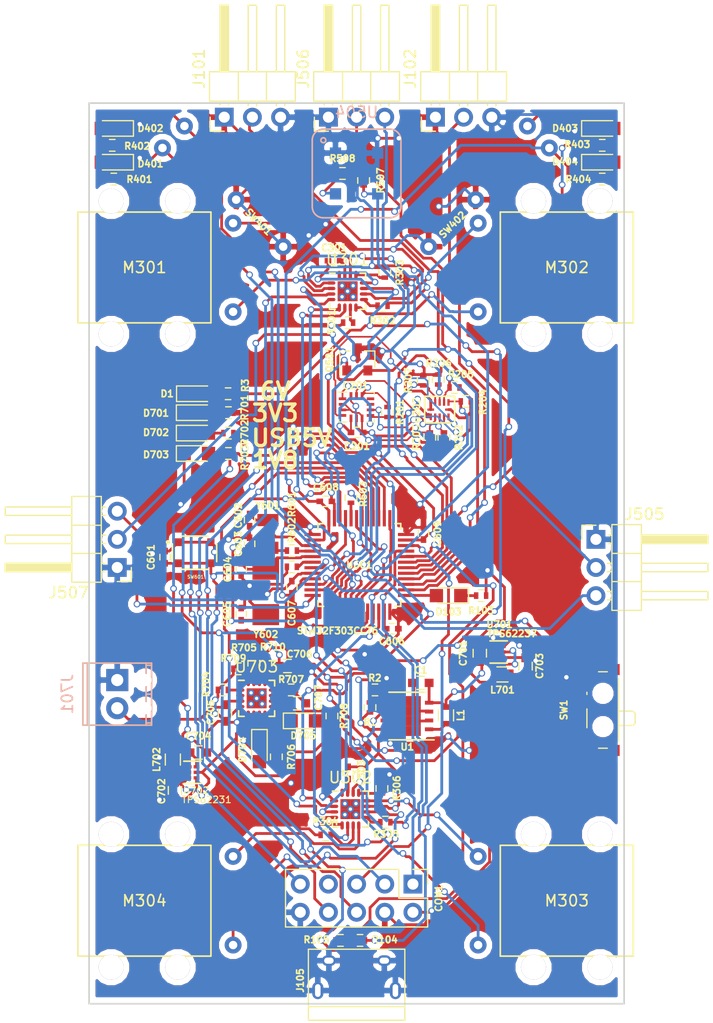
<source format=kicad_pcb>
(kicad_pcb (version 20171130) (host pcbnew "(5.0.0-rc2-dev-668-g07e7340a9)")
  (layers (0 F.Cu signal) (31 B.Cu signal) (34 B.Paste user) (35 F.Paste user) (36 B.SilkS user) (37 F.SilkS user) (38 B.Mask user) (39 F.Mask user) (44 Edge.Cuts user))
  (net 0 "")
  (net 1 GND)
  (net 2 +1V8)
  (net 3 "Net-(C301-Pad1)")
  (net 4 +6V)
  (net 5 "Net-(C303-Pad1)")
  (net 6 /ARM/RESET)
  (net 7 "Net-(C602-Pad1)")
  (net 8 "Net-(C603-Pad1)")
  (net 9 "Net-(C604-Pad1)")
  (net 10 "Net-(C605-Pad1)")
  (net 11 +3V3)
  (net 12 "Net-(C705-Pad1)")
  (net 13 /USB5V)
  (net 14 /ARM/TCK/SWCLK)
  (net 15 /ARM/TDO/SWO)
  (net 16 /ARM/TMS/SWDIO)
  (net 17 /ARM/TRST)
  (net 18 /ARM/TDI)
  (net 19 /ARM/PB12)
  (net 20 "Net-(D103-Pad1)")
  (net 21 "Net-(D401-Pad2)")
  (net 22 "Net-(D402-Pad2)")
  (net 23 "Net-(D403-Pad2)")
  (net 24 "Net-(D404-Pad2)")
  (net 25 "Net-(D701-Pad2)")
  (net 26 "Net-(D702-Pad2)")
  (net 27 "Net-(D703-Pad2)")
  (net 28 "Net-(D704-Pad2)")
  (net 29 "Net-(D704-Pad1)")
  (net 30 "Net-(D705-Pad2)")
  (net 31 "Net-(D705-Pad1)")
  (net 32 /L1)
  (net 33 /L2)
  (net 34 "Net-(J105-Pad2)")
  (net 35 "Net-(J105-Pad3)")
  (net 36 /IRSensing/D_Power)
  (net 37 /Vout_IR_1)
  (net 38 /Vout_IR_2)
  (net 39 /Vout_IR_3)
  (net 40 /Vout_IR_4)
  (net 41 "Net-(L1-Pad1)")
  (net 42 "Net-(L701-Pad2)")
  (net 43 "Net-(L702-Pad2)")
  (net 44 "Net-(M301-Pad1)")
  (net 45 "Net-(M301-Pad2)")
  (net 46 "Net-(M302-Pad1)")
  (net 47 "Net-(M302-Pad2)")
  (net 48 "Net-(M303-Pad1)")
  (net 49 "Net-(M303-Pad2)")
  (net 50 "Net-(M304-Pad1)")
  (net 51 "Net-(M304-Pad2)")
  (net 52 /IR_IN)
  (net 53 "Net-(R1-Pad2)")
  (net 54 /D+)
  (net 55 /D-)
  (net 56 "Net-(R201-Pad1)")
  (net 57 /IMU/SCL_1V8)
  (net 58 /IMU/SDA_1V8)
  (net 59 /INT1)
  (net 60 /INT2)
  (net 61 /I2C2_SDA)
  (net 62 /I2C2_SCL)
  (net 63 "Net-(R301-Pad1)")
  (net 64 "Net-(R302-Pad2)")
  (net 65 "Net-(R303-Pad2)")
  (net 66 "Net-(R304-Pad1)")
  (net 67 "Net-(R305-Pad2)")
  (net 68 "Net-(R306-Pad2)")
  (net 69 /T_FrontLeft)
  (net 70 /T_BackLeft)
  (net 71 /T_FrontRight)
  (net 72 /T_BackRight)
  (net 73 "Net-(R508-Pad1)")
  (net 74 "Net-(R601-Pad1)")
  (net 75 "Net-(R602-Pad1)")
  (net 76 "Net-(R603-Pad1)")
  (net 77 "Net-(R603-Pad2)")
  (net 78 "Net-(R704-Pad2)")
  (net 79 "Net-(R705-Pad1)")
  (net 80 "Net-(R707-Pad1)")
  (net 81 "Net-(R709-Pad1)")
  (net 82 "Net-(R710-Pad1)")
  (net 83 /IMU/INT1_1V8)
  (net 84 /IMU/INT2_1V8)
  (net 85 /MC1_IN4)
  (net 86 /MC1_IN3)
  (net 87 /MC1_IN2)
  (net 88 /MC1_IN1)
  (net 89 /MC1_SLEEPn)
  (net 90 /MC2_IN4)
  (net 91 /MC2_IN3)
  (net 92 /MC2_IN2)
  (net 93 /MC2_IN1)
  (net 94 /MC2_SLEEPn)
  (net 95 /Power/3V7)
  (net 96 "Net-(D1-Pad2)")
  (module Capacitors_SMD:C_0603 (layer F.Cu) (at 154.3805 148.844 180)
    (fp_text reference C1 (at 0 1.143 180) (layer F.SilkS) (effects (font (size 0.6 0.6))))
    (fp_text value 10uF)
    (pad 2 smd rect (at 0.75 0 180) (size 0.8 0.75) (layers F.Cu F.Paste F.Mask) (net 1 GND))
    (pad 1 smd rect (at -0.75 0 180) (size 0.8 0.75) (layers F.Cu F.Paste F.Mask) (net 95 /Power/3V7))
  )
  (module Capacitors_SMD:C_0402 (layer F.Cu) (at 148.632 126.238)
    (fp_text reference C201 (at 0 1.262) (layer F.SilkS) (effects (font (size 0.6 0.6))))
    (fp_text value .1uF)
    (pad 1 smd rect (at -0.55 0) (size 0.6 0.5) (layers F.Cu F.Paste F.Mask) (net 2 +1V8))
    (pad 2 smd rect (at 0.55 0) (size 0.6 0.5) (layers F.Cu F.Paste F.Mask) (net 1 GND))
  )
  (module Capacitors_SMD:C_0402 (layer F.Cu) (at 146.558 110.744 180)
    (fp_text reference C301 (at 0 1.176 180) (layer F.SilkS) (effects (font (size 0.6 0.6))))
    (fp_text value .1uF)
    (pad 1 smd rect (at -0.55 0 180) (size 0.6 0.5) (layers F.Cu F.Paste F.Mask) (net 3 "Net-(C301-Pad1)"))
    (pad 2 smd rect (at 0.55 0 180) (size 0.6 0.5) (layers F.Cu F.Paste F.Mask) (net 4 +6V))
  )
  (module Capacitors_SMD:C_0402 (layer F.Cu) (at 147.828 156.972 90)
    (fp_text reference C303 (at 0.0215 1.2065 90) (layer F.SilkS) (effects (font (size 0.6 0.6))))
    (fp_text value .1uF)
    (pad 1 smd rect (at -0.55 0 90) (size 0.6 0.5) (layers F.Cu F.Paste F.Mask) (net 5 "Net-(C303-Pad1)"))
    (pad 2 smd rect (at 0.55 0 90) (size 0.6 0.5) (layers F.Cu F.Paste F.Mask) (net 4 +6V))
  )
  (module Capacitors_SMD:C_0402 (layer F.Cu) (at 131.318 137.499 90)
    (fp_text reference C601 (at 0 -1.27 90) (layer F.SilkS) (effects (font (size 0.6 0.6))))
    (fp_text value .1uF)
    (pad 1 smd rect (at -0.55 0 90) (size 0.6 0.5) (layers F.Cu F.Paste F.Mask) (net 6 /ARM/RESET))
    (pad 2 smd rect (at 0.55 0 90) (size 0.6 0.5) (layers F.Cu F.Paste F.Mask) (net 1 GND))
  )
  (module Capacitors_SMD:C_0402 (layer F.Cu) (at 138.938 134.154 270)
    (fp_text reference C602 (at -0.423 1.016 270) (layer F.SilkS) (effects (font (size 0.6 0.6))))
    (fp_text value 15pF)
    (pad 1 smd rect (at -0.55 0 270) (size 0.6 0.5) (layers F.Cu F.Paste F.Mask) (net 7 "Net-(C602-Pad1)"))
    (pad 2 smd rect (at 0.55 0 270) (size 0.6 0.5) (layers F.Cu F.Paste F.Mask) (net 1 GND))
  )
  (module Capacitors_SMD:C_0402 (layer F.Cu) (at 138.938 136.2925 90)
    (fp_text reference C603 (at 0 -1.016 90) (layer F.SilkS) (effects (font (size 0.6 0.6))))
    (fp_text value 15pF)
    (pad 1 smd rect (at -0.55 0 90) (size 0.6 0.5) (layers F.Cu F.Paste F.Mask) (net 8 "Net-(C603-Pad1)"))
    (pad 2 smd rect (at 0.55 0 90) (size 0.6 0.5) (layers F.Cu F.Paste F.Mask) (net 1 GND))
  )
  (module Capacitors_SMD:C_0402 (layer F.Cu) (at 138.176 138.599 270)
    (fp_text reference C604 (at 0 1.2065 270) (layer F.SilkS) (effects (font (size 0.6 0.6))))
    (fp_text value 24pF)
    (pad 1 smd rect (at -0.55 0 270) (size 0.6 0.5) (layers F.Cu F.Paste F.Mask) (net 9 "Net-(C604-Pad1)"))
    (pad 2 smd rect (at 0.55 0 270) (size 0.6 0.5) (layers F.Cu F.Paste F.Mask) (net 1 GND))
  )
  (module Capacitors_SMD:C_0402 (layer F.Cu) (at 138.176 142.6425 90)
    (fp_text reference C605 (at 0 -1.27 90) (layer F.SilkS) (effects (font (size 0.6 0.6))))
    (fp_text value 24pF)
    (pad 1 smd rect (at -0.55 0 90) (size 0.6 0.5) (layers F.Cu F.Paste F.Mask) (net 10 "Net-(C605-Pad1)"))
    (pad 2 smd rect (at 0.55 0 90) (size 0.6 0.5) (layers F.Cu F.Paste F.Mask) (net 1 GND))
  )
  (module Capacitors_SMD:C_0402 (layer F.Cu) (at 151.807 143.9545)
    (fp_text reference C606 (at -0.042 1.143) (layer F.SilkS) (effects (font (size 0.6 0.6))))
    (fp_text value .1uF)
    (pad 1 smd rect (at -0.55 0) (size 0.6 0.5) (layers F.Cu F.Paste F.Mask) (net 1 GND))
    (pad 2 smd rect (at 0.55 0) (size 0.6 0.5) (layers F.Cu F.Paste F.Mask) (net 11 +3V3))
  )
  (module Capacitors_SMD:C_0402 (layer F.Cu) (at 142.748 140.208 270)
    (fp_text reference C607 (at 2.3495 0 270) (layer F.SilkS) (effects (font (size 0.6 0.6))))
    (fp_text value 10nF)
    (pad 1 smd rect (at -0.55 0 270) (size 0.6 0.5) (layers F.Cu F.Paste F.Mask) (net 1 GND))
    (pad 2 smd rect (at 0.55 0 270) (size 0.6 0.5) (layers F.Cu F.Paste F.Mask) (net 11 +3V3))
  )
  (module Capacitors_SMD:C_0402 (layer F.Cu) (at 145.8175 132.461)
    (fp_text reference C608 (at 0 -1.27) (layer F.SilkS) (effects (font (size 0.6 0.6))))
    (fp_text value .1uF)
    (pad 1 smd rect (at -0.55 0) (size 0.6 0.5) (layers F.Cu F.Paste F.Mask) (net 11 +3V3))
    (pad 2 smd rect (at 0.55 0) (size 0.6 0.5) (layers F.Cu F.Paste F.Mask) (net 1 GND))
  )
  (module Capacitors_SMD:C_0402 (layer F.Cu) (at 154.6225 135.3605 270)
    (fp_text reference C609 (at 0 -1.27 270) (layer F.SilkS) (effects (font (size 0.6 0.6))))
    (fp_text value .1uF)
    (pad 1 smd rect (at -0.55 0 270) (size 0.6 0.5) (layers F.Cu F.Paste F.Mask) (net 11 +3V3))
    (pad 2 smd rect (at 0.55 0 270) (size 0.6 0.5) (layers F.Cu F.Paste F.Mask) (net 1 GND))
  )
  (module Capacitors_SMD:C_0603 (layer F.Cu) (at 159.7025 146.165 90)
    (fp_text reference C701 (at 0 -1.5 90) (layer F.SilkS) (effects (font (size 0.6 0.6))))
    (fp_text value 10uF)
    (pad 2 smd rect (at 0.75 0 90) (size 0.8 0.75) (layers F.Cu F.Paste F.Mask) (net 1 GND))
    (pad 1 smd rect (at -0.75 0 90) (size 0.8 0.75) (layers F.Cu F.Paste F.Mask) (net 95 /Power/3V7))
  )
  (module Capacitors_SMD:C_0603 (layer F.Cu) (at 132.207 158.5475 270)
    (fp_text reference C702 (at 0.0755 1.2065 270) (layer F.SilkS) (effects (font (size 0.6 0.6))))
    (fp_text value 10uF)
    (pad 2 smd rect (at 0.75 0 270) (size 0.8 0.75) (layers F.Cu F.Paste F.Mask) (net 1 GND))
    (pad 1 smd rect (at -0.75 0 270) (size 0.8 0.75) (layers F.Cu F.Paste F.Mask) (net 95 /Power/3V7))
  )
  (module Capacitors_SMD:C_0603 (layer F.Cu) (at 163.83 147.332 90)
    (fp_text reference C703 (at 0.012 1.27 90) (layer F.SilkS) (effects (font (size 0.6 0.6))))
    (fp_text value 4.7uF)
    (pad 2 smd rect (at 0.75 0 90) (size 0.8 0.75) (layers F.Cu F.Paste F.Mask) (net 1 GND))
    (pad 1 smd rect (at -0.75 0 90) (size 0.8 0.75) (layers F.Cu F.Paste F.Mask) (net 11 +3V3))
  )
  (module Capacitors_SMD:C_0603 (layer F.Cu) (at 134.3145 155.1305)
    (fp_text reference C704 (at 0 -1.5) (layer F.SilkS) (effects (font (size 0.6 0.6))))
    (fp_text value 4.7uF)
    (pad 2 smd rect (at 0.75 0) (size 0.8 0.75) (layers F.Cu F.Paste F.Mask) (net 1 GND))
    (pad 1 smd rect (at -0.75 0) (size 0.8 0.75) (layers F.Cu F.Paste F.Mask) (net 2 +1V8))
  )
  (module Capacitors_SMD:C_0603 (layer F.Cu) (at 136.7155 151.5625 270)
    (fp_text reference C705 (at -0.0515 1.27 270) (layer F.SilkS) (effects (font (size 0.6 0.6))))
    (fp_text value 10uF)
    (pad 2 smd rect (at 0.75 0 270) (size 0.8 0.75) (layers F.Cu F.Paste F.Mask) (net 1 GND))
    (pad 1 smd rect (at -0.75 0 270) (size 0.8 0.75) (layers F.Cu F.Paste F.Mask) (net 12 "Net-(C705-Pad1)"))
  )
  (module Capacitors_SMD:C_0603 (layer F.Cu) (at 142.355 147.32)
    (fp_text reference C706 (at 1.0915 -1.0795) (layer F.SilkS) (effects (font (size 0.6 0.6))))
    (fp_text value 1uF)
    (pad 2 smd rect (at 0.75 0) (size 0.8 0.75) (layers F.Cu F.Paste F.Mask) (net 1 GND))
    (pad 1 smd rect (at -0.75 0) (size 0.8 0.75) (layers F.Cu F.Paste F.Mask) (net 13 /USB5V))
  )
  (module Capacitors_SMD:C_0603 (layer F.Cu) (at 143.244 150.6855 180)
    (fp_text reference C707 (at -1.917 0.508 270) (layer F.SilkS) (effects (font (size 0.6 0.6))))
    (fp_text value 10uF)
    (pad 2 smd rect (at 0.75 0 180) (size 0.8 0.75) (layers F.Cu F.Paste F.Mask) (net 95 /Power/3V7))
    (pad 1 smd rect (at -0.75 0 180) (size 0.8 0.75) (layers F.Cu F.Paste F.Mask) (net 1 GND))
  )
  (module Pin_Headers:Pin_Header_Straight_2x05_Pitch2.54mm (layer F.Cu) (at 153.67 167.005 270)
    (fp_text reference CON1 (at 1.27 -2.33 270) (layer F.SilkS) (effects (font (size 0.6 0.6))))
    (fp_text value AVR-JTAG-10)
    (pad 1 thru_hole rect (at 0 0 270) (size 1.7 1.7) (drill 1) (layers *.Cu *.Mask) (net 14 /ARM/TCK/SWCLK))
    (pad 2 thru_hole oval (at 2.54 0 270) (size 1.7 1.7) (drill 1) (layers *.Cu *.Mask) (net 1 GND))
    (pad 3 thru_hole oval (at 0 2.54 270) (size 1.7 1.7) (drill 1) (layers *.Cu *.Mask) (net 15 /ARM/TDO/SWO))
    (pad 4 thru_hole oval (at 2.54 2.54 270) (size 1.7 1.7) (drill 1) (layers *.Cu *.Mask) (net 11 +3V3))
    (pad 5 thru_hole oval (at 0 5.08 270) (size 1.7 1.7) (drill 1) (layers *.Cu *.Mask) (net 16 /ARM/TMS/SWDIO))
    (pad 6 thru_hole oval (at 2.54 5.08 270) (size 1.7 1.7) (drill 1) (layers *.Cu *.Mask) (net 6 /ARM/RESET))
    (pad 7 thru_hole oval (at 0 7.62 270) (size 1.7 1.7) (drill 1) (layers *.Cu *.Mask))
    (pad 8 thru_hole oval (at 2.54 7.62 270) (size 1.7 1.7) (drill 1) (layers *.Cu *.Mask) (net 17 /ARM/TRST))
    (pad 9 thru_hole oval (at 0 10.16 270) (size 1.7 1.7) (drill 1) (layers *.Cu *.Mask) (net 18 /ARM/TDI))
    (pad 10 thru_hole oval (at 2.54 10.16 270) (size 1.7 1.7) (drill 1) (layers *.Cu *.Mask) (net 1 GND))
  )
  (module LEDs:LED_0805 (layer F.Cu) (at 156.888 140.97 180)
    (fp_text reference D103 (at 0 -1.45 180) (layer F.SilkS) (effects (font (size 0.6 0.6))))
    (fp_text value LED)
    (pad 2 smd rect (at 1.1 0) (size 1.2 1.2) (layers F.Cu F.Paste F.Mask) (net 19 /ARM/PB12))
    (pad 1 smd rect (at -1.1 0) (size 1.2 1.2) (layers F.Cu F.Paste F.Mask) (net 20 "Net-(D103-Pad1)"))
  )
  (module LEDs:LED_0805 (layer F.Cu) (at 126.662 101.854 180)
    (fp_text reference D401 (at -3.338 -0.146 180) (layer F.SilkS) (effects (font (size 0.6 0.6))))
    (fp_text value LED)
    (pad 2 smd rect (at 1.1 0) (size 1.2 1.2) (layers F.Cu F.Paste F.Mask) (net 21 "Net-(D401-Pad2)"))
    (pad 1 smd rect (at -1.1 0) (size 1.2 1.2) (layers F.Cu F.Paste F.Mask) (net 1 GND))
  )
  (module LEDs:LED_0805 (layer F.Cu) (at 126.662 98.806 180)
    (fp_text reference D402 (at -3.338 0.006 180) (layer F.SilkS) (effects (font (size 0.6 0.6))))
    (fp_text value LED)
    (pad 2 smd rect (at 1.1 0) (size 1.2 1.2) (layers F.Cu F.Paste F.Mask) (net 22 "Net-(D402-Pad2)"))
    (pad 1 smd rect (at -1.1 0) (size 1.2 1.2) (layers F.Cu F.Paste F.Mask) (net 1 GND))
  )
  (module LEDs:LED_0805 (layer F.Cu) (at 170.688 98.806)
    (fp_text reference D403 (at -3.288 -0.006 180) (layer F.SilkS) (effects (font (size 0.6 0.6))))
    (fp_text value LED)
    (pad 2 smd rect (at 1.1 0 180) (size 1.2 1.2) (layers F.Cu F.Paste F.Mask) (net 23 "Net-(D403-Pad2)"))
    (pad 1 smd rect (at -1.1 0 180) (size 1.2 1.2) (layers F.Cu F.Paste F.Mask) (net 1 GND))
  )
  (module LEDs:LED_0805 (layer F.Cu) (at 170.688 101.854)
    (fp_text reference D404 (at -3.288 -0.054 180) (layer F.SilkS) (effects (font (size 0.6 0.6))))
    (fp_text value LED)
    (pad 2 smd rect (at 1.1 0 180) (size 1.2 1.2) (layers F.Cu F.Paste F.Mask) (net 24 "Net-(D404-Pad2)"))
    (pad 1 smd rect (at -1.1 0 180) (size 1.2 1.2) (layers F.Cu F.Paste F.Mask) (net 1 GND))
  )
  (module LEDs:LED_0805 (layer F.Cu) (at 134.1325 124.46)
    (fp_text reference D701 (at -3.6325 0.04) (layer F.SilkS) (effects (font (size 0.6 0.6))))
    (fp_text value R_LED_3V3)
    (pad 2 smd rect (at 1.1 0 180) (size 1.2 1.2) (layers F.Cu F.Paste F.Mask) (net 25 "Net-(D701-Pad2)"))
    (pad 1 smd rect (at -1.1 0 180) (size 1.2 1.2) (layers F.Cu F.Paste F.Mask) (net 1 GND))
  )
  (module LEDs:LED_0805 (layer F.Cu) (at 134.1325 126.3015)
    (fp_text reference D702 (at -3.6325 -0.0515) (layer F.SilkS) (effects (font (size 0.6 0.6))))
    (fp_text value R_LED_USB5V)
    (pad 2 smd rect (at 1.1 0 180) (size 1.2 1.2) (layers F.Cu F.Paste F.Mask) (net 26 "Net-(D702-Pad2)"))
    (pad 1 smd rect (at -1.1 0 180) (size 1.2 1.2) (layers F.Cu F.Paste F.Mask) (net 1 GND))
  )
  (module LEDs:LED_0805 (layer F.Cu) (at 134.1325 128.143)
    (fp_text reference D703 (at -3.6325 0.107) (layer F.SilkS) (effects (font (size 0.6 0.6))))
    (fp_text value R_LED_3V3)
    (pad 2 smd rect (at 1.1 0 180) (size 1.2 1.2) (layers F.Cu F.Paste F.Mask) (net 27 "Net-(D703-Pad2)"))
    (pad 1 smd rect (at -1.1 0 180) (size 1.2 1.2) (layers F.Cu F.Paste F.Mask) (net 1 GND))
  )
  (module LEDs:LED_0805 (layer F.Cu) (at 139.827 154.856 270)
    (fp_text reference D704 (at 0 1.524 270) (layer F.SilkS) (effects (font (size 0.6 0.6))))
    (fp_text value R_LED_PGOOD)
    (pad 2 smd rect (at 1.1 0 90) (size 1.2 1.2) (layers F.Cu F.Paste F.Mask) (net 28 "Net-(D704-Pad2)"))
    (pad 1 smd rect (at -1.1 0 90) (size 1.2 1.2) (layers F.Cu F.Paste F.Mask) (net 29 "Net-(D704-Pad1)"))
  )
  (module LEDs:LED_0805 (layer F.Cu) (at 143.7845 152.273)
    (fp_text reference D705 (at 0 1.3335) (layer F.SilkS) (effects (font (size 0.6 0.6))))
    (fp_text value R_LED_CHG)
    (pad 2 smd rect (at 1.1 0 180) (size 1.2 1.2) (layers F.Cu F.Paste F.Mask) (net 30 "Net-(D705-Pad2)"))
    (pad 1 smd rect (at -1.1 0 180) (size 1.2 1.2) (layers F.Cu F.Paste F.Mask) (net 31 "Net-(D705-Pad1)"))
  )
  (module Connectors:USB_Micro-B (layer F.Cu) (at 148.59 175.26)
    (fp_text reference J105 (at -5.08 0.4445 90) (layer F.SilkS) (effects (font (size 0.6 0.6))))
    (fp_text value USB_OTG)
    (pad 1 smd rect (at -1.3 -1.35 90) (size 1.35 0.4) (layers F.Cu F.Paste F.Mask) (net 13 /USB5V))
    (pad 2 smd rect (at -0.65 -1.35 90) (size 1.35 0.4) (layers F.Cu F.Paste F.Mask) (net 34 "Net-(J105-Pad2)"))
    (pad 3 smd rect (at 0 -1.35 90) (size 1.35 0.4) (layers F.Cu F.Paste F.Mask) (net 35 "Net-(J105-Pad3)"))
    (pad 4 smd rect (at 0.65 -1.35 90) (size 1.35 0.4) (layers F.Cu F.Paste F.Mask) (net 1 GND))
    (pad 5 smd rect (at 1.3 -1.35 90) (size 1.35 0.4) (layers F.Cu F.Paste F.Mask) (net 1 GND))
    (pad 6 thru_hole oval (at -2.5 -1.35 90) (size 0.95 1.25) (drill oval 0.55 0.85) (layers *.Cu *.Mask) (net 1 GND))
    (pad 6 thru_hole oval (at 2.5 -1.35 90) (size 0.95 1.25) (drill oval 0.55 0.85) (layers *.Cu *.Mask) (net 1 GND))
    (pad 6 thru_hole oval (at -3.5 1.35 90) (size 1.55 1) (drill oval 1.15 0.5) (layers *.Cu *.Mask) (net 1 GND))
    (pad 6 thru_hole oval (at 3.5 1.35 90) (size 1.55 1) (drill oval 1.15 0.5) (layers *.Cu *.Mask) (net 1 GND))
  )
  (module TerminalBlock_Phoenix:TerminalBlock_Phoenix_MPT-2.54mm_2pol (layer B.Cu) (at 127 148.59 270)
    (fp_text reference J701 (at 1.27 4.50088 270) (layer B.SilkS) (effects (justify mirror)))
    (fp_text value Screw_Terminal_01x02)
    (pad 2 thru_hole oval (at 2.54 0 270) (size 1.99898 1.99898) (drill 1.09728) (layers *.Cu *.Mask) (net 12 "Net-(C705-Pad1)"))
    (pad 1 thru_hole rect (at 0 0 270) (size 1.99898 1.99898) (drill 1.09728) (layers *.Cu *.Mask) (net 1 GND))
    (pad "" np_thru_hole circle (at 0 -2.54 270) (size 1.1 1.1) (drill 1.1) (layers *.Cu *.Mask))
    (pad "" np_thru_hole circle (at 2.54 -2.54 270) (size 1.1 1.1) (drill 1.1) (layers *.Cu *.Mask))
  )
  (module Inductors_SMD:L_0603 (layer F.Cu) (at 156.6545 151.777 90)
    (fp_text reference L1 (at 0.012 1.3335 90) (layer F.SilkS) (effects (font (size 0.6 0.6))))
    (fp_text value 4.7uH)
    (pad 1 smd rect (at -0.75 0 90) (size 0.5 0.9) (layers F.Cu F.Paste F.Mask) (net 41 "Net-(L1-Pad1)"))
    (pad 2 smd rect (at 0.75 0 90) (size 0.5 0.9) (layers F.Cu F.Paste F.Mask) (net 95 /Power/3V7))
  )
  (module Inductors_SMD:L_0603 (layer F.Cu) (at 161.7465 148.082 180)
    (fp_text reference L701 (at 0 -1.397 180) (layer F.SilkS) (effects (font (size 0.6 0.6))))
    (fp_text value 2.2uH)
    (pad 1 smd rect (at -0.75 0 180) (size 0.5 0.9) (layers F.Cu F.Paste F.Mask) (net 11 +3V3))
    (pad 2 smd rect (at 0.75 0 180) (size 0.5 0.9) (layers F.Cu F.Paste F.Mask) (net 42 "Net-(L701-Pad2)"))
  )
  (module Inductors_SMD:L_0603 (layer F.Cu) (at 132.0165 155.7655 270)
    (fp_text reference L702 (at 0 1.4605 270) (layer F.SilkS) (effects (font (size 0.6 0.6))))
    (fp_text value 2.2uH)
    (pad 1 smd rect (at -0.75 0 270) (size 0.5 0.9) (layers F.Cu F.Paste F.Mask) (net 2 +1V8))
    (pad 2 smd rect (at 0.75 0 270) (size 0.5 0.9) (layers F.Cu F.Paste F.Mask) (net 43 "Net-(L702-Pad2)"))
  )
  (module Custom:Motor_6V_96RPM (layer F.Cu) (at 129.4511 111.3536)
    (fp_text reference M301 (at 0 0) (layer F.SilkS))
    (fp_text value Motor_DC)
    (pad ~ thru_hole circle (at 3 6) (size 2.25 2.25) (drill 2.25) (layers *.Cu *.Mask))
    (pad ~ thru_hole circle (at -3 6) (size 2.25 2.25) (drill 2.25) (layers *.Cu *.Mask))
    (pad 1 thru_hole circle (at 8 -4) (size 1.524 1.524) (drill 0.762) (layers *.Cu *.Mask) (net 44 "Net-(M301-Pad1)"))
    (pad 2 thru_hole circle (at 8 4) (size 1.524 1.524) (drill 0.762) (layers *.Cu *.Mask) (net 45 "Net-(M301-Pad2)"))
    (pad ~ thru_hole circle (at -3 -6) (size 2.25 2.25) (drill 2.25) (layers *.Cu *.Mask))
    (pad ~ thru_hole circle (at 3 -6) (size 2.25 2.25) (drill 2.25) (layers *.Cu *.Mask))
  )
  (module Custom:Motor_6V_96RPM (layer F.Cu) (at 167.5511 111.3536 180)
    (fp_text reference M302 (at 0 0 180) (layer F.SilkS))
    (fp_text value Motor_DC)
    (pad ~ thru_hole circle (at 3 6 180) (size 2.25 2.25) (drill 2.25) (layers *.Cu *.Mask))
    (pad ~ thru_hole circle (at -3 6 180) (size 2.25 2.25) (drill 2.25) (layers *.Cu *.Mask))
    (pad 1 thru_hole circle (at 8 -4 180) (size 1.524 1.524) (drill 0.762) (layers *.Cu *.Mask) (net 46 "Net-(M302-Pad1)"))
    (pad 2 thru_hole circle (at 8 4 180) (size 1.524 1.524) (drill 0.762) (layers *.Cu *.Mask) (net 47 "Net-(M302-Pad2)"))
    (pad ~ thru_hole circle (at -3 -6 180) (size 2.25 2.25) (drill 2.25) (layers *.Cu *.Mask))
    (pad ~ thru_hole circle (at 3 -6 180) (size 2.25 2.25) (drill 2.25) (layers *.Cu *.Mask))
  )
  (module Custom:Motor_6V_96RPM (layer F.Cu) (at 167.5511 168.5036 180)
    (fp_text reference M303 (at 0 0 180) (layer F.SilkS))
    (fp_text value Motor_DC)
    (pad ~ thru_hole circle (at 3 6 180) (size 2.25 2.25) (drill 2.25) (layers *.Cu *.Mask))
    (pad ~ thru_hole circle (at -3 6 180) (size 2.25 2.25) (drill 2.25) (layers *.Cu *.Mask))
    (pad 1 thru_hole circle (at 8 -4 180) (size 1.524 1.524) (drill 0.762) (layers *.Cu *.Mask) (net 48 "Net-(M303-Pad1)"))
    (pad 2 thru_hole circle (at 8 4 180) (size 1.524 1.524) (drill 0.762) (layers *.Cu *.Mask) (net 49 "Net-(M303-Pad2)"))
    (pad ~ thru_hole circle (at -3 -6 180) (size 2.25 2.25) (drill 2.25) (layers *.Cu *.Mask))
    (pad ~ thru_hole circle (at 3 -6 180) (size 2.25 2.25) (drill 2.25) (layers *.Cu *.Mask))
  )
  (module Custom:Motor_6V_96RPM (layer F.Cu) (at 129.4511 168.5036)
    (fp_text reference M304 (at 0 0) (layer F.SilkS))
    (fp_text value Motor_DC)
    (pad ~ thru_hole circle (at 3 6) (size 2.25 2.25) (drill 2.25) (layers *.Cu *.Mask))
    (pad ~ thru_hole circle (at -3 6) (size 2.25 2.25) (drill 2.25) (layers *.Cu *.Mask))
    (pad 1 thru_hole circle (at 8 -4) (size 1.524 1.524) (drill 0.762) (layers *.Cu *.Mask) (net 50 "Net-(M304-Pad1)"))
    (pad 2 thru_hole circle (at 8 4) (size 1.524 1.524) (drill 0.762) (layers *.Cu *.Mask) (net 51 "Net-(M304-Pad2)"))
    (pad ~ thru_hole circle (at -3 -6) (size 2.25 2.25) (drill 2.25) (layers *.Cu *.Mask))
    (pad ~ thru_hole circle (at 3 -6) (size 2.25 2.25) (drill 2.25) (layers *.Cu *.Mask))
  )
  (module TO_SOT_Packages_SMD:SOT-23 (layer F.Cu) (at 148.656 119.65 90)
    (fp_text reference Q501 (at 0 -2.5 90) (layer F.SilkS) (effects (font (size 0.6 0.6))))
    (fp_text value Q_NPN_BEC)
    (pad 1 smd rect (at -1 -0.95 90) (size 0.9 0.8) (layers F.Cu F.Paste F.Mask) (net 52 /IR_IN))
    (pad 2 smd rect (at -1 0.95 90) (size 0.9 0.8) (layers F.Cu F.Paste F.Mask) (net 36 /IRSensing/D_Power))
    (pad 3 smd rect (at 1 0 90) (size 0.9 0.8) (layers F.Cu F.Paste F.Mask) (net 11 +3V3))
  )
  (module Resistors_SMD:R_0402 (layer F.Cu) (at 149.7965 151.061 90)
    (fp_text reference R1 (at -1.339 0 180) (layer F.SilkS) (effects (font (size 0.6 0.6))))
    (fp_text value 2.55k)
    (pad 1 smd rect (at -0.45 0 90) (size 0.4 0.6) (layers F.Cu F.Paste F.Mask) (net 4 +6V))
    (pad 2 smd rect (at 0.45 0 90) (size 0.4 0.6) (layers F.Cu F.Paste F.Mask) (net 53 "Net-(R1-Pad2)"))
  )
  (module Resistors_SMD:R_0402 (layer F.Cu) (at 150.2465 149.479)
    (fp_text reference R2 (at -0.0055 -1.0795) (layer F.SilkS) (effects (font (size 0.6 0.6))))
    (fp_text value 10k)
    (pad 1 smd rect (at -0.45 0) (size 0.4 0.6) (layers F.Cu F.Paste F.Mask) (net 53 "Net-(R1-Pad2)"))
    (pad 2 smd rect (at 0.45 0) (size 0.4 0.6) (layers F.Cu F.Paste F.Mask) (net 1 GND))
  )
  (module Resistors_SMD:R_0402 (layer F.Cu) (at 159.824 140.97 180)
    (fp_text reference R103 (at 0 -1.35 180) (layer F.SilkS) (effects (font (size 0.6 0.6))))
    (fp_text value 39)
    (pad 1 smd rect (at -0.45 0 180) (size 0.4 0.6) (layers F.Cu F.Paste F.Mask) (net 1 GND))
    (pad 2 smd rect (at 0.45 0 180) (size 0.4 0.6) (layers F.Cu F.Paste F.Mask) (net 20 "Net-(D103-Pad1)"))
  )
  (module Resistors_SMD:R_0402 (layer F.Cu) (at 148.902 172.085 180)
    (fp_text reference R104 (at -2.228 0.0635 180) (layer F.SilkS) (effects (font (size 0.6 0.6))))
    (fp_text value 22)
    (pad 1 smd rect (at -0.45 0 180) (size 0.4 0.6) (layers F.Cu F.Paste F.Mask) (net 54 /D+))
    (pad 2 smd rect (at 0.45 0 180) (size 0.4 0.6) (layers F.Cu F.Paste F.Mask) (net 35 "Net-(J105-Pad3)"))
  )
  (module Resistors_SMD:R_0402 (layer F.Cu) (at 147.135 172.085)
    (fp_text reference R105 (at -2.1645 -0.0635) (layer F.SilkS) (effects (font (size 0.6 0.6))))
    (fp_text value 22)
    (pad 1 smd rect (at -0.45 0) (size 0.4 0.6) (layers F.Cu F.Paste F.Mask) (net 55 /D-))
    (pad 2 smd rect (at 0.45 0) (size 0.4 0.6) (layers F.Cu F.Paste F.Mask) (net 34 "Net-(J105-Pad2)"))
  )
  (module Resistors_SMD:R_0402 (layer F.Cu) (at 151.384 124.402 270)
    (fp_text reference R201 (at 0 -1.116 270) (layer F.SilkS) (effects (font (size 0.6 0.6))))
    (fp_text value 10K)
    (pad 1 smd rect (at -0.45 0 270) (size 0.4 0.6) (layers F.Cu F.Paste F.Mask) (net 56 "Net-(R201-Pad1)"))
    (pad 2 smd rect (at 0.45 0 270) (size 0.4 0.6) (layers F.Cu F.Paste F.Mask) (net 2 +1V8))
  )
  (module Resistors_SMD:R_0402 (layer F.Cu) (at 156.464 126.688 270)
    (fp_text reference R202 (at 0 -1.35 270) (layer F.SilkS) (effects (font (size 0.6 0.6))))
    (fp_text value 10K)
    (pad 1 smd rect (at -0.45 0 270) (size 0.4 0.6) (layers F.Cu F.Paste F.Mask) (net 57 /IMU/SCL_1V8))
    (pad 2 smd rect (at 0.45 0 270) (size 0.4 0.6) (layers F.Cu F.Paste F.Mask) (net 2 +1V8))
  )
  (module Resistors_SMD:R_0402 (layer F.Cu) (at 155.194 126.688 270)
    (fp_text reference R203 (at 0 1.194 270) (layer F.SilkS) (effects (font (size 0.6 0.6))))
    (fp_text value 10K)
    (pad 1 smd rect (at -0.45 0 270) (size 0.4 0.6) (layers F.Cu F.Paste F.Mask) (net 58 /IMU/SDA_1V8))
    (pad 2 smd rect (at 0.45 0 270) (size 0.4 0.6) (layers F.Cu F.Paste F.Mask) (net 2 +1V8))
  )
  (module Resistors_SMD:R_0402 (layer F.Cu) (at 158.438 123.444)
    (fp_text reference R204 (at 1.562 0.056 90) (layer F.SilkS) (effects (font (size 0.6 0.6))))
    (fp_text value 10K)
    (pad 1 smd rect (at -0.45 0) (size 0.4 0.6) (layers F.Cu F.Paste F.Mask) (net 59 /INT1))
    (pad 2 smd rect (at 0.45 0) (size 0.4 0.6) (layers F.Cu F.Paste F.Mask) (net 1 GND))
  )
  (module Resistors_SMD:R_0402 (layer F.Cu) (at 157.422 122.187999)
    (fp_text reference R205 (at 0.578 -1.187999) (layer F.SilkS) (effects (font (size 0.6 0.6))))
    (fp_text value 10K)
    (pad 1 smd rect (at -0.45 0) (size 0.4 0.6) (layers F.Cu F.Paste F.Mask) (net 60 /INT2))
    (pad 2 smd rect (at 0.45 0) (size 0.4 0.6) (layers F.Cu F.Paste F.Mask) (net 1 GND))
  )
  (module Resistors_SMD:R_0402 (layer F.Cu) (at 155.956 121.47 90)
    (fp_text reference R206 (at 1.47 0.044 180) (layer F.SilkS) (effects (font (size 0.6 0.6))))
    (fp_text value 10K)
    (pad 1 smd rect (at -0.45 0 90) (size 0.4 0.6) (layers F.Cu F.Paste F.Mask) (net 61 /I2C2_SDA))
    (pad 2 smd rect (at 0.45 0 90) (size 0.4 0.6) (layers F.Cu F.Paste F.Mask) (net 11 +3V3))
  )
  (module Resistors_SMD:R_0402 (layer F.Cu) (at 154.6 121.55 90)
    (fp_text reference R207 (at 0 -1.35 90) (layer F.SilkS) (effects (font (size 0.6 0.6))))
    (fp_text value 10K)
    (pad 1 smd rect (at -0.45 0 90) (size 0.4 0.6) (layers F.Cu F.Paste F.Mask) (net 62 /I2C2_SCL))
    (pad 2 smd rect (at 0.45 0 90) (size 0.4 0.6) (layers F.Cu F.Paste F.Mask) (net 11 +3V3))
  )
  (module Resistors_SMD:R_0402 (layer F.Cu) (at 147.828 116.332 180)
    (fp_text reference R301 (at 1.492 0.034 270) (layer F.SilkS) (effects (font (size 0.6 0.6))))
    (fp_text value 10k)
    (pad 1 smd rect (at -0.45 0 180) (size 0.4 0.6) (layers F.Cu F.Paste F.Mask) (net 63 "Net-(R301-Pad1)"))
    (pad 2 smd rect (at 0.45 0 180) (size 0.4 0.6) (layers F.Cu F.Paste F.Mask) (net 11 +3V3))
  )
  (module Resistors_SMD:R_0402 (layer F.Cu) (at 150.934 114.808 180)
    (fp_text reference R302 (at 0 -1.35 180) (layer F.SilkS) (effects (font (size 0.6 0.6))))
    (fp_text value 10k)
    (pad 1 smd rect (at -0.45 0 180) (size 0.4 0.6) (layers F.Cu F.Paste F.Mask) (net 1 GND))
    (pad 2 smd rect (at 0.45 0 180) (size 0.4 0.6) (layers F.Cu F.Paste F.Mask) (net 64 "Net-(R302-Pad2)"))
  )
  (module Resistors_SMD:R_0402 (layer F.Cu) (at 151.13 111.818 270)
    (fp_text reference R303 (at 0 -1.35 270) (layer F.SilkS) (effects (font (size 0.6 0.6))))
    (fp_text value 10k)
    (pad 1 smd rect (at -0.45 0 270) (size 0.4 0.6) (layers F.Cu F.Paste F.Mask) (net 1 GND))
    (pad 2 smd rect (at 0.45 0 270) (size 0.4 0.6) (layers F.Cu F.Paste F.Mask) (net 65 "Net-(R303-Pad2)"))
  )
  (module Resistors_SMD:R_0402 (layer F.Cu) (at 145.796 162.56 180)
    (fp_text reference R304 (at 0 1.2065 180) (layer F.SilkS) (effects (font (size 0.6 0.6))))
    (fp_text value 10k)
    (pad 1 smd rect (at -0.45 0 180) (size 0.4 0.6) (layers F.Cu F.Paste F.Mask) (net 66 "Net-(R304-Pad1)"))
    (pad 2 smd rect (at 0.45 0 180) (size 0.4 0.6) (layers F.Cu F.Paste F.Mask) (net 11 +3V3))
  )
  (module Resistors_SMD:R_0402 (layer F.Cu) (at 151.188 161.417 180)
    (fp_text reference R305 (at -0.069 -1.0795 180) (layer F.SilkS) (effects (font (size 0.6 0.6))))
    (fp_text value 10k)
    (pad 1 smd rect (at -0.45 0 180) (size 0.4 0.6) (layers F.Cu F.Paste F.Mask) (net 1 GND))
    (pad 2 smd rect (at 0.45 0 180) (size 0.4 0.6) (layers F.Cu F.Paste F.Mask) (net 67 "Net-(R305-Pad2)"))
  )
  (module Resistors_SMD:R_0402 (layer F.Cu) (at 150.876 158.369 270)
    (fp_text reference R306 (at 0 -1.35 270) (layer F.SilkS) (effects (font (size 0.6 0.6))))
    (fp_text value 10k)
    (pad 1 smd rect (at -0.45 0 270) (size 0.4 0.6) (layers F.Cu F.Paste F.Mask) (net 1 GND))
    (pad 2 smd rect (at 0.45 0 270) (size 0.4 0.6) (layers F.Cu F.Paste F.Mask) (net 68 "Net-(R306-Pad2)"))
  )
  (module Resistors_SMD:R_0402 (layer F.Cu) (at 126.688 103.378)
    (fp_text reference R401 (at 2.312 0.022) (layer F.SilkS) (effects (font (size 0.6 0.6))))
    (fp_text value 200)
    (pad 1 smd rect (at -0.45 0) (size 0.4 0.6) (layers F.Cu F.Paste F.Mask) (net 21 "Net-(D401-Pad2)"))
    (pad 2 smd rect (at 0.45 0) (size 0.4 0.6) (layers F.Cu F.Paste F.Mask) (net 69 /T_FrontLeft))
  )
  (module Resistors_SMD:R_0402 (layer F.Cu) (at 126.55 100.33 180)
    (fp_text reference R402 (at -2.25 -0.07 180) (layer F.SilkS) (effects (font (size 0.6 0.6))))
    (fp_text value 200)
    (pad 1 smd rect (at -0.45 0 180) (size 0.4 0.6) (layers F.Cu F.Paste F.Mask) (net 70 /T_BackLeft))
    (pad 2 smd rect (at 0.45 0 180) (size 0.4 0.6) (layers F.Cu F.Paste F.Mask) (net 22 "Net-(D402-Pad2)"))
  )
  (module Resistors_SMD:R_0402 (layer F.Cu) (at 170.746 100.33 180)
    (fp_text reference R403 (at 2.246 0.08 180) (layer F.SilkS) (effects (font (size 0.6 0.6))))
    (fp_text value 200)
    (pad 1 smd rect (at -0.45 0 180) (size 0.4 0.6) (layers F.Cu F.Paste F.Mask) (net 23 "Net-(D403-Pad2)"))
    (pad 2 smd rect (at 0.45 0 180) (size 0.4 0.6) (layers F.Cu F.Paste F.Mask) (net 71 /T_FrontRight))
  )
  (module Resistors_SMD:R_0402 (layer F.Cu) (at 170.746 103.378)
    (fp_text reference R404 (at -2.146 0.022) (layer F.SilkS) (effects (font (size 0.6 0.6))))
    (fp_text value 200)
    (pad 1 smd rect (at -0.45 0) (size 0.4 0.6) (layers F.Cu F.Paste F.Mask) (net 72 /T_BackRight))
    (pad 2 smd rect (at 0.45 0) (size 0.4 0.6) (layers F.Cu F.Paste F.Mask) (net 24 "Net-(D404-Pad2)"))
  )
  (module Resistors_SMD:R_0402 (layer F.Cu) (at 149.225 103.505 90)
    (fp_text reference R507 (at 0.005 1.525 90) (layer F.SilkS) (effects (font (size 0.6 0.6))))
    (fp_text value 30k)
    (pad 1 smd rect (at -0.45 0 90) (size 0.4 0.6) (layers F.Cu F.Paste F.Mask) (net 40 /Vout_IR_4))
    (pad 2 smd rect (at 0.45 0 90) (size 0.4 0.6) (layers F.Cu F.Paste F.Mask) (net 36 /IRSensing/D_Power))
  )
  (module Resistors_SMD:R_0402 (layer F.Cu) (at 147.32 102.87)
    (fp_text reference R508 (at 0 -1.35) (layer F.SilkS) (effects (font (size 0.6 0.6))))
    (fp_text value 36)
    (pad 1 smd rect (at -0.45 0) (size 0.4 0.6) (layers F.Cu F.Paste F.Mask) (net 73 "Net-(R508-Pad1)"))
    (pad 2 smd rect (at 0.45 0) (size 0.4 0.6) (layers F.Cu F.Paste F.Mask) (net 36 /IRSensing/D_Power))
  )
  (module Resistors_SMD:R_0402 (layer F.Cu) (at 142.7535 136.906 180)
    (fp_text reference R601 (at 0.0055 4.191 270) (layer F.SilkS) (effects (font (size 0.6 0.6))))
    (fp_text value 0)
    (pad 1 smd rect (at -0.45 0 180) (size 0.4 0.6) (layers F.Cu F.Paste F.Mask) (net 74 "Net-(R601-Pad1)"))
    (pad 2 smd rect (at 0.45 0 180) (size 0.4 0.6) (layers F.Cu F.Paste F.Mask) (net 8 "Net-(C603-Pad1)"))
  )
  (module Resistors_SMD:R_0402 (layer F.Cu) (at 142.748 138.3665 180)
    (fp_text reference R602 (at 0 3.302 270) (layer F.SilkS) (effects (font (size 0.6 0.6))))
    (fp_text value 390)
    (pad 1 smd rect (at -0.45 0 180) (size 0.4 0.6) (layers F.Cu F.Paste F.Mask) (net 75 "Net-(R602-Pad1)"))
    (pad 2 smd rect (at 0.45 0 180) (size 0.4 0.6) (layers F.Cu F.Paste F.Mask) (net 10 "Net-(C605-Pad1)"))
  )
  (module Resistors_SMD:R_0402 (layer F.Cu) (at 148.082 132.138 270)
    (fp_text reference R603 (at -0.3374 -1.1049 270) (layer F.SilkS) (effects (font (size 0.6 0.6))))
    (fp_text value 10k)
    (pad 1 smd rect (at -0.45 0 270) (size 0.4 0.6) (layers F.Cu F.Paste F.Mask) (net 76 "Net-(R603-Pad1)"))
    (pad 2 smd rect (at 0.45 0 270) (size 0.4 0.6) (layers F.Cu F.Paste F.Mask) (net 77 "Net-(R603-Pad2)"))
  )
  (module Resistors_SMD:R_0402 (layer F.Cu) (at 137.033 124.46 180)
    (fp_text reference R701 (at -1.467 0.46 270) (layer F.SilkS) (effects (font (size 0.6 0.6))))
    (fp_text value 200)
    (pad 1 smd rect (at -0.45 0 180) (size 0.4 0.6) (layers F.Cu F.Paste F.Mask) (net 11 +3V3))
    (pad 2 smd rect (at 0.45 0 180) (size 0.4 0.6) (layers F.Cu F.Paste F.Mask) (net 25 "Net-(D701-Pad2)"))
  )
  (module Resistors_SMD:R_0402 (layer F.Cu) (at 137.0275 126.3015 180)
    (fp_text reference R702 (at -1.4725 0.0515 270) (layer F.SilkS) (effects (font (size 0.6 0.6))))
    (fp_text value 400)
    (pad 1 smd rect (at -0.45 0 180) (size 0.4 0.6) (layers F.Cu F.Paste F.Mask) (net 13 /USB5V))
    (pad 2 smd rect (at 0.45 0 180) (size 0.4 0.6) (layers F.Cu F.Paste F.Mask) (net 26 "Net-(D702-Pad2)"))
  )
  (module Resistors_SMD:R_0402 (layer F.Cu) (at 137.0275 128.143 180)
    (fp_text reference R703 (at -1.4725 -0.357 270) (layer F.SilkS) (effects (font (size 0.6 0.6))))
    (fp_text value 0)
    (pad 1 smd rect (at -0.45 0 180) (size 0.4 0.6) (layers F.Cu F.Paste F.Mask) (net 2 +1V8))
    (pad 2 smd rect (at 0.45 0 180) (size 0.4 0.6) (layers F.Cu F.Paste F.Mask) (net 27 "Net-(D703-Pad2)"))
  )
  (module Resistors_SMD:R_0402 (layer F.Cu) (at 136.5305 149.479)
    (fp_text reference R704 (at -1.5295 -0.508 90) (layer F.SilkS) (effects (font (size 0.6 0.6))))
    (fp_text value 10K)
    (pad 1 smd rect (at -0.45 0) (size 0.4 0.6) (layers F.Cu F.Paste F.Mask) (net 1 GND))
    (pad 2 smd rect (at 0.45 0) (size 0.4 0.6) (layers F.Cu F.Paste F.Mask) (net 78 "Net-(R704-Pad2)"))
  )
  (module Resistors_SMD:R_0402 (layer F.Cu) (at 139.319 147.066 90)
    (fp_text reference R705 (at 1.397 -0.889 180) (layer F.SilkS) (effects (font (size 0.6 0.6))))
    (fp_text value 3.57K)
    (pad 1 smd rect (at -0.45 0 90) (size 0.4 0.6) (layers F.Cu F.Paste F.Mask) (net 79 "Net-(R705-Pad1)"))
    (pad 2 smd rect (at 0.45 0 90) (size 0.4 0.6) (layers F.Cu F.Paste F.Mask) (net 1 GND))
  )
  (module Resistors_SMD:R_0402 (layer F.Cu) (at 141.351 155.517 270)
    (fp_text reference R706 (at 0 -1.35 270) (layer F.SilkS) (effects (font (size 0.6 0.6))))
    (fp_text value 1.5K)
    (pad 1 smd rect (at -0.45 0 270) (size 0.4 0.6) (layers F.Cu F.Paste F.Mask) (net 95 /Power/3V7))
    (pad 2 smd rect (at 0.45 0 270) (size 0.4 0.6) (layers F.Cu F.Paste F.Mask) (net 28 "Net-(D704-Pad2)"))
  )
  (module Resistors_SMD:R_0402 (layer F.Cu) (at 142.69 149.479)
    (fp_text reference R707 (at -0.0055 -0.9525) (layer F.SilkS) (effects (font (size 0.6 0.6))))
    (fp_text value 2.94K)
    (pad 1 smd rect (at -0.45 0) (size 0.4 0.6) (layers F.Cu F.Paste F.Mask) (net 80 "Net-(R707-Pad1)"))
    (pad 2 smd rect (at 0.45 0) (size 0.4 0.6) (layers F.Cu F.Paste F.Mask) (net 1 GND))
  )
  (module Resistors_SMD:R_0402 (layer F.Cu) (at 146.3675 151.834 270)
    (fp_text reference R708 (at -0.0055 -1.0795 270) (layer F.SilkS) (effects (font (size 0.6 0.6))))
    (fp_text value 1.5K)
    (pad 1 smd rect (at -0.45 0 270) (size 0.4 0.6) (layers F.Cu F.Paste F.Mask) (net 95 /Power/3V7))
    (pad 2 smd rect (at 0.45 0 270) (size 0.4 0.6) (layers F.Cu F.Paste F.Mask) (net 30 "Net-(D705-Pad2)"))
  )
  (module Resistors_SMD:R_0402 (layer F.Cu) (at 137.922 147.574 180)
    (fp_text reference R709 (at 0.4445 0.9525 180) (layer F.SilkS) (effects (font (size 0.6 0.6))))
    (fp_text value 4.32K)
    (pad 1 smd rect (at -0.45 0 180) (size 0.4 0.6) (layers F.Cu F.Paste F.Mask) (net 81 "Net-(R709-Pad1)"))
    (pad 2 smd rect (at 0.45 0 180) (size 0.4 0.6) (layers F.Cu F.Paste F.Mask) (net 1 GND))
  )
  (module Resistors_SMD:R_0402 (layer F.Cu) (at 140.3985 147.0715 90)
    (fp_text reference R710 (at 1.466 0.635 180) (layer F.SilkS) (effects (font (size 0.6 0.6))))
    (fp_text value 56.2K)
    (pad 1 smd rect (at -0.45 0 90) (size 0.4 0.6) (layers F.Cu F.Paste F.Mask) (net 82 "Net-(R710-Pad1)"))
    (pad 2 smd rect (at 0.45 0 90) (size 0.4 0.6) (layers F.Cu F.Paste F.Mask) (net 1 GND))
  )
  (module Buttons_Switches_SMD:SW_SPDT_PCM12 (layer F.Cu) (at 170.485 151.29 90)
    (fp_text reference SW1 (at 0 -3.2 90) (layer F.SilkS) (effects (font (size 0.6 0.6))))
    (fp_text value SW_SPDT)
    (pad "" np_thru_hole circle (at -1.5 0.33 90) (size 0.9 0.9) (drill 0.9) (layers *.Cu *.Mask))
    (pad "" np_thru_hole circle (at 1.5 0.33 90) (size 0.9 0.9) (drill 0.9) (layers *.Cu *.Mask))
    (pad 1 smd rect (at -2.25 -1.43 90) (size 0.7 1.5) (layers F.Cu F.Paste F.Mask) (net 11 +3V3))
    (pad 2 smd rect (at 0.75 -1.43 90) (size 0.7 1.5) (layers F.Cu F.Paste F.Mask) (net 76 "Net-(R603-Pad1)"))
    (pad 3 smd rect (at 2.25 -1.43 90) (size 0.7 1.5) (layers F.Cu F.Paste F.Mask) (net 1 GND))
    (pad "" smd rect (at -3.65 1.43 90) (size 1 0.8) (layers F.Cu F.Paste F.Mask))
    (pad "" smd rect (at 3.65 1.43 90) (size 1 0.8) (layers F.Cu F.Paste F.Mask))
    (pad "" smd rect (at 3.65 -0.78 90) (size 1 0.8) (layers F.Cu F.Paste F.Mask))
    (pad "" smd rect (at -3.65 -0.78 90) (size 1 0.8) (layers F.Cu F.Paste F.Mask))
  )
  (module Custom:TouchSensor (layer F.Cu) (at 139.848124 107.356225 315)
    (fp_text reference SW401 (at -0.144497 -0.005728 315) (layer F.SilkS) (effects (font (size 0.6 0.6))))
    (fp_text value SW_SPDT)
    (pad 2 thru_hole circle (at 3 0 315) (size 1.524 1.524) (drill 0.762) (layers *.Cu *.Mask) (net 11 +3V3))
    (pad 2 thru_hole circle (at -3 0 315) (size 1.524 1.524) (drill 0.762) (layers *.Cu *.Mask) (net 11 +3V3))
    (pad 1 thru_hole circle (at -11 1.4 315) (size 1.524 1.524) (drill 0.762) (layers *.Cu *.Mask) (net 69 /T_FrontLeft))
    (pad 3 thru_hole circle (at -11 -1.4 315) (size 1.524 1.524) (drill 0.762) (layers *.Cu *.Mask) (net 70 /T_BackLeft))
  )
  (module Custom:TouchSensor (layer F.Cu) (at 157.21 107.356225 225)
    (fp_text reference SW402 (at 0.07338 -0.129949 225) (layer F.SilkS) (effects (font (size 0.6 0.6))))
    (fp_text value SW_SPDT)
    (pad 2 thru_hole circle (at 3 0 225) (size 1.524 1.524) (drill 0.762) (layers *.Cu *.Mask) (net 11 +3V3))
    (pad 2 thru_hole circle (at -3 0 225) (size 1.524 1.524) (drill 0.762) (layers *.Cu *.Mask) (net 11 +3V3))
    (pad 1 thru_hole circle (at -11 1.4 225) (size 1.524 1.524) (drill 0.762) (layers *.Cu *.Mask) (net 71 /T_FrontRight))
    (pad 3 thru_hole circle (at -11 -1.4 225) (size 1.524 1.524) (drill 0.762) (layers *.Cu *.Mask) (net 72 /T_BackRight))
  )
  (module Custom:KMT071_NGJ_LHS (layer F.Cu) (at 133.9705 137.099)
    (fp_text reference SW601 (at 0.09 2.18) (layer F.SilkS) (effects (font (size 0.3 0.3) (thickness 0.06))))
    (fp_text value SW_DIP_x01)
    (pad 1 smd rect (at -1.475 -0.95) (size 0.65 0.7) (layers F.Cu F.Paste F.Mask) (net 1 GND))
    (pad 1 smd rect (at 1.475 -0.95) (size 0.65 0.7) (layers F.Cu F.Paste F.Mask) (net 1 GND))
    (pad 2 smd rect (at -1.475 0.95) (size 0.65 0.7) (layers F.Cu F.Paste F.Mask) (net 6 /ARM/RESET))
    (pad 2 smd rect (at 1.475 0.95) (size 0.65 0.7) (layers F.Cu F.Paste F.Mask) (net 6 /ARM/RESET))
  )
  (module Housings_DFN_QFN:DFN-8-1EP_4x4mm_Pitch0.8mm (layer F.Cu) (at 153.13 151.835 180)
    (fp_text reference U1 (at -0.032 -2.7875 180) (layer F.SilkS) (effects (font (size 0.6 0.6))))
    (fp_text value ST8R00WPUR)
    (pad 1 smd rect (at -2 -1.2 180) (size 0.75 0.35) (layers F.Cu F.Paste F.Mask) (net 41 "Net-(L1-Pad1)"))
    (pad 2 smd rect (at -2 -0.4 180) (size 0.75 0.35) (layers F.Cu F.Paste F.Mask) (net 1 GND))
    (pad 3 smd rect (at -2 0.4 180) (size 0.75 0.35) (layers F.Cu F.Paste F.Mask) (net 1 GND))
    (pad 4 smd rect (at -2 1.2 180) (size 0.75 0.35) (layers F.Cu F.Paste F.Mask) (net 95 /Power/3V7))
    (pad 5 smd rect (at 2 1.2 180) (size 0.75 0.35) (layers F.Cu F.Paste F.Mask) (net 53 "Net-(R1-Pad2)"))
    (pad 6 smd rect (at 2 0.4 180) (size 0.75 0.35) (layers F.Cu F.Paste F.Mask) (net 11 +3V3))
    (pad 7 smd rect (at 2 -0.4 180) (size 0.75 0.35) (layers F.Cu F.Paste F.Mask))
    (pad 8 smd rect (at 2 -1.2 180) (size 0.75 0.35) (layers F.Cu F.Paste F.Mask) (net 4 +6V))
    (pad 9 smd rect (at 0.625 1.35 180) (size 1.25 0.9) (layers F.Cu F.Paste F.Mask) (net 1 GND))
    (pad 9 smd rect (at 0.625 0.45 180) (size 1.25 0.9) (layers F.Cu F.Paste F.Mask) (net 1 GND))
    (pad 9 smd rect (at 0.625 -0.45 180) (size 1.25 0.9) (layers F.Cu F.Paste F.Mask) (net 1 GND))
    (pad 9 smd rect (at 0.625 -1.35 180) (size 1.25 0.9) (layers F.Cu F.Paste F.Mask) (net 1 GND))
    (pad 9 smd rect (at -0.625 1.35 180) (size 1.25 0.9) (layers F.Cu F.Paste F.Mask) (net 1 GND))
    (pad 9 smd rect (at -0.625 0.45 180) (size 1.25 0.9) (layers F.Cu F.Paste F.Mask) (net 1 GND))
    (pad 9 smd rect (at -0.625 -0.45 180) (size 1.25 0.9) (layers F.Cu F.Paste F.Mask) (net 1 GND))
    (pad 9 smd rect (at -0.625 -1.35 180) (size 1.25 0.9) (layers F.Cu F.Paste F.Mask) (net 1 GND))
  )
  (module Housings_LGA:Bosch_LGA-14_3x2.5mm_Pitch0.5mm (layer F.Cu) (at 148.5825 123.956)
    (fp_text reference U201 (at -0.0825 -1.956) (layer F.SilkS) (effects (font (size 0.6 0.6))))
    (fp_text value IMU)
    (pad 13 smd rect (at 0 -1.0125) (size 0.25 0.675) (layers F.Cu F.Paste F.Mask) (net 57 /IMU/SCL_1V8))
    (pad 14 smd rect (at -0.5 -1.0125) (size 0.25 0.675) (layers F.Cu F.Paste F.Mask) (net 58 /IMU/SDA_1V8))
    (pad 12 smd rect (at 0.5 -1.0125) (size 0.25 0.675) (layers F.Cu F.Paste F.Mask) (net 56 "Net-(R201-Pad1)"))
    (pad 5 smd rect (at -0.5 1.0125) (size 0.25 0.675) (layers F.Cu F.Paste F.Mask) (net 2 +1V8))
    (pad 6 smd rect (at 0 1.0125) (size 0.25 0.675) (layers F.Cu F.Paste F.Mask) (net 1 GND))
    (pad 7 smd rect (at 0.5 1.0125) (size 0.25 0.675) (layers F.Cu F.Paste F.Mask) (net 1 GND))
    (pad 1 smd rect (at -1.2625 -0.75) (size 0.675 0.25) (layers F.Cu F.Paste F.Mask) (net 56 "Net-(R201-Pad1)"))
    (pad 2 smd rect (at -1.2625 -0.25) (size 0.675 0.25) (layers F.Cu F.Paste F.Mask) (net 1 GND))
    (pad 3 smd rect (at -1.2625 0.25) (size 0.675 0.25) (layers F.Cu F.Paste F.Mask) (net 1 GND))
    (pad 4 smd rect (at -1.2625 0.75) (size 0.675 0.25) (layers F.Cu F.Paste F.Mask) (net 83 /IMU/INT1_1V8))
    (pad 8 smd rect (at 1.2625 0.75) (size 0.675 0.25) (layers F.Cu F.Paste F.Mask) (net 2 +1V8))
    (pad 9 smd rect (at 1.2625 0.25) (size 0.675 0.25) (layers F.Cu F.Paste F.Mask) (net 84 /IMU/INT2_1V8))
    (pad 10 smd rect (at 1.2625 -0.25) (size 0.675 0.25) (layers F.Cu F.Paste F.Mask))
    (pad 11 smd rect (at 1.2625 -0.75) (size 0.675 0.25) (layers F.Cu F.Paste F.Mask))
  )
  (module Custom:R-PUQFN-N12 (layer F.Cu) (at 156.080716 124.182999)
    (fp_text reference U202 (at -2.080716 0.067001 90) (layer F.SilkS) (effects (font (size 0.6 0.6))))
    (fp_text value Level_Shifter_4Channel)
    (pad 1 smd rect (at -0.8 0.65) (size 0.2 0.6) (layers F.Cu F.Paste F.Mask) (net 2 +1V8))
    (pad 2 smd rect (at -0.4 0.65) (size 0.2 0.6) (layers F.Cu F.Paste F.Mask) (net 58 /IMU/SDA_1V8))
    (pad 3 smd rect (at 0 0.65) (size 0.2 0.6) (layers F.Cu F.Paste F.Mask) (net 57 /IMU/SCL_1V8))
    (pad 4 smd rect (at 0.4 0.65) (size 0.2 0.6) (layers F.Cu F.Paste F.Mask) (net 84 /IMU/INT2_1V8))
    (pad 5 smd rect (at 0.8 0.65) (size 0.2 0.6) (layers F.Cu F.Paste F.Mask) (net 83 /IMU/INT1_1V8))
    (pad 6 smd rect (at 0.8 0) (size 0.6 0.2) (layers F.Cu F.Paste F.Mask) (net 1 GND))
    (pad 7 smd rect (at 0.8 -0.65) (size 0.2 0.6) (layers F.Cu F.Paste F.Mask) (net 59 /INT1))
    (pad 8 smd rect (at 0.4 -0.65) (size 0.2 0.6) (layers F.Cu F.Paste F.Mask) (net 60 /INT2))
    (pad 9 smd rect (at 0 -0.65) (size 0.2 0.6) (layers F.Cu F.Paste F.Mask) (net 61 /I2C2_SDA))
    (pad 10 smd rect (at -0.4 -0.65) (size 0.2 0.6) (layers F.Cu F.Paste F.Mask) (net 62 /I2C2_SCL))
    (pad 11 smd rect (at -0.8 -0.65) (size 0.2 0.6) (layers F.Cu F.Paste F.Mask) (net 11 +3V3))
    (pad 12 smd rect (at -0.8 0) (size 0.6 0.2) (layers F.Cu F.Paste F.Mask) (net 11 +3V3))
    (pad 1 smd rect (at -1 0.425) (size 0.2 0.15) (layers F.Cu F.Paste F.Mask) (net 2 +1V8))
  )
  (module Custom:OPB733TR (layer B.Cu) (at 148.59 102.87)
    (fp_text reference U504 (at 0 -5.52) (layer B.SilkS) (effects (justify mirror)))
    (fp_text value OPB733TR)
    (pad 3 smd rect (at 1.905 1.84) (size 1.02 1.02) (layers B.Cu B.Paste B.Mask) (net 40 /Vout_IR_4))
    (pad 4 smd rect (at -1.905 1.84) (size 1.02 1.02) (layers B.Cu B.Paste B.Mask) (net 73 "Net-(R508-Pad1)"))
    (pad 2 smd rect (at 1.905 -1.84) (size 1.02 1.02) (layers B.Cu B.Paste B.Mask) (net 1 GND))
    (pad 1 smd rect (at -1.905 -1.84) (size 1.02 1.02) (layers B.Cu B.Paste B.Mask) (net 1 GND))
  )
  (module Custom:STM32F303CCT6 (layer F.Cu) (at 148.84 138.2014)
    (fp_text reference U601 (at 0 0) (layer F.SilkS) (effects (font (size 0.6 0.6))))
    (fp_text value STM32F303CCT6 (at -1.9645 5.9436) (layer F.SilkS) (effects (font (size 0.6 0.6))))
    (pad 1 smd rect (at -4.2164 -2.75 90) (size 0.2794 1.4732) (layers F.Cu F.Paste F.Mask) (net 11 +3V3))
    (pad 2 smd rect (at -4.2164 -2.250001 90) (size 0.2794 1.4732) (layers F.Cu F.Paste F.Mask) (net 72 /T_BackRight))
    (pad 3 smd rect (at -4.2164 -1.749999 90) (size 0.2794 1.4732) (layers F.Cu F.Paste F.Mask) (net 7 "Net-(C602-Pad1)"))
    (pad 4 smd rect (at -4.2164 -1.25 90) (size 0.2794 1.4732) (layers F.Cu F.Paste F.Mask) (net 74 "Net-(R601-Pad1)"))
    (pad 5 smd rect (at -4.2164 -0.750001 90) (size 0.2794 1.4732) (layers F.Cu F.Paste F.Mask) (net 9 "Net-(C604-Pad1)"))
    (pad 6 smd rect (at -4.2164 -0.25 90) (size 0.2794 1.4732) (layers F.Cu F.Paste F.Mask) (net 75 "Net-(R602-Pad1)"))
    (pad 7 smd rect (at -4.2164 0.25 90) (size 0.2794 1.4732) (layers F.Cu F.Paste F.Mask) (net 6 /ARM/RESET))
    (pad 8 smd rect (at -4.2164 0.750001 90) (size 0.2794 1.4732) (layers F.Cu F.Paste F.Mask) (net 1 GND))
    (pad 9 smd rect (at -4.2164 1.25 90) (size 0.2794 1.4732) (layers F.Cu F.Paste F.Mask) (net 11 +3V3))
    (pad 10 smd rect (at -4.2164 1.749999 90) (size 0.2794 1.4732) (layers F.Cu F.Paste F.Mask) (net 37 /Vout_IR_1))
    (pad 11 smd rect (at -4.2164 2.250001 90) (size 0.2794 1.4732) (layers F.Cu F.Paste F.Mask) (net 38 /Vout_IR_2))
    (pad 12 smd rect (at -4.2164 2.75 90) (size 0.2794 1.4732) (layers F.Cu F.Paste F.Mask) (net 39 /Vout_IR_3))
    (pad 13 smd rect (at -2.75 4.2164) (size 0.2794 1.4732) (layers F.Cu F.Paste F.Mask) (net 40 /Vout_IR_4))
    (pad 14 smd rect (at -2.250001 4.2164) (size 0.2794 1.4732) (layers F.Cu F.Paste F.Mask) (net 59 /INT1))
    (pad 15 smd rect (at -1.749999 4.2164) (size 0.2794 1.4732) (layers F.Cu F.Paste F.Mask) (net 60 /INT2))
    (pad 16 smd rect (at -1.25 4.2164) (size 0.2794 1.4732) (layers F.Cu F.Paste F.Mask) (net 69 /T_FrontLeft))
    (pad 17 smd rect (at -0.750001 4.2164) (size 0.2794 1.4732) (layers F.Cu F.Paste F.Mask) (net 70 /T_BackLeft))
    (pad 18 smd rect (at -0.25 4.2164) (size 0.2794 1.4732) (layers F.Cu F.Paste F.Mask) (net 89 /MC1_SLEEPn))
    (pad 19 smd rect (at 0.25 4.2164) (size 0.2794 1.4732) (layers F.Cu F.Paste F.Mask) (net 88 /MC1_IN1))
    (pad 20 smd rect (at 0.750001 4.2164) (size 0.2794 1.4732) (layers F.Cu F.Paste F.Mask) (net 87 /MC1_IN2))
    (pad 21 smd rect (at 1.25 4.2164) (size 0.2794 1.4732) (layers F.Cu F.Paste F.Mask) (net 91 /MC2_IN3))
    (pad 22 smd rect (at 1.749999 4.2164) (size 0.2794 1.4732) (layers F.Cu F.Paste F.Mask) (net 90 /MC2_IN4))
    (pad 23 smd rect (at 2.250001 4.2164) (size 0.2794 1.4732) (layers F.Cu F.Paste F.Mask) (net 1 GND))
    (pad 24 smd rect (at 2.75 4.2164) (size 0.2794 1.4732) (layers F.Cu F.Paste F.Mask) (net 11 +3V3))
    (pad 25 smd rect (at 4.2164 2.75 90) (size 0.2794 1.4732) (layers F.Cu F.Paste F.Mask) (net 19 /ARM/PB12))
    (pad 26 smd rect (at 4.2164 2.250001 90) (size 0.2794 1.4732) (layers F.Cu F.Paste F.Mask) (net 32 /L1))
    (pad 27 smd rect (at 4.2164 1.749999 90) (size 0.2794 1.4732) (layers F.Cu F.Paste F.Mask) (net 33 /L2))
    (pad 28 smd rect (at 4.2164 1.25 90) (size 0.2794 1.4732) (layers F.Cu F.Paste F.Mask) (net 71 /T_FrontRight))
    (pad 29 smd rect (at 4.2164 0.750001 90) (size 0.2794 1.4732) (layers F.Cu F.Paste F.Mask) (net 52 /IR_IN))
    (pad 30 smd rect (at 4.2164 0.25 90) (size 0.2794 1.4732) (layers F.Cu F.Paste F.Mask) (net 62 /I2C2_SCL))
    (pad 31 smd rect (at 4.2164 -0.25 90) (size 0.2794 1.4732) (layers F.Cu F.Paste F.Mask) (net 61 /I2C2_SDA))
    (pad 32 smd rect (at 4.2164 -0.750001 90) (size 0.2794 1.4732) (layers F.Cu F.Paste F.Mask) (net 55 /D-))
    (pad 33 smd rect (at 4.2164 -1.25 90) (size 0.2794 1.4732) (layers F.Cu F.Paste F.Mask) (net 54 /D+))
    (pad 34 smd rect (at 4.2164 -1.749999 90) (size 0.2794 1.4732) (layers F.Cu F.Paste F.Mask) (net 16 /ARM/TMS/SWDIO))
    (pad 35 smd rect (at 4.2164 -2.250001 90) (size 0.2794 1.4732) (layers F.Cu F.Paste F.Mask) (net 1 GND))
    (pad 36 smd rect (at 4.2164 -2.75 90) (size 0.2794 1.4732) (layers F.Cu F.Paste F.Mask) (net 11 +3V3))
    (pad 37 smd rect (at 2.75 -4.2164) (size 0.2794 1.4732) (layers F.Cu F.Paste F.Mask) (net 14 /ARM/TCK/SWCLK))
    (pad 38 smd rect (at 2.250001 -4.2164) (size 0.2794 1.4732) (layers F.Cu F.Paste F.Mask) (net 18 /ARM/TDI))
    (pad 39 smd rect (at 1.749999 -4.2164) (size 0.2794 1.4732) (layers F.Cu F.Paste F.Mask) (net 15 /ARM/TDO/SWO))
    (pad 40 smd rect (at 1.25 -4.2164) (size 0.2794 1.4732) (layers F.Cu F.Paste F.Mask) (net 17 /ARM/TRST))
    (pad 41 smd rect (at 0.750001 -4.2164) (size 0.2794 1.4732) (layers F.Cu F.Paste F.Mask) (net 86 /MC1_IN3))
    (pad 42 smd rect (at 0.25 -4.2164) (size 0.2794 1.4732) (layers F.Cu F.Paste F.Mask) (net 85 /MC1_IN4))
    (pad 43 smd rect (at -0.25 -4.2164) (size 0.2794 1.4732) (layers F.Cu F.Paste F.Mask) (net 94 /MC2_SLEEPn))
    (pad 44 smd rect (at -0.750001 -4.2164) (size 0.2794 1.4732) (layers F.Cu F.Paste F.Mask) (net 77 "Net-(R603-Pad2)"))
    (pad 45 smd rect (at -1.25 -4.2164) (size 0.2794 1.4732) (layers F.Cu F.Paste F.Mask) (net 93 /MC2_IN1))
    (pad 46 smd rect (at -1.749999 -4.2164) (size 0.2794 1.4732) (layers F.Cu F.Paste F.Mask) (net 92 /MC2_IN2))
    (pad 47 smd rect (at -2.250001 -4.2164) (size 0.2794 1.4732) (layers F.Cu F.Paste F.Mask) (net 1 GND))
    (pad 48 smd rect (at -2.75 -4.2164) (size 0.2794 1.4732) (layers F.Cu F.Paste F.Mask) (net 11 +3V3))
  )
  (module Custom:TPS62237DRYR (layer F.Cu) (at 161.405999 146.058001)
    (fp_text reference U701 (at 0.074501 -2.484501) (layer F.SilkS) (effects (font (size 0.6 0.6))))
    (fp_text value TPS62237 (at 1.217501 -1.659001) (layer F.SilkS) (effects (font (size 0.6 0.6))))
    (pad 1 smd rect (at -0.355013 -0.499999) (size 0.55 0.3) (layers F.Cu F.Paste F.Mask) (net 1 GND))
    (pad 2 smd rect (at -0.369999 0) (size 0.52 0.3) (layers F.Cu F.Paste F.Mask) (net 42 "Net-(L701-Pad2)"))
    (pad 3 smd rect (at -0.369999 0.499999) (size 0.52 0.3) (layers F.Cu F.Paste F.Mask) (net 95 /Power/3V7))
    (pad 4 smd rect (at 0.369999 0.499999) (size 0.52 0.3) (layers F.Cu F.Paste F.Mask) (net 1 GND))
    (pad 5 smd rect (at 0.369999 0) (size 0.52 0.3) (layers F.Cu F.Paste F.Mask) (net 95 /Power/3V7))
    (pad 6 smd rect (at 0.369999 -0.499999) (size 0.52 0.3) (layers F.Cu F.Paste F.Mask) (net 11 +3V3))
  )
  (module Custom:TPS62231DRYR (layer F.Cu) (at 133.783499 156.916501)
    (fp_text reference U702 (at 0.328501 1.642999) (layer F.SilkS) (effects (font (size 0.6 0.6) (thickness 0.1))))
    (fp_text value TPS62231 (at 1.281001 2.468499 180) (layer F.SilkS) (effects (font (size 0.6 0.6) (thickness 0.1))))
    (pad 1 smd rect (at -0.355013 -0.499999) (size 0.55 0.3) (layers F.Cu F.Paste F.Mask) (net 1 GND))
    (pad 2 smd rect (at -0.369999 0) (size 0.52 0.3) (layers F.Cu F.Paste F.Mask) (net 43 "Net-(L702-Pad2)"))
    (pad 3 smd rect (at -0.369999 0.499999) (size 0.52 0.3) (layers F.Cu F.Paste F.Mask) (net 95 /Power/3V7))
    (pad 4 smd rect (at 0.369999 0.499999) (size 0.52 0.3) (layers F.Cu F.Paste F.Mask) (net 1 GND))
    (pad 5 smd rect (at 0.369999 0) (size 0.52 0.3) (layers F.Cu F.Paste F.Mask) (net 95 /Power/3V7))
    (pad 6 smd rect (at 0.369999 -0.499999) (size 0.52 0.3) (layers F.Cu F.Paste F.Mask) (net 2 +1V8))
  )
  (module Housings_DFN_QFN:QFN-16-1EP_3x3mm_Pitch0.5mm_ThermalVias (layer F.Cu) (at 139.573 150.241)
    (fp_text reference U703 (at 0 -2.85) (layer F.SilkS))
    (fp_text value BQ2423)
    (pad 1 smd oval (at -1.475 -0.75) (size 0.75 0.3) (layers F.Cu F.Paste F.Mask) (net 78 "Net-(R704-Pad2)"))
    (pad 2 smd oval (at -1.475 -0.25) (size 0.75 0.3) (layers F.Cu F.Paste F.Mask) (net 12 "Net-(C705-Pad1)"))
    (pad 3 smd oval (at -1.475 0.25) (size 0.75 0.3) (layers F.Cu F.Paste F.Mask) (net 12 "Net-(C705-Pad1)"))
    (pad 4 smd oval (at -1.475 0.75) (size 0.75 0.3) (layers F.Cu F.Paste F.Mask) (net 1 GND))
    (pad 5 smd oval (at -0.75 1.475 90) (size 0.75 0.3) (layers F.Cu F.Paste F.Mask) (net 95 /Power/3V7))
    (pad 6 smd oval (at -0.25 1.475 90) (size 0.75 0.3) (layers F.Cu F.Paste F.Mask) (net 1 GND))
    (pad 7 smd oval (at 0.25 1.475 90) (size 0.75 0.3) (layers F.Cu F.Paste F.Mask) (net 29 "Net-(D704-Pad1)"))
    (pad 8 smd oval (at 0.75 1.475 90) (size 0.75 0.3) (layers F.Cu F.Paste F.Mask) (net 1 GND))
    (pad 9 smd oval (at 1.475 0.75) (size 0.75 0.3) (layers F.Cu F.Paste F.Mask) (net 31 "Net-(D705-Pad1)"))
    (pad 10 smd oval (at 1.475 0.25) (size 0.75 0.3) (layers F.Cu F.Paste F.Mask) (net 95 /Power/3V7))
    (pad 11 smd oval (at 1.475 -0.25) (size 0.75 0.3) (layers F.Cu F.Paste F.Mask) (net 95 /Power/3V7))
    (pad 12 smd oval (at 1.475 -0.75) (size 0.75 0.3) (layers F.Cu F.Paste F.Mask) (net 80 "Net-(R707-Pad1)"))
    (pad 13 smd oval (at 0.75 -1.475 90) (size 0.75 0.3) (layers F.Cu F.Paste F.Mask) (net 13 /USB5V))
    (pad 14 smd oval (at 0.25 -1.475 90) (size 0.75 0.3) (layers F.Cu F.Paste F.Mask) (net 82 "Net-(R710-Pad1)"))
    (pad 15 smd oval (at -0.25 -1.475 90) (size 0.75 0.3) (layers F.Cu F.Paste F.Mask) (net 79 "Net-(R705-Pad1)"))
    (pad 16 smd oval (at -0.75 -1.475 90) (size 0.75 0.3) (layers F.Cu F.Paste F.Mask) (net 81 "Net-(R709-Pad1)"))
    (pad 17 smd rect (at 0.45 0.45) (size 0.9 0.9) (layers F.Cu F.Paste F.Mask))
    (pad 17 smd rect (at 0.45 -0.45) (size 0.9 0.9) (layers F.Cu F.Paste F.Mask))
    (pad 17 smd rect (at -0.45 0.45) (size 0.9 0.9) (layers F.Cu F.Paste F.Mask))
    (pad 17 smd rect (at -0.45 -0.45) (size 0.9 0.9) (layers F.Cu F.Paste F.Mask))
    (pad 17 thru_hole circle (at 0 0) (size 0.6 0.6) (drill 0.3) (layers *.Cu))
    (pad 17 thru_hole circle (at -0.5 -0.5) (size 0.6 0.6) (drill 0.3) (layers *.Cu))
    (pad 17 thru_hole circle (at 0.5 -0.5) (size 0.6 0.6) (drill 0.3) (layers *.Cu))
    (pad 17 thru_hole circle (at 0.5 0.5) (size 0.6 0.6) (drill 0.3) (layers *.Cu))
    (pad 17 thru_hole circle (at -0.5 0.5) (size 0.6 0.6) (drill 0.3) (layers *.Cu))
  )
  (module Custom:ECS-.327-12.5-34B-TR (layer F.Cu) (at 140.589 135.402 90)
    (fp_text reference Y601 (at 2.56 0 180) (layer F.SilkS) (effects (font (size 0.6 0.6))))
    (fp_text value 32.768kHz)
    (pad 1 smd rect (at 1.25 0 90) (size 1.1 1.9) (layers F.Cu F.Paste F.Mask) (net 7 "Net-(C602-Pad1)"))
    (pad 2 smd rect (at -1.25 0 90) (size 1.1 1.9) (layers F.Cu F.Paste F.Mask) (net 8 "Net-(C603-Pad1)"))
  )
  (module Custom:ABM3-8.000MHZ-D2Y-T (layer F.Cu) (at 140.3985 140.6345 90)
    (fp_text reference Y602 (at -3.828 0 180) (layer F.SilkS) (effects (font (size 0.6 0.6))))
    (fp_text value 8MHz)
    (pad 1 smd rect (at 2.05 0 90) (size 1.9 2.4) (layers F.Cu F.Paste F.Mask) (net 9 "Net-(C604-Pad1)"))
    (pad 2 smd rect (at -2.05 0 90) (size 1.9 2.4) (layers F.Cu F.Paste F.Mask) (net 10 "Net-(C605-Pad1)"))
  )
  (module LEDs:LED_0805 (layer F.Cu) (at 134.15 122.75)
    (fp_text reference D1 (at -2.65 0) (layer F.SilkS) (effects (font (size 0.6 0.6))))
    (fp_text value R_LED_6V)
    (pad 2 smd rect (at 1.1 0 180) (size 1.2 1.2) (layers F.Cu F.Paste F.Mask) (net 96 "Net-(D1-Pad2)"))
    (pad 1 smd rect (at -1.1 0 180) (size 1.2 1.2) (layers F.Cu F.Paste F.Mask) (net 1 GND))
  )
  (module Resistors_SMD:R_0402 (layer F.Cu) (at 137 122.75 180)
    (fp_text reference R3 (at -1.55 0.75 270) (layer F.SilkS) (effects (font (size 0.6 0.6))))
    (fp_text value 500)
    (pad 1 smd rect (at -0.45 0 180) (size 0.4 0.6) (layers F.Cu F.Paste F.Mask) (net 4 +6V))
    (pad 2 smd rect (at 0.45 0 180) (size 0.4 0.6) (layers F.Cu F.Paste F.Mask) (net 96 "Net-(D1-Pad2)"))
  )
  (module Housings_DFN_QFN:QFN-16-1EP_3x3mm_Pitch0.5mm_ThermalVias (layer F.Cu) (at 147.779 113.5)
    (fp_text reference U301 (at 0 -2.85) (layer F.SilkS))
    (fp_text value A3916)
    (pad 1 smd oval (at -1.475 -0.75) (size 0.75 0.3) (layers F.Cu F.Paste F.Mask) (net 1 GND))
    (pad 2 smd oval (at -1.475 -0.25) (size 0.75 0.3) (layers F.Cu F.Paste F.Mask) (net 89 /MC1_SLEEPn))
    (pad 3 smd oval (at -1.475 0.25) (size 0.75 0.3) (layers F.Cu F.Paste F.Mask) (net 88 /MC1_IN1))
    (pad 4 smd oval (at -1.475 0.75) (size 0.75 0.3) (layers F.Cu F.Paste F.Mask) (net 87 /MC1_IN2))
    (pad 5 smd oval (at -0.75 1.475 90) (size 0.75 0.3) (layers F.Cu F.Paste F.Mask) (net 86 /MC1_IN3))
    (pad 6 smd oval (at -0.25 1.475 90) (size 0.75 0.3) (layers F.Cu F.Paste F.Mask) (net 85 /MC1_IN4))
    (pad 7 smd oval (at 0.25 1.475 90) (size 0.75 0.3) (layers F.Cu F.Paste F.Mask) (net 63 "Net-(R301-Pad1)"))
    (pad 8 smd oval (at 0.75 1.475 90) (size 0.75 0.3) (layers F.Cu F.Paste F.Mask) (net 46 "Net-(M302-Pad1)"))
    (pad 9 smd oval (at 1.475 0.75) (size 0.75 0.3) (layers F.Cu F.Paste F.Mask) (net 64 "Net-(R302-Pad2)"))
    (pad 10 smd oval (at 1.475 0.25) (size 0.75 0.3) (layers F.Cu F.Paste F.Mask) (net 47 "Net-(M302-Pad2)"))
    (pad 11 smd oval (at 1.475 -0.25) (size 0.75 0.3) (layers F.Cu F.Paste F.Mask) (net 4 +6V))
    (pad 12 smd oval (at 1.475 -0.75) (size 0.75 0.3) (layers F.Cu F.Paste F.Mask) (net 45 "Net-(M301-Pad2)"))
    (pad 13 smd oval (at 0.75 -1.475 90) (size 0.75 0.3) (layers F.Cu F.Paste F.Mask) (net 65 "Net-(R303-Pad2)"))
    (pad 14 smd oval (at 0.25 -1.475 90) (size 0.75 0.3) (layers F.Cu F.Paste F.Mask) (net 44 "Net-(M301-Pad1)"))
    (pad 15 smd oval (at -0.25 -1.475 90) (size 0.75 0.3) (layers F.Cu F.Paste F.Mask) (net 3 "Net-(C301-Pad1)"))
    (pad 16 smd oval (at -0.75 -1.475 90) (size 0.75 0.3) (layers F.Cu F.Paste F.Mask))
    (pad 17 smd rect (at 0.45 0.45) (size 0.9 0.9) (layers F.Cu F.Paste F.Mask))
    (pad 17 smd rect (at 0.45 -0.45) (size 0.9 0.9) (layers F.Cu F.Paste F.Mask))
    (pad 17 smd rect (at -0.45 0.45) (size 0.9 0.9) (layers F.Cu F.Paste F.Mask))
    (pad 17 smd rect (at -0.45 -0.45) (size 0.9 0.9) (layers F.Cu F.Paste F.Mask))
    (pad 17 thru_hole circle (at 0 0) (size 0.6 0.6) (drill 0.3) (layers *.Cu))
    (pad 17 thru_hole circle (at -0.5 -0.5) (size 0.6 0.6) (drill 0.3) (layers *.Cu))
    (pad 17 thru_hole circle (at 0.5 -0.5) (size 0.6 0.6) (drill 0.3) (layers *.Cu))
    (pad 17 thru_hole circle (at 0.5 0.5) (size 0.6 0.6) (drill 0.3) (layers *.Cu))
    (pad 17 thru_hole circle (at -0.5 0.5) (size 0.6 0.6) (drill 0.3) (layers *.Cu))
  )
  (module Housings_DFN_QFN:QFN-16-1EP_3x3mm_Pitch0.5mm_ThermalVias (layer F.Cu) (at 148.033 160.236)
    (fp_text reference U302 (at 0 -2.85) (layer F.SilkS))
    (fp_text value A3916)
    (pad 1 smd oval (at -1.475 -0.75) (size 0.75 0.3) (layers F.Cu F.Paste F.Mask) (net 1 GND))
    (pad 2 smd oval (at -1.475 -0.25) (size 0.75 0.3) (layers F.Cu F.Paste F.Mask) (net 94 /MC2_SLEEPn))
    (pad 3 smd oval (at -1.475 0.25) (size 0.75 0.3) (layers F.Cu F.Paste F.Mask) (net 93 /MC2_IN1))
    (pad 4 smd oval (at -1.475 0.75) (size 0.75 0.3) (layers F.Cu F.Paste F.Mask) (net 92 /MC2_IN2))
    (pad 5 smd oval (at -0.75 1.475 90) (size 0.75 0.3) (layers F.Cu F.Paste F.Mask) (net 91 /MC2_IN3))
    (pad 6 smd oval (at -0.25 1.475 90) (size 0.75 0.3) (layers F.Cu F.Paste F.Mask) (net 90 /MC2_IN4))
    (pad 7 smd oval (at 0.25 1.475 90) (size 0.75 0.3) (layers F.Cu F.Paste F.Mask) (net 66 "Net-(R304-Pad1)"))
    (pad 8 smd oval (at 0.75 1.475 90) (size 0.75 0.3) (layers F.Cu F.Paste F.Mask) (net 50 "Net-(M304-Pad1)"))
    (pad 9 smd oval (at 1.475 0.75) (size 0.75 0.3) (layers F.Cu F.Paste F.Mask) (net 67 "Net-(R305-Pad2)"))
    (pad 10 smd oval (at 1.475 0.25) (size 0.75 0.3) (layers F.Cu F.Paste F.Mask) (net 51 "Net-(M304-Pad2)"))
    (pad 11 smd oval (at 1.475 -0.25) (size 0.75 0.3) (layers F.Cu F.Paste F.Mask) (net 4 +6V))
    (pad 12 smd oval (at 1.475 -0.75) (size 0.75 0.3) (layers F.Cu F.Paste F.Mask) (net 49 "Net-(M303-Pad2)"))
    (pad 13 smd oval (at 0.75 -1.475 90) (size 0.75 0.3) (layers F.Cu F.Paste F.Mask) (net 68 "Net-(R306-Pad2)"))
    (pad 14 smd oval (at 0.25 -1.475 90) (size 0.75 0.3) (layers F.Cu F.Paste F.Mask) (net 48 "Net-(M303-Pad1)"))
    (pad 15 smd oval (at -0.25 -1.475 90) (size 0.75 0.3) (layers F.Cu F.Paste F.Mask) (net 5 "Net-(C303-Pad1)"))
    (pad 16 smd oval (at -0.75 -1.475 90) (size 0.75 0.3) (layers F.Cu F.Paste F.Mask))
    (pad 17 smd rect (at 0.45 0.45) (size 0.9 0.9) (layers F.Cu F.Paste F.Mask))
    (pad 17 smd rect (at 0.45 -0.45) (size 0.9 0.9) (layers F.Cu F.Paste F.Mask))
    (pad 17 smd rect (at -0.45 0.45) (size 0.9 0.9) (layers F.Cu F.Paste F.Mask))
    (pad 17 smd rect (at -0.45 -0.45) (size 0.9 0.9) (layers F.Cu F.Paste F.Mask))
    (pad 17 thru_hole circle (at 0 0) (size 0.6 0.6) (drill 0.3) (layers *.Cu))
    (pad 17 thru_hole circle (at -0.5 -0.5) (size 0.6 0.6) (drill 0.3) (layers *.Cu))
    (pad 17 thru_hole circle (at 0.5 -0.5) (size 0.6 0.6) (drill 0.3) (layers *.Cu))
    (pad 17 thru_hole circle (at 0.5 0.5) (size 0.6 0.6) (drill 0.3) (layers *.Cu))
    (pad 17 thru_hole circle (at -0.5 0.5) (size 0.6 0.6) (drill 0.3) (layers *.Cu))
  )
  (module Pin_Headers:Pin_Header_Angled_1x03_Pitch2.54mm (layer F.Cu) (at 136.652 97.79 90)
    (fp_text reference J101 (at 4.385 -2.27 90) (layer F.SilkS))
    (fp_text value Conn_01x03)
    (pad 1 thru_hole rect (at 0 0 90) (size 1.7 1.7) (drill 1) (layers *.Cu *.Mask) (net 11 +3V3))
    (pad 2 thru_hole oval (at 0 2.54 90) (size 1.7 1.7) (drill 1) (layers *.Cu *.Mask) (net 32 /L1))
    (pad 3 thru_hole oval (at 0 5.08 90) (size 1.7 1.7) (drill 1) (layers *.Cu *.Mask) (net 1 GND))
  )
  (module Pin_Headers:Pin_Header_Angled_1x03_Pitch2.54mm (layer F.Cu) (at 155.702 97.79 90)
    (fp_text reference J102 (at 4.385 -2.27 90) (layer F.SilkS))
    (fp_text value Conn_01x03)
    (pad 3 thru_hole oval (at 0 5.08 90) (size 1.7 1.7) (drill 1) (layers *.Cu *.Mask) (net 1 GND))
    (pad 2 thru_hole oval (at 0 2.54 90) (size 1.7 1.7) (drill 1) (layers *.Cu *.Mask) (net 33 /L2))
    (pad 1 thru_hole rect (at 0 0 90) (size 1.7 1.7) (drill 1) (layers *.Cu *.Mask) (net 11 +3V3))
  )
  (module Pin_Headers:Pin_Header_Angled_1x03_Pitch2.54mm (layer F.Cu) (at 170.18 135.89)
    (fp_text reference J505 (at 4.385 -2.27) (layer F.SilkS))
    (fp_text value Conn_01x03)
    (pad 3 thru_hole oval (at 0 5.08) (size 1.7 1.7) (drill 1) (layers *.Cu *.Mask) (net 37 /Vout_IR_1))
    (pad 2 thru_hole oval (at 0 2.54) (size 1.7 1.7) (drill 1) (layers *.Cu *.Mask) (net 36 /IRSensing/D_Power))
    (pad 1 thru_hole rect (at 0 0) (size 1.7 1.7) (drill 1) (layers *.Cu *.Mask) (net 1 GND))
  )
  (module Pin_Headers:Pin_Header_Angled_1x03_Pitch2.54mm (layer F.Cu) (at 146.05 97.79 90)
    (fp_text reference J506 (at 4.385 -2.27 90) (layer F.SilkS))
    (fp_text value Conn_01x03)
    (pad 1 thru_hole rect (at 0 0 90) (size 1.7 1.7) (drill 1) (layers *.Cu *.Mask) (net 1 GND))
    (pad 2 thru_hole oval (at 0 2.54 90) (size 1.7 1.7) (drill 1) (layers *.Cu *.Mask) (net 36 /IRSensing/D_Power))
    (pad 3 thru_hole oval (at 0 5.08 90) (size 1.7 1.7) (drill 1) (layers *.Cu *.Mask) (net 38 /Vout_IR_2))
  )
  (module Pin_Headers:Pin_Header_Angled_1x03_Pitch2.54mm (layer F.Cu) (at 127 138.43 180)
    (fp_text reference J507 (at 4.385 -2.27 180) (layer F.SilkS))
    (fp_text value Conn_01x03)
    (pad 3 thru_hole oval (at 0 5.08 180) (size 1.7 1.7) (drill 1) (layers *.Cu *.Mask) (net 39 /Vout_IR_3))
    (pad 2 thru_hole oval (at 0 2.54 180) (size 1.7 1.7) (drill 1) (layers *.Cu *.Mask) (net 36 /IRSensing/D_Power))
    (pad 1 thru_hole rect (at 0 0 180) (size 1.7 1.7) (drill 1) (layers *.Cu *.Mask) (net 1 GND))
  )
  (gr_text 6V (at 141.25 122.5) (layer F.SilkS) (effects (font (size 1.5 1.5) (thickness 0.3))))
  (gr_text 1V8 (at 141.25 128.75) (layer F.SilkS) (effects (font (size 1.5 1.5) (thickness 0.3))))
  (gr_text USB5V (at 142.75 126.75) (layer F.SilkS) (effects (font (size 1.5 1.5) (thickness 0.3))))
  (gr_text 3V3 (at 141.25 124.5) (layer F.SilkS) (effects (font (size 1.5 1.5) (thickness 0.3))))
  (gr_line (start 172.72 96.52) (end 124.46 96.52) (angle 90) (layer Edge.Cuts) (width 0.15))
  (gr_line (start 172.72 177.8) (end 172.72 96.52) (angle 90) (layer Edge.Cuts) (width 0.15))
  (gr_line (start 124.46 177.8) (end 172.72 177.8) (angle 90) (layer Edge.Cuts) (width 0.15))
  (gr_line (start 124.46 96.52) (end 124.46 177.8) (angle 90) (layer Edge.Cuts) (width 0.15))
  (segment (start 138.4935 142.0925) (end 138.176 142.0925) (width 0.25) (layer F.Cu) (net 1))
  (segment (start 138.4935 142.0925) (end 138.4935 140.5255) (width 0.25) (layer F.Cu) (net 1))
  (segment (start 138.4935 140.5255) (end 138.938 140.081) (width 0.25) (layer F.Cu) (net 1))
  (segment (start 138.176 139.149) (end 138.176 139.319) (width 0.25) (layer F.Cu) (net 1))
  (segment (start 138.176 139.319) (end 138.938 140.081) (width 0.25) (layer F.Cu) (net 1))
  (segment (start 144.553 111.294504) (end 149.00786 111.294504) (width 0.25) (layer B.Cu) (net 1))
  (segment (start 149.983243 110.781773) (end 149.983243 111.206037) (width 0.25) (layer B.Cu) (net 1))
  (segment (start 150.495 101.79) (end 148.653579 103.631421) (width 0.25) (layer B.Cu) (net 1))
  (segment (start 150.495 101.03) (end 150.495 101.79) (width 0.25) (layer B.Cu) (net 1))
  (segment (start 149.254605 105.320104) (end 149.983243 106.048742) (width 0.25) (layer B.Cu) (net 1))
  (segment (start 149.983243 106.048742) (end 149.983243 110.781773) (width 0.25) (layer B.Cu) (net 1))
  (via (at 149.983243 111.206037) (size 0.6) (drill 0.4) (layers F.Cu B.Cu) (net 1))
  (segment (start 150.145206 111.368) (end 149.983243 111.206037) (width 0.25) (layer F.Cu) (net 1))
  (segment (start 151.13 111.368) (end 150.145206 111.368) (width 0.25) (layer F.Cu) (net 1))
  (segment (start 148.653579 105.021104) (end 148.952579 105.320104) (width 0.25) (layer B.Cu) (net 1))
  (segment (start 148.952579 105.320104) (end 149.254605 105.320104) (width 0.25) (layer B.Cu) (net 1))
  (segment (start 148.653579 103.631421) (end 148.653579 105.021104) (width 0.25) (layer B.Cu) (net 1))
  (segment (start 149.820755 111.368525) (end 149.983243 111.206037) (width 0.25) (layer B.Cu) (net 1))
  (segment (start 144.253001 111.594503) (end 144.553 111.294504) (width 0.25) (layer B.Cu) (net 1))
  (segment (start 149.00786 111.294504) (end 149.081881 111.368525) (width 0.25) (layer B.Cu) (net 1))
  (segment (start 149.081881 111.368525) (end 149.820755 111.368525) (width 0.25) (layer B.Cu) (net 1))
  (segment (start 143.994 150.6855) (end 143.969 150.6855) (width 0.25) (layer F.Cu) (net 1))
  (segment (start 143.969 150.6855) (end 143.14 149.8565) (width 0.25) (layer F.Cu) (net 1))
  (segment (start 143.14 149.8565) (end 143.14 149.479) (width 0.25) (layer F.Cu) (net 1))
  (segment (start 151.653356 157.141772) (end 153.785992 159.274408) (width 0.25) (layer B.Cu) (net 1))
  (segment (start 153.785992 160.295227) (end 153.144015 160.937204) (width 0.25) (layer B.Cu) (net 1))
  (segment (start 153.014584 161.304312) (end 153.014584 161.728576) (width 0.25) (layer B.Cu) (net 1))
  (segment (start 151.638 161.417) (end 152.703008 161.417) (width 0.25) (layer F.Cu) (net 1))
  (segment (start 152.714585 161.428577) (end 153.014584 161.728576) (width 0.25) (layer F.Cu) (net 1))
  (segment (start 153.144015 161.174881) (end 153.014584 161.304312) (width 0.25) (layer B.Cu) (net 1))
  (segment (start 153.144015 160.937204) (end 153.144015 161.174881) (width 0.25) (layer B.Cu) (net 1))
  (segment (start 152.703008 161.417) (end 152.714585 161.428577) (width 0.25) (layer F.Cu) (net 1))
  (segment (start 153.785992 159.274408) (end 153.785992 160.295227) (width 0.25) (layer B.Cu) (net 1))
  (segment (start 148.460462 124.4786) (end 148.8051 124.4786) (width 0.1524) (layer F.Cu) (net 1))
  (segment (start 148.043018 124.206) (end 148.242817 124.405799) (width 0.1524) (layer F.Cu) (net 1))
  (segment (start 148.5825 124.600638) (end 148.5825 124.9685) (width 0.1524) (layer F.Cu) (net 1))
  (segment (start 147.5325 123.706) (end 148.232299 124.405799) (width 0.1524) (layer F.Cu) (net 1))
  (segment (start 147.32 124.206) (end 148.043018 124.206) (width 0.1524) (layer F.Cu) (net 1))
  (segment (start 148.242817 124.405799) (end 148.387661 124.405799) (width 0.1524) (layer F.Cu) (net 1))
  (segment (start 148.387661 124.405799) (end 148.460462 124.4786) (width 0.1524) (layer F.Cu) (net 1))
  (segment (start 149.0825 124.756) (end 149.0825 124.9685) (width 0.1524) (layer F.Cu) (net 1))
  (segment (start 148.387661 124.405799) (end 148.5825 124.600638) (width 0.1524) (layer F.Cu) (net 1))
  (segment (start 148.232299 124.405799) (end 148.387661 124.405799) (width 0.1524) (layer F.Cu) (net 1))
  (segment (start 147.32 123.706) (end 147.5325 123.706) (width 0.1524) (layer F.Cu) (net 1))
  (segment (start 148.8051 124.4786) (end 149.0825 124.756) (width 0.1524) (layer F.Cu) (net 1))
  (segment (start 144.253001 112.374823) (end 144.253001 112.018767) (width 0.25) (layer F.Cu) (net 1))
  (segment (start 145.613461 112.75) (end 145.311259 113.052201) (width 0.25) (layer F.Cu) (net 1))
  (segment (start 144.930379 113.052201) (end 144.253001 112.374823) (width 0.25) (layer F.Cu) (net 1))
  (segment (start 145.311259 113.052201) (end 144.930379 113.052201) (width 0.25) (layer F.Cu) (net 1))
  (segment (start 146.304 112.75) (end 145.613461 112.75) (width 0.25) (layer F.Cu) (net 1))
  (segment (start 144.253001 112.018767) (end 144.253001 111.594503) (width 0.25) (layer F.Cu) (net 1))
  (via (at 144.253001 111.594503) (size 0.6) (drill 0.4) (layers F.Cu B.Cu) (net 1))
  (segment (start 147.07519 149.2504) (end 146.775191 148.950401) (width 0.25) (layer F.Cu) (net 1))
  (segment (start 146.775191 148.950401) (end 145.648401 148.950401) (width 0.25) (layer F.Cu) (net 1))
  (segment (start 145.648401 148.950401) (end 144.825999 148.127999) (width 0.25) (layer F.Cu) (net 1))
  (segment (start 144.825999 148.127999) (end 144.526 147.828) (width 0.25) (layer F.Cu) (net 1))
  (segment (start 145.507477 159.08265) (end 146.15465 159.08265) (width 0.25) (layer F.Cu) (net 1))
  (segment (start 146.15465 159.08265) (end 146.558 159.486) (width 0.25) (layer F.Cu) (net 1))
  (segment (start 151.09 173.91) (end 151.965 173.91) (width 0.25) (layer B.Cu) (net 1))
  (segment (start 155.368011 170.506989) (end 155.368011 169.832475) (width 0.25) (layer B.Cu) (net 1))
  (segment (start 155.231222 169.545) (end 155.368011 169.408211) (width 0.25) (layer F.Cu) (net 1))
  (segment (start 155.368011 169.832475) (end 155.368011 169.408211) (width 0.25) (layer B.Cu) (net 1))
  (segment (start 151.965 173.91) (end 155.368011 170.506989) (width 0.25) (layer B.Cu) (net 1))
  (segment (start 153.67 169.545) (end 155.231222 169.545) (width 0.25) (layer F.Cu) (net 1))
  (via (at 155.368011 169.408211) (size 0.6) (drill 0.4) (layers F.Cu B.Cu) (net 1))
  (segment (start 158.888 123.444) (end 158.888 125.929299) (width 0.25) (layer F.Cu) (net 1))
  (segment (start 157.712969 127.10433) (end 158.012968 126.804331) (width 0.25) (layer B.Cu) (net 1))
  (segment (start 157.6443 127.172999) (end 157.712969 127.10433) (width 0.25) (layer B.Cu) (net 1))
  (segment (start 155.236176 127.172999) (end 157.6443 127.172999) (width 0.25) (layer B.Cu) (net 1))
  (segment (start 158.888 125.929299) (end 158.312967 126.504332) (width 0.25) (layer F.Cu) (net 1))
  (segment (start 153.910428 125.847251) (end 155.236176 127.172999) (width 0.25) (layer B.Cu) (net 1))
  (segment (start 158.312967 126.504332) (end 158.012968 126.804331) (width 0.25) (layer F.Cu) (net 1))
  (via (at 158.012968 126.804331) (size 0.6) (drill 0.4) (layers F.Cu B.Cu) (net 1))
  (segment (start 146.321803 131.677577) (end 146.321803 132.415303) (width 0.25) (layer F.Cu) (net 1))
  (segment (start 146.321803 132.415303) (end 146.3675 132.461) (width 0.25) (layer F.Cu) (net 1))
  (segment (start 146.589999 133.985) (end 146.589999 132.683499) (width 0.25) (layer F.Cu) (net 1))
  (segment (start 146.589999 132.683499) (end 146.3675 132.461) (width 0.25) (layer F.Cu) (net 1))
  (via (at 146.321803 131.677577) (size 0.6) (drill 0.4) (layers F.Cu B.Cu) (net 1))
  (segment (start 146.321803 131.253313) (end 146.321803 131.677577) (width 0.25) (layer B.Cu) (net 1))
  (segment (start 146.321803 129.846615) (end 146.321803 131.253313) (width 0.25) (layer B.Cu) (net 1))
  (segment (start 144.98853 128.089078) (end 144.98853 128.513342) (width 0.25) (layer B.Cu) (net 1))
  (segment (start 144.98853 128.513342) (end 146.321803 129.846615) (width 0.25) (layer B.Cu) (net 1))
  (segment (start 133.05 122.75) (end 133.05 124.4425) (width 0.25) (layer F.Cu) (net 1))
  (segment (start 133.05 124.4425) (end 133.0325 124.46) (width 0.25) (layer F.Cu) (net 1))
  (via (at 153.014584 161.728576) (size 0.6) (drill 0.4) (layers F.Cu B.Cu) (net 1))
  (segment (start 138.938 140.081) (end 138.870827 140.013827) (width 0.25) (layer F.Cu) (net 1))
  (via (at 140.526714 140.831167) (size 0.6) (drill 0.4) (layers F.Cu B.Cu) (net 1))
  (segment (start 140.526714 140.831167) (end 139.776547 140.081) (width 0.25) (layer B.Cu) (net 1))
  (segment (start 139.776547 140.081) (end 138.938 140.081) (width 0.25) (layer B.Cu) (net 1))
  (segment (start 140.526714 140.831167) (end 141.005328 140.352553) (width 0.25) (layer F.Cu) (net 1))
  (segment (start 141.005328 140.352553) (end 142.103447 140.352553) (width 0.25) (layer F.Cu) (net 1))
  (segment (start 142.103447 140.352553) (end 142.748 139.708) (width 0.25) (layer F.Cu) (net 1))
  (segment (start 142.748 139.708) (end 142.748 139.658) (width 0.25) (layer F.Cu) (net 1))
  (segment (start 150.876 157.919) (end 150.876 157.790323) (width 0.25) (layer F.Cu) (net 1))
  (segment (start 150.876 157.790323) (end 151.55783 157.108493) (width 0.25) (layer F.Cu) (net 1))
  (segment (start 138.406252 154.074306) (end 139.078749 154.746803) (width 0.25) (layer F.Cu) (net 1))
  (segment (start 140.323 152.341) (end 140.323 151.716) (width 0.25) (layer F.Cu) (net 1))
  (segment (start 139.078749 154.746803) (end 140.486199 154.746803) (width 0.25) (layer F.Cu) (net 1))
  (segment (start 140.486199 154.746803) (end 140.801551 154.431451) (width 0.25) (layer F.Cu) (net 1))
  (segment (start 140.801551 154.431451) (end 140.801551 152.819551) (width 0.25) (layer F.Cu) (net 1))
  (segment (start 140.801551 152.819551) (end 140.323 152.341) (width 0.25) (layer F.Cu) (net 1))
  (via (at 138.406252 154.074306) (size 0.6) (drill 0.4) (layers F.Cu B.Cu) (net 1))
  (segment (start 138.406252 153.011252) (end 137.795 152.4) (width 0.25) (layer B.Cu) (net 1))
  (segment (start 138.406252 154.074306) (end 138.406252 153.526746) (width 0.25) (layer F.Cu) (net 1))
  (segment (start 138.406252 154.074306) (end 138.406252 153.011252) (width 0.25) (layer B.Cu) (net 1))
  (segment (start 138.406252 153.526746) (end 139.323 152.609998) (width 0.25) (layer F.Cu) (net 1))
  (segment (start 139.323 152.609998) (end 139.323 151.716) (width 0.25) (layer F.Cu) (net 1))
  (via (at 164.738384 146.841473) (size 0.6) (drill 0.4) (layers F.Cu B.Cu) (net 1))
  (segment (start 164.738384 146.841473) (end 164.66594 146.841473) (width 0.25) (layer F.Cu) (net 1))
  (segment (start 164.66594 146.841473) (end 163.283447 145.45898) (width 0.25) (layer F.Cu) (net 1))
  (segment (start 164.714473 146.841473) (end 164.455 146.582) (width 0.25) (layer F.Cu) (net 1))
  (segment (start 164.455 146.582) (end 163.83 146.582) (width 0.25) (layer F.Cu) (net 1))
  (segment (start 164.738384 146.841473) (end 164.714473 146.841473) (width 0.25) (layer F.Cu) (net 1))
  (segment (start 164.738384 146.841473) (end 164.738384 146.931892) (width 0.25) (layer B.Cu) (net 1))
  (segment (start 164.738384 146.931892) (end 166.142492 148.336) (width 0.25) (layer B.Cu) (net 1))
  (segment (start 166.142492 148.336) (end 167.513 148.336) (width 0.25) (layer B.Cu) (net 1))
  (via (at 163.283447 145.45898) (size 0.6) (drill 0.4) (layers F.Cu B.Cu) (net 1))
  (segment (start 163.283447 145.45898) (end 162.604467 144.78) (width 0.25) (layer B.Cu) (net 1))
  (segment (start 162.604467 144.78) (end 160.909 144.78) (width 0.25) (layer B.Cu) (net 1))
  (segment (start 152.4 99.695) (end 152.405137 99.700137) (width 0.25) (layer B.Cu) (net 1))
  (segment (start 149.974395 126.259811) (end 150.274394 126.55981) (width 0.25) (layer F.Cu) (net 1))
  (segment (start 150.274394 126.55981) (end 152.868037 126.55981) (width 0.25) (layer F.Cu) (net 1))
  (segment (start 152.868037 126.55981) (end 153.580596 125.847251) (width 0.25) (layer F.Cu) (net 1))
  (segment (start 153.580596 125.847251) (end 153.910428 125.847251) (width 0.25) (layer F.Cu) (net 1))
  (via (at 153.910428 125.847251) (size 0.6) (drill 0.4) (layers F.Cu B.Cu) (net 1))
  (segment (start 149.974395 126.390429) (end 149.974395 126.259811) (width 0.25) (layer B.Cu) (net 1))
  (via (at 149.974395 126.259811) (size 0.6) (drill 0.4) (layers F.Cu B.Cu) (net 1))
  (segment (start 149.182 126.238) (end 149.952584 126.238) (width 0.25) (layer F.Cu) (net 1))
  (segment (start 149.952584 126.238) (end 149.974395 126.259811) (width 0.25) (layer F.Cu) (net 1))
  (segment (start 150.204229 126.620263) (end 149.974395 126.390429) (width 0.25) (layer B.Cu) (net 1))
  (segment (start 160.401 138.684) (end 157.140459 135.423459) (width 0.25) (layer B.Cu) (net 1))
  (segment (start 157.140459 135.423459) (end 155.536743 135.423459) (width 0.25) (layer B.Cu) (net 1))
  (segment (start 155.536743 134.999195) (end 155.536743 135.423459) (width 0.25) (layer F.Cu) (net 1))
  (segment (start 155.536743 133.082283) (end 155.536743 134.999195) (width 0.25) (layer F.Cu) (net 1))
  (segment (start 150.571652 128.117192) (end 155.536743 133.082283) (width 0.25) (layer F.Cu) (net 1))
  (segment (start 155.473784 135.3605) (end 155.536743 135.423459) (width 0.25) (layer F.Cu) (net 1))
  (via (at 155.536743 135.423459) (size 0.6) (drill 0.4) (layers F.Cu B.Cu) (net 1))
  (segment (start 155.1225 135.3605) (end 155.473784 135.3605) (width 0.25) (layer F.Cu) (net 1))
  (segment (start 154.6225 135.9105) (end 154.6225 135.8605) (width 0.25) (layer F.Cu) (net 1))
  (segment (start 154.6225 135.8605) (end 155.1225 135.3605) (width 0.25) (layer F.Cu) (net 1))
  (via (at 146.348251 128.393599) (size 0.6) (drill 0.4) (layers F.Cu B.Cu) (net 1))
  (segment (start 146.348251 128.393599) (end 146.04373 128.089078) (width 0.25) (layer F.Cu) (net 1))
  (segment (start 146.04373 128.089078) (end 144.98853 128.089078) (width 0.25) (layer F.Cu) (net 1))
  (segment (start 146.348251 128.393599) (end 149.13732 128.393599) (width 0.25) (layer B.Cu) (net 1))
  (segment (start 149.13732 128.393599) (end 150.246068 127.284851) (width 0.25) (layer B.Cu) (net 1))
  (segment (start 150.246068 127.284851) (end 150.246068 126.662102) (width 0.25) (layer B.Cu) (net 1))
  (segment (start 150.246068 126.662102) (end 150.204229 126.620263) (width 0.25) (layer B.Cu) (net 1))
  (via (at 144.98853 128.089078) (size 0.6) (drill 0.4) (layers F.Cu B.Cu) (net 1))
  (via (at 150.571652 128.117192) (size 0.6) (drill 0.4) (layers F.Cu B.Cu) (net 1))
  (segment (start 150.571652 128.117192) (end 150.571652 126.987686) (width 0.25) (layer B.Cu) (net 1))
  (segment (start 150.571652 126.987686) (end 150.204229 126.620263) (width 0.25) (layer B.Cu) (net 1))
  (segment (start 151.257 144.745989) (end 149.741788 146.261201) (width 0.25) (layer F.Cu) (net 1))
  (segment (start 151.257 143.9545) (end 151.257 144.745989) (width 0.25) (layer F.Cu) (net 1))
  (segment (start 149.741788 146.261201) (end 149.317524 146.261201) (width 0.25) (layer F.Cu) (net 1))
  (segment (start 147.320837 145.886909) (end 146.896573 145.886909) (width 0.25) (layer F.Cu) (net 1))
  (segment (start 148.943232 145.886909) (end 147.320837 145.886909) (width 0.25) (layer F.Cu) (net 1))
  (segment (start 149.317524 146.261201) (end 148.943232 145.886909) (width 0.25) (layer F.Cu) (net 1))
  (segment (start 146.472309 145.886909) (end 146.896573 145.886909) (width 0.25) (layer B.Cu) (net 1))
  (segment (start 146.467091 145.886909) (end 146.472309 145.886909) (width 0.25) (layer B.Cu) (net 1))
  (segment (start 144.526 147.828) (end 146.467091 145.886909) (width 0.25) (layer B.Cu) (net 1))
  (via (at 146.896573 145.886909) (size 0.6) (drill 0.4) (layers F.Cu B.Cu) (net 1))
  (segment (start 149.317524 146.436938) (end 149.317524 146.261201) (width 0.25) (layer B.Cu) (net 1))
  (segment (start 151.297693 148.417107) (end 149.317524 146.436938) (width 0.25) (layer B.Cu) (net 1))
  (via (at 149.317524 146.261201) (size 0.6) (drill 0.4) (layers F.Cu B.Cu) (net 1))
  (segment (start 151.982094 157.108493) (end 151.55783 157.108493) (width 0.25) (layer B.Cu) (net 1))
  (segment (start 152.78333 156.307257) (end 151.982094 157.108493) (width 0.25) (layer B.Cu) (net 1))
  (segment (start 152.062264 154.305) (end 152.78333 155.026066) (width 0.25) (layer B.Cu) (net 1))
  (segment (start 151.638 154.305) (end 152.062264 154.305) (width 0.25) (layer B.Cu) (net 1))
  (segment (start 152.78333 155.026066) (end 152.78333 156.307257) (width 0.25) (layer B.Cu) (net 1))
  (segment (start 132.461 153.924) (end 133.281727 153.924) (width 0.25) (layer B.Cu) (net 1))
  (via (at 135.838011 151.62073) (size 0.6) (drill 0.4) (layers F.Cu B.Cu) (net 1))
  (segment (start 136.7155 152.3125) (end 136.7155 152.2875) (width 0.25) (layer F.Cu) (net 1))
  (via (at 135.838011 150.378416) (size 0.6) (drill 0.4) (layers F.Cu B.Cu) (net 1))
  (segment (start 130.81 155.575) (end 132.461 153.924) (width 0.25) (layer B.Cu) (net 1))
  (segment (start 136.0805 150.135927) (end 135.838011 150.378416) (width 0.25) (layer F.Cu) (net 1))
  (segment (start 136.04873 151.62073) (end 135.838011 151.62073) (width 0.25) (layer F.Cu) (net 1))
  (via (at 133.705991 153.924) (size 0.6) (drill 0.4) (layers F.Cu B.Cu) (net 1))
  (segment (start 135.0645 155.1305) (end 135.0395 155.1305) (width 0.25) (layer F.Cu) (net 1))
  (segment (start 136.7155 152.2875) (end 136.04873 151.62073) (width 0.25) (layer F.Cu) (net 1))
  (segment (start 133.833 153.924) (end 133.705991 153.924) (width 0.25) (layer F.Cu) (net 1))
  (segment (start 135.0395 155.1305) (end 133.833 153.924) (width 0.25) (layer F.Cu) (net 1))
  (segment (start 136.0805 149.479) (end 136.0805 150.135927) (width 0.25) (layer F.Cu) (net 1))
  (segment (start 135.838011 150.378416) (end 135.838011 151.62073) (width 0.25) (layer B.Cu) (net 1))
  (segment (start 133.281727 153.924) (end 133.705991 153.924) (width 0.25) (layer B.Cu) (net 1))
  (segment (start 144.526 147.828) (end 143.613 147.828) (width 0.25) (layer F.Cu) (net 1))
  (segment (start 143.613 147.828) (end 143.105 147.32) (width 0.25) (layer F.Cu) (net 1))
  (via (at 144.526 147.828) (size 0.6) (drill 0.4) (layers F.Cu B.Cu) (net 1))
  (segment (start 129.032 101.473) (end 128.143 101.473) (width 0.25) (layer F.Cu) (net 1))
  (segment (start 128.143 101.473) (end 127.762 101.854) (width 0.25) (layer F.Cu) (net 1))
  (segment (start 129.032 98.425) (end 129.032 101.473) (width 0.25) (layer B.Cu) (net 1))
  (via (at 129.032 101.473) (size 0.6) (drill 0.4) (layers F.Cu B.Cu) (net 1))
  (segment (start 127.762 98.806) (end 128.651 98.806) (width 0.25) (layer F.Cu) (net 1))
  (segment (start 128.651 98.806) (end 129.032 98.425) (width 0.25) (layer F.Cu) (net 1))
  (via (at 129.032 98.425) (size 0.6) (drill 0.4) (layers F.Cu B.Cu) (net 1))
  (segment (start 151.384 114.554) (end 153.543 114.554) (width 0.25) (layer F.Cu) (net 1))
  (segment (start 153.543 114.554) (end 154.94 113.157) (width 0.25) (layer F.Cu) (net 1))
  (via (at 154.94 113.157) (size 0.6) (drill 0.4) (layers F.Cu B.Cu) (net 1))
  (via (at 151.55783 157.108493) (size 0.6) (drill 0.4) (layers F.Cu B.Cu) (net 1))
  (segment (start 152.505 153.185) (end 152.505 153.438) (width 0.25) (layer F.Cu) (net 1))
  (segment (start 152.505 153.438) (end 151.638 154.305) (width 0.25) (layer F.Cu) (net 1))
  (via (at 151.638 154.305) (size 0.6) (drill 0.4) (layers F.Cu B.Cu) (net 1))
  (segment (start 160.909 144.78) (end 160.909 145.416016) (width 0.25) (layer F.Cu) (net 1))
  (segment (start 160.909 145.416016) (end 161.050986 145.558002) (width 0.25) (layer F.Cu) (net 1))
  (via (at 160.909 144.78) (size 0.6) (drill 0.4) (layers F.Cu B.Cu) (net 1))
  (segment (start 160.401 139.108264) (end 160.274 139.235264) (width 0.25) (layer F.Cu) (net 1))
  (segment (start 160.401 138.684) (end 160.401 139.108264) (width 0.25) (layer F.Cu) (net 1))
  (segment (start 161.925 143.129) (end 161.925 140.208) (width 0.25) (layer F.Cu) (net 1))
  (segment (start 160.274 139.235264) (end 160.274 140.97) (width 0.25) (layer F.Cu) (net 1))
  (segment (start 161.925 140.208) (end 160.401 138.684) (width 0.25) (layer F.Cu) (net 1))
  (segment (start 161.798 143.256) (end 161.925 143.129) (width 0.25) (layer F.Cu) (net 1))
  (segment (start 161.2115 143.256) (end 161.798 143.256) (width 0.25) (layer F.Cu) (net 1))
  (segment (start 159.7025 145.415) (end 159.7025 144.765) (width 0.25) (layer F.Cu) (net 1))
  (segment (start 159.7025 144.765) (end 161.2115 143.256) (width 0.25) (layer F.Cu) (net 1))
  (segment (start 167.513 148.336) (end 168.351 148.336) (width 0.25) (layer F.Cu) (net 1))
  (segment (start 168.351 148.336) (end 169.055 149.04) (width 0.25) (layer F.Cu) (net 1))
  (via (at 167.513 148.336) (size 0.6) (drill 0.4) (layers F.Cu B.Cu) (net 1))
  (segment (start 161.050986 145.558002) (end 159.845502 145.558002) (width 0.25) (layer F.Cu) (net 1))
  (segment (start 159.845502 145.558002) (end 159.7025 145.415) (width 0.25) (layer F.Cu) (net 1))
  (segment (start 161.775998 146.558) (end 163.806 146.558) (width 0.25) (layer F.Cu) (net 1))
  (segment (start 163.806 146.558) (end 163.83 146.582) (width 0.25) (layer F.Cu) (net 1))
  (segment (start 151.297693 148.417107) (end 151.297693 148.877807) (width 0.25) (layer F.Cu) (net 1))
  (segment (start 151.297693 148.877807) (end 150.6965 149.479) (width 0.25) (layer F.Cu) (net 1))
  (via (at 151.297693 148.417107) (size 0.6) (drill 0.4) (layers F.Cu B.Cu) (net 1))
  (via (at 160.401 138.684) (size 0.6) (drill 0.4) (layers F.Cu B.Cu) (net 1))
  (segment (start 137.795 152.4) (end 136.803 152.4) (width 0.25) (layer F.Cu) (net 1))
  (segment (start 136.803 152.4) (end 136.7155 152.3125) (width 0.25) (layer F.Cu) (net 1))
  (via (at 137.795 152.4) (size 0.6) (drill 0.4) (layers F.Cu B.Cu) (net 1))
  (segment (start 137.472 147.574) (end 137.472 148.0875) (width 0.25) (layer F.Cu) (net 1))
  (segment (start 137.472 148.0875) (end 136.0805 149.479) (width 0.25) (layer F.Cu) (net 1))
  (segment (start 143.105 147.32) (end 143.08 147.32) (width 0.25) (layer F.Cu) (net 1))
  (segment (start 143.08 147.32) (end 142.3815 146.6215) (width 0.25) (layer F.Cu) (net 1))
  (segment (start 142.3815 146.6215) (end 142.3815 145.9375) (width 0.25) (layer F.Cu) (net 1))
  (segment (start 142.3815 145.9375) (end 142.113 145.669) (width 0.25) (layer F.Cu) (net 1))
  (segment (start 142.113 145.669) (end 140.901 145.669) (width 0.25) (layer F.Cu) (net 1))
  (segment (start 140.901 145.669) (end 140.3985 146.1715) (width 0.25) (layer F.Cu) (net 1))
  (segment (start 140.3985 146.1715) (end 140.3985 146.6215) (width 0.25) (layer F.Cu) (net 1))
  (segment (start 139.319 146.616) (end 140.393 146.616) (width 0.25) (layer F.Cu) (net 1))
  (segment (start 140.393 146.616) (end 140.3985 146.6215) (width 0.25) (layer F.Cu) (net 1))
  (segment (start 137.472 147.574) (end 138.43 146.616) (width 0.25) (layer F.Cu) (net 1))
  (segment (start 138.43 146.616) (end 139.319 146.616) (width 0.25) (layer F.Cu) (net 1))
  (segment (start 135.0645 155.1305) (end 135.0645 153.3385) (width 0.25) (layer F.Cu) (net 1))
  (segment (start 135.0645 153.3385) (end 136.0905 152.3125) (width 0.25) (layer F.Cu) (net 1))
  (segment (start 136.0905 152.3125) (end 136.7155 152.3125) (width 0.25) (layer F.Cu) (net 1))
  (segment (start 132.832 159.2975) (end 132.207 159.2975) (width 0.25) (layer F.Cu) (net 1))
  (segment (start 133.235504 159.2975) (end 132.832 159.2975) (width 0.25) (layer F.Cu) (net 1))
  (segment (start 134.153498 158.379506) (end 133.235504 159.2975) (width 0.25) (layer F.Cu) (net 1))
  (segment (start 134.153498 157.4165) (end 134.153498 158.379506) (width 0.25) (layer F.Cu) (net 1))
  (segment (start 131.953 141.351) (end 130.175 139.573) (width 0.25) (layer B.Cu) (net 1))
  (segment (start 130.175 139.573) (end 130.175 137.16) (width 0.25) (layer B.Cu) (net 1))
  (segment (start 137.668 141.351) (end 131.953 141.351) (width 0.25) (layer B.Cu) (net 1))
  (segment (start 138.938 140.081) (end 137.668 141.351) (width 0.25) (layer B.Cu) (net 1))
  (via (at 138.938 140.081) (size 0.6) (drill 0.4) (layers F.Cu B.Cu) (net 1))
  (segment (start 135.763 137.033) (end 135.763 136.4665) (width 0.25) (layer F.Cu) (net 1))
  (segment (start 135.763 136.4665) (end 135.4455 136.149) (width 0.25) (layer F.Cu) (net 1))
  (segment (start 137.033 135.89) (end 136.906 135.89) (width 0.25) (layer B.Cu) (net 1))
  (via (at 135.763 137.033) (size 0.6) (drill 0.4) (layers F.Cu B.Cu) (net 1))
  (segment (start 136.906 135.89) (end 135.763 137.033) (width 0.25) (layer B.Cu) (net 1))
  (segment (start 138.938 135.7425) (end 137.1805 135.7425) (width 0.25) (layer F.Cu) (net 1))
  (segment (start 137.1805 135.7425) (end 137.033 135.89) (width 0.25) (layer F.Cu) (net 1))
  (via (at 137.033 135.89) (size 0.6) (drill 0.4) (layers F.Cu B.Cu) (net 1))
  (segment (start 138.938 135.7425) (end 138.938 134.704) (width 0.25) (layer F.Cu) (net 1))
  (segment (start 158.888 123.994) (end 158.888 123.444) (width 0.25) (layer F.Cu) (net 1))
  (segment (start 158.888 124.417954) (end 158.888 123.994) (width 0.25) (layer F.Cu) (net 1))
  (segment (start 158.384079 124.921875) (end 158.888 124.417954) (width 0.25) (layer F.Cu) (net 1))
  (segment (start 157.819592 124.921875) (end 158.384079 124.921875) (width 0.25) (layer F.Cu) (net 1))
  (segment (start 156.880716 124.182999) (end 157.080716 124.182999) (width 0.25) (layer F.Cu) (net 1))
  (segment (start 157.080716 124.182999) (end 157.819592 124.921875) (width 0.25) (layer F.Cu) (net 1))
  (segment (start 158.888 123.444) (end 158.888 123.203999) (width 0.25) (layer F.Cu) (net 1))
  (segment (start 158.888 123.203999) (end 157.872 122.187999) (width 0.25) (layer F.Cu) (net 1))
  (segment (start 133.0325 126.3015) (end 133.0325 124.46) (width 0.25) (layer F.Cu) (net 1))
  (segment (start 133.0325 128.143) (end 133.0325 126.3015) (width 0.25) (layer F.Cu) (net 1))
  (segment (start 132.715 132.715) (end 133.0325 132.3975) (width 0.25) (layer F.Cu) (net 1))
  (segment (start 133.0325 132.3975) (end 133.0325 128.143) (width 0.25) (layer F.Cu) (net 1))
  (segment (start 130.175 137.16) (end 130.175 135.255) (width 0.25) (layer B.Cu) (net 1))
  (segment (start 130.175 135.255) (end 132.715 132.715) (width 0.25) (layer B.Cu) (net 1))
  (via (at 132.715 132.715) (size 0.6) (drill 0.4) (layers F.Cu B.Cu) (net 1))
  (segment (start 131.318 136.949) (end 130.386 136.949) (width 0.25) (layer F.Cu) (net 1))
  (via (at 130.175 137.16) (size 0.6) (drill 0.4) (layers F.Cu B.Cu) (net 1))
  (segment (start 130.386 136.949) (end 130.175 137.16) (width 0.25) (layer F.Cu) (net 1))
  (segment (start 168.275 101.6) (end 169.334 101.6) (width 0.25) (layer F.Cu) (net 1))
  (segment (start 169.334 101.6) (end 169.588 101.854) (width 0.25) (layer F.Cu) (net 1))
  (segment (start 168.275 99.06) (end 168.275 101.6) (width 0.25) (layer B.Cu) (net 1))
  (via (at 168.275 101.6) (size 0.6) (drill 0.4) (layers F.Cu B.Cu) (net 1))
  (segment (start 168.275 99.06) (end 169.334 99.06) (width 0.25) (layer F.Cu) (net 1))
  (segment (start 169.334 99.06) (end 169.588 98.806) (width 0.25) (layer F.Cu) (net 1))
  (segment (start 167.64 98.425) (end 168.275 99.06) (width 0.25) (layer B.Cu) (net 1))
  (via (at 168.275 99.06) (size 0.6) (drill 0.4) (layers F.Cu B.Cu) (net 1))
  (segment (start 150.495 99.695) (end 152.4 99.695) (width 0.25) (layer F.Cu) (net 1))
  (via (at 152.4 99.695) (size 0.6) (drill 0.4) (layers F.Cu B.Cu) (net 1))
  (segment (start 150.495 101.03) (end 150.495 99.695) (width 0.25) (layer B.Cu) (net 1))
  (via (at 150.495 99.695) (size 0.6) (drill 0.4) (layers F.Cu B.Cu) (net 1))
  (segment (start 132.207 159.2975) (end 130.8975 159.2975) (width 0.25) (layer F.Cu) (net 1))
  (segment (start 130.8975 159.2975) (end 130.81 159.385) (width 0.25) (layer F.Cu) (net 1))
  (via (at 130.81 159.385) (size 0.6) (drill 0.4) (layers F.Cu B.Cu) (net 1))
  (segment (start 133.428486 156.416502) (end 133.303486 156.416502) (width 0.25) (layer F.Cu) (net 1))
  (segment (start 133.303486 156.416502) (end 132.461984 155.575) (width 0.25) (layer F.Cu) (net 1))
  (segment (start 132.461984 155.575) (end 130.81 155.575) (width 0.25) (layer F.Cu) (net 1))
  (via (at 130.81 155.575) (size 0.6) (drill 0.4) (layers F.Cu B.Cu) (net 1))
  (segment (start 149.89 173.91) (end 151.09 173.91) (width 0.25) (layer F.Cu) (net 1))
  (segment (start 149.24 173.91) (end 149.89 173.91) (width 0.25) (layer F.Cu) (net 1))
  (segment (start 143.14 149.479) (end 143.14 147.355) (width 0.25) (layer F.Cu) (net 1))
  (segment (start 143.14 147.355) (end 143.105 147.32) (width 0.25) (layer F.Cu) (net 1))
  (segment (start 138.098 150.991) (end 138.037 150.991) (width 0.25) (layer F.Cu) (net 1))
  (segment (start 138.037 150.991) (end 136.7155 152.3125) (width 0.25) (layer F.Cu) (net 1))
  (segment (start 153.755 152.285) (end 155.08 152.285) (width 0.25) (layer F.Cu) (net 1))
  (segment (start 155.08 152.285) (end 155.13 152.235) (width 0.25) (layer F.Cu) (net 1))
  (segment (start 153.755 151.385) (end 155.08 151.385) (width 0.25) (layer F.Cu) (net 1))
  (segment (start 155.08 151.385) (end 155.13 151.435) (width 0.25) (layer F.Cu) (net 1))
  (segment (start 152.505 150.485) (end 151.499 149.479) (width 0.25) (layer F.Cu) (net 1))
  (segment (start 151.499 149.479) (end 150.6965 149.479) (width 0.25) (layer F.Cu) (net 1))
  (segment (start 153.755 150.485) (end 153.755 148.9685) (width 0.25) (layer F.Cu) (net 1))
  (segment (start 153.755 148.9685) (end 153.6305 148.844) (width 0.25) (layer F.Cu) (net 1))
  (segment (start 153.755 152.285) (end 153.755 153.185) (width 0.25) (layer F.Cu) (net 1))
  (segment (start 153.755 151.385) (end 153.755 152.285) (width 0.25) (layer F.Cu) (net 1))
  (segment (start 153.755 150.485) (end 153.755 151.385) (width 0.25) (layer F.Cu) (net 1))
  (segment (start 152.505 150.485) (end 153.755 150.485) (width 0.25) (layer F.Cu) (net 1))
  (segment (start 152.505 151.385) (end 152.505 150.485) (width 0.25) (layer F.Cu) (net 1))
  (segment (start 152.505 152.285) (end 152.505 151.385) (width 0.25) (layer F.Cu) (net 1))
  (segment (start 152.505 153.185) (end 152.505 152.285) (width 0.25) (layer F.Cu) (net 1))
  (segment (start 149.0825 124.9685) (end 149.0825 126.1385) (width 0.1524) (layer F.Cu) (net 1))
  (segment (start 149.0825 126.1385) (end 149.182 126.238) (width 0.1524) (layer F.Cu) (net 1))
  (segment (start 148.5825 124.9685) (end 148.5825 125.6885) (width 0.1524) (layer F.Cu) (net 1))
  (segment (start 148.5825 125.6885) (end 149.132 126.238) (width 0.1524) (layer F.Cu) (net 1))
  (segment (start 149.132 126.238) (end 149.182 126.238) (width 0.1524) (layer F.Cu) (net 1))
  (segment (start 131.318 136.949) (end 131.6955 136.949) (width 0.25) (layer F.Cu) (net 1))
  (segment (start 131.6955 136.949) (end 132.4955 136.149) (width 0.25) (layer F.Cu) (net 1))
  (segment (start 132.4955 136.149) (end 135.4455 136.149) (width 0.25) (layer F.Cu) (net 1))
  (segment (start 154.6225 135.9105) (end 154.581601 135.951399) (width 0.25) (layer F.Cu) (net 1))
  (segment (start 154.581601 135.951399) (end 153.0564 135.951399) (width 0.25) (layer F.Cu) (net 1))
  (segment (start 151.257 143.9545) (end 151.090001 143.787501) (width 0.25) (layer F.Cu) (net 1))
  (segment (start 151.090001 143.787501) (end 151.090001 142.4178) (width 0.25) (layer F.Cu) (net 1))
  (segment (start 143.637 138.951401) (end 144.6236 138.951401) (width 0.25) (layer F.Cu) (net 1))
  (segment (start 143.551714 139.036687) (end 143.637 138.951401) (width 0.25) (layer F.Cu) (net 1))
  (segment (start 142.748 139.658) (end 142.748 139.608) (width 0.25) (layer F.Cu) (net 1))
  (segment (start 142.748 139.608) (end 143.319313 139.036687) (width 0.25) (layer F.Cu) (net 1))
  (segment (start 143.319313 139.036687) (end 143.551714 139.036687) (width 0.25) (layer F.Cu) (net 1))
  (segment (start 145.807476 158.782651) (end 145.507477 159.08265) (width 0.25) (layer B.Cu) (net 1))
  (segment (start 147.07519 157.514937) (end 145.807476 158.782651) (width 0.25) (layer B.Cu) (net 1))
  (segment (start 147.07519 149.2504) (end 147.07519 157.514937) (width 0.25) (layer B.Cu) (net 1))
  (via (at 145.507477 159.08265) (size 0.6) (drill 0.4) (layers F.Cu B.Cu) (net 1))
  (via (at 147.07519 149.2504) (size 0.6) (drill 0.4) (layers F.Cu B.Cu) (net 1))
  (segment (start 161.631999 98.639999) (end 160.782 97.79) (width 0.25) (layer B.Cu) (net 1))
  (segment (start 166.7671 97.5521) (end 167.64 98.425) (width 0.25) (layer B.Cu) (net 1))
  (segment (start 163.3059 97.5521) (end 166.7671 97.5521) (width 0.25) (layer B.Cu) (net 1))
  (segment (start 162.218001 98.639999) (end 163.3059 97.5521) (width 0.25) (layer B.Cu) (net 1))
  (segment (start 161.631999 98.639999) (end 162.218001 98.639999) (width 0.25) (layer B.Cu) (net 1))
  (via (at 153.779562 111.604649) (size 0.6) (drill 0.4) (layers F.Cu B.Cu) (net 1))
  (segment (start 153.38095 111.206037) (end 153.479563 111.30465) (width 0.25) (layer F.Cu) (net 1))
  (segment (start 149.983243 111.206037) (end 153.38095 111.206037) (width 0.25) (layer F.Cu) (net 1))
  (segment (start 154.94 112.976684) (end 154.494118 112.530802) (width 0.25) (layer B.Cu) (net 1))
  (segment (start 154.203826 111.604649) (end 153.779562 111.604649) (width 0.25) (layer B.Cu) (net 1))
  (segment (start 154.494118 111.894941) (end 154.203826 111.604649) (width 0.25) (layer B.Cu) (net 1))
  (segment (start 154.494118 112.530802) (end 154.494118 111.894941) (width 0.25) (layer B.Cu) (net 1))
  (segment (start 154.94 113.157) (end 154.94 112.976684) (width 0.25) (layer B.Cu) (net 1))
  (segment (start 153.479563 111.30465) (end 153.779562 111.604649) (width 0.25) (layer F.Cu) (net 1))
  (segment (start 154.08651 123.657802) (end 154.08651 123.657628) (width 0.25) (layer B.Cu) (net 2))
  (segment (start 154.930716 124.62257) (end 154.08651 123.778364) (width 0.25) (layer F.Cu) (net 2))
  (segment (start 154.930716 124.832999) (end 154.930716 124.62257) (width 0.25) (layer F.Cu) (net 2))
  (segment (start 154.08651 123.657628) (end 154.08651 123.233364) (width 0.25) (layer B.Cu) (net 2))
  (via (at 154.08651 123.233364) (size 0.6) (drill 0.4) (layers F.Cu B.Cu) (net 2))
  (segment (start 154.08651 123.778364) (end 154.08651 123.657628) (width 0.25) (layer F.Cu) (net 2))
  (segment (start 153.254568 124.489744) (end 154.08651 123.657802) (width 0.25) (layer B.Cu) (net 2))
  (segment (start 154.08651 123.657628) (end 154.08651 123.233364) (width 0.25) (layer F.Cu) (net 2))
  (segment (start 153.751001 126.599663) (end 154.051 126.899662) (width 0.25) (layer B.Cu) (net 2))
  (segment (start 153.139342 125.988004) (end 153.751001 126.599663) (width 0.25) (layer B.Cu) (net 2))
  (segment (start 153.139342 124.816824) (end 153.139342 125.988004) (width 0.25) (layer B.Cu) (net 2))
  (segment (start 153.254568 124.489744) (end 153.254568 124.701598) (width 0.25) (layer B.Cu) (net 2))
  (segment (start 154.199329 127.047991) (end 154.051 126.899662) (width 0.25) (layer F.Cu) (net 2))
  (segment (start 153.254568 124.701598) (end 153.139342 124.816824) (width 0.25) (layer B.Cu) (net 2))
  (via (at 154.051 126.899662) (size 0.6) (drill 0.4) (layers F.Cu B.Cu) (net 2))
  (segment (start 155.194 127.138) (end 154.478356 127.138) (width 0.25) (layer F.Cu) (net 2))
  (segment (start 154.478356 127.138) (end 154.388347 127.047991) (width 0.25) (layer F.Cu) (net 2))
  (segment (start 154.388347 127.047991) (end 154.199329 127.047991) (width 0.25) (layer F.Cu) (net 2))
  (segment (start 152.892312 124.852) (end 153.254568 124.489744) (width 0.25) (layer F.Cu) (net 2))
  (via (at 153.254568 124.489744) (size 0.6) (drill 0.4) (layers F.Cu B.Cu) (net 2))
  (segment (start 151.384 124.852) (end 152.892312 124.852) (width 0.25) (layer F.Cu) (net 2))
  (segment (start 149.845 124.706) (end 149.845 125.427276) (width 0.25) (layer F.Cu) (net 2))
  (segment (start 149.225 123.19) (end 149.809243 123.774243) (width 0.25) (layer B.Cu) (net 2))
  (segment (start 147.955 123.19) (end 149.225 123.19) (width 0.25) (layer B.Cu) (net 2))
  (segment (start 147.076816 124.068184) (end 147.955 123.19) (width 0.25) (layer B.Cu) (net 2))
  (via (at 149.809243 125.463033) (size 0.6) (drill 0.4) (layers F.Cu B.Cu) (net 2))
  (segment (start 149.809243 125.038769) (end 149.809243 125.463033) (width 0.25) (layer B.Cu) (net 2))
  (segment (start 147.076816 125.644343) (end 147.076816 124.068184) (width 0.25) (layer B.Cu) (net 2))
  (segment (start 149.809243 123.774243) (end 149.809243 125.038769) (width 0.25) (layer B.Cu) (net 2))
  (segment (start 149.845 125.427276) (end 149.809243 125.463033) (width 0.25) (layer F.Cu) (net 2))
  (segment (start 148.135196 127.47884) (end 147.989375 127.624661) (width 0.25) (layer F.Cu) (net 2))
  (segment (start 147.989375 127.624661) (end 147.564699 127.624661) (width 0.25) (layer F.Cu) (net 2))
  (segment (start 147.564699 127.624661) (end 146.311029 126.370991) (width 0.25) (layer F.Cu) (net 2))
  (segment (start 142.903647 126.370991) (end 140.96214 128.312498) (width 0.25) (layer F.Cu) (net 2))
  (segment (start 138.096998 128.312498) (end 137.9275 128.143) (width 0.25) (layer F.Cu) (net 2))
  (segment (start 146.311029 126.370991) (end 142.903647 126.370991) (width 0.25) (layer F.Cu) (net 2))
  (segment (start 137.9275 128.143) (end 137.4775 128.143) (width 0.25) (layer F.Cu) (net 2))
  (segment (start 140.96214 128.312498) (end 138.096998 128.312498) (width 0.25) (layer F.Cu) (net 2))
  (via (at 148.135196 127.47884) (size 0.6) (drill 0.4) (layers F.Cu B.Cu) (net 2))
  (segment (start 148.135196 127.47884) (end 148.135196 127.198832) (width 0.25) (layer B.Cu) (net 2))
  (segment (start 148.135196 127.198832) (end 147.076816 126.140452) (width 0.25) (layer B.Cu) (net 2))
  (segment (start 147.076816 126.140452) (end 147.076816 125.644343) (width 0.25) (layer B.Cu) (net 2))
  (segment (start 147.438343 125.644343) (end 147.076816 125.644343) (width 0.25) (layer F.Cu) (net 2))
  (segment (start 148.082 126.238) (end 148.032 126.238) (width 0.25) (layer F.Cu) (net 2))
  (via (at 147.076816 125.644343) (size 0.6) (drill 0.4) (layers F.Cu B.Cu) (net 2))
  (segment (start 148.032 126.238) (end 147.438343 125.644343) (width 0.25) (layer F.Cu) (net 2))
  (segment (start 132.9145 153.4705) (end 133.050001 153.334999) (width 0.25) (layer F.Cu) (net 2))
  (segment (start 132.9145 154.5055) (end 132.9145 153.4705) (width 0.25) (layer F.Cu) (net 2))
  (segment (start 133.5395 155.1305) (end 132.9145 154.5055) (width 0.25) (layer F.Cu) (net 2))
  (segment (start 133.5645 155.1305) (end 133.5395 155.1305) (width 0.25) (layer F.Cu) (net 2))
  (segment (start 133.050001 153.334999) (end 133.35 153.035) (width 0.25) (layer F.Cu) (net 2))
  (segment (start 132.08 140.759264) (end 132.08 140.335) (width 0.25) (layer F.Cu) (net 2))
  (segment (start 133.35 151.13) (end 132.08 149.86) (width 0.25) (layer F.Cu) (net 2))
  (segment (start 132.08 149.86) (end 132.08 140.759264) (width 0.25) (layer F.Cu) (net 2))
  (segment (start 155.080716 124.607999) (end 155.080716 124.682999) (width 0.25) (layer F.Cu) (net 2))
  (segment (start 155.080716 124.682999) (end 154.930716 124.832999) (width 0.25) (layer F.Cu) (net 2))
  (segment (start 154.930716 124.832999) (end 155.280716 124.832999) (width 0.25) (layer F.Cu) (net 2))
  (segment (start 137.16 129.54) (end 137.16 128.4605) (width 0.25) (layer F.Cu) (net 2))
  (segment (start 137.16 128.4605) (end 137.4775 128.143) (width 0.25) (layer F.Cu) (net 2))
  (segment (start 132.08 140.335) (end 132.08 134.62) (width 0.25) (layer B.Cu) (net 2))
  (segment (start 132.08 134.62) (end 137.16 129.54) (width 0.25) (layer B.Cu) (net 2))
  (via (at 137.16 129.54) (size 0.6) (drill 0.4) (layers F.Cu B.Cu) (net 2))
  (via (at 132.08 140.335) (size 0.6) (drill 0.4) (layers F.Cu B.Cu) (net 2))
  (segment (start 133.35 153.035) (end 133.35 151.13) (width 0.25) (layer B.Cu) (net 2))
  (via (at 133.35 151.13) (size 0.6) (drill 0.4) (layers F.Cu B.Cu) (net 2))
  (via (at 133.35 153.035) (size 0.6) (drill 0.4) (layers F.Cu B.Cu) (net 2))
  (segment (start 133.5645 155.1305) (end 132.1315 155.1305) (width 0.25) (layer F.Cu) (net 2))
  (segment (start 132.1315 155.1305) (end 132.0165 155.0155) (width 0.25) (layer F.Cu) (net 2))
  (segment (start 133.5645 155.1305) (end 134.153498 155.719498) (width 0.25) (layer F.Cu) (net 2))
  (segment (start 134.153498 155.719498) (end 134.153498 156.416502) (width 0.25) (layer F.Cu) (net 2))
  (segment (start 156.464 127.138) (end 155.194 127.138) (width 0.1524) (layer F.Cu) (net 2))
  (segment (start 148.0825 124.9685) (end 148.0825 126.2375) (width 0.1524) (layer F.Cu) (net 2))
  (segment (start 148.0825 126.2375) (end 148.082 126.238) (width 0.1524) (layer F.Cu) (net 2))
  (segment (start 151.384 124.852) (end 149.991 124.852) (width 0.1524) (layer F.Cu) (net 2))
  (segment (start 149.991 124.852) (end 149.845 124.706) (width 0.1524) (layer F.Cu) (net 2))
  (segment (start 147.108 110.744) (end 147.529 111.165) (width 0.25) (layer F.Cu) (net 3))
  (segment (start 147.529 111.165) (end 147.529 112.025) (width 0.25) (layer F.Cu) (net 3))
  (segment (start 149.508 159.986) (end 151.329794 159.986) (width 0.25) (layer F.Cu) (net 4))
  (segment (start 151.51273 160.168936) (end 151.658803 160.168936) (width 0.25) (layer F.Cu) (net 4))
  (segment (start 151.658803 160.168936) (end 152.083067 160.168936) (width 0.25) (layer F.Cu) (net 4))
  (via (at 152.083067 160.168936) (size 0.6) (drill 0.4) (layers F.Cu B.Cu) (net 4))
  (segment (start 152.383066 157.04259) (end 152.383066 159.868937) (width 0.25) (layer F.Cu) (net 4))
  (segment (start 152.383066 159.868937) (end 152.083067 160.168936) (width 0.25) (layer F.Cu) (net 4))
  (segment (start 151.329794 159.986) (end 151.51273 160.168936) (width 0.25) (layer F.Cu) (net 4))
  (segment (start 150.555998 155.215522) (end 152.383066 157.04259) (width 0.25) (layer F.Cu) (net 4))
  (segment (start 146.008 111.500801) (end 145.399375 112.109426) (width 0.25) (layer F.Cu) (net 4))
  (segment (start 146.008 110.744) (end 146.008 111.500801) (width 0.25) (layer F.Cu) (net 4))
  (via (at 145.099376 112.409425) (size 0.6) (drill 0.4) (layers F.Cu B.Cu) (net 4))
  (segment (start 145.399375 112.109426) (end 145.099376 112.409425) (width 0.25) (layer F.Cu) (net 4))
  (segment (start 137.45 122.75) (end 142.297745 122.75) (width 0.25) (layer F.Cu) (net 4))
  (segment (start 142.297745 122.75) (end 148.039214 117.008531) (width 0.25) (layer F.Cu) (net 4))
  (segment (start 149.374776 116.6114) (end 149.79904 116.6114) (width 0.25) (layer F.Cu) (net 4))
  (segment (start 148.039214 117.008531) (end 148.977645 117.008531) (width 0.25) (layer F.Cu) (net 4))
  (segment (start 148.977645 117.008531) (end 149.374776 116.6114) (width 0.25) (layer F.Cu) (net 4))
  (segment (start 150.555998 155.215522) (end 149.34952 156.422) (width 0.25) (layer F.Cu) (net 4))
  (segment (start 149.34952 156.422) (end 147.828 156.422) (width 0.25) (layer F.Cu) (net 4))
  (segment (start 149.553235 152.839403) (end 150.555998 153.842166) (width 0.25) (layer F.Cu) (net 4))
  (segment (start 150.555998 153.842166) (end 150.555998 155.215522) (width 0.25) (layer F.Cu) (net 4))
  (via (at 161.031615 142.404216) (size 0.6) (drill 0.4) (layers F.Cu B.Cu) (net 4))
  (segment (start 161.031615 142.404216) (end 161.569679 141.866152) (width 0.25) (layer B.Cu) (net 4))
  (segment (start 161.569679 141.866152) (end 161.569679 119.250739) (width 0.25) (layer B.Cu) (net 4))
  (segment (start 161.569679 119.250739) (end 161.26968 118.95074) (width 0.25) (layer B.Cu) (net 4))
  (segment (start 161.031615 142.404216) (end 161.023313 142.395914) (width 0.25) (layer F.Cu) (net 4))
  (segment (start 161.023313 142.395914) (end 160.628626 142.395914) (width 0.25) (layer F.Cu) (net 4))
  (segment (start 160.628626 142.395914) (end 157.676454 145.348086) (width 0.25) (layer F.Cu) (net 4))
  (segment (start 157.676454 145.348086) (end 157.676454 145.469687) (width 0.25) (layer F.Cu) (net 4))
  (segment (start 158.99852 118.95074) (end 158.443021 118.395241) (width 0.25) (layer F.Cu) (net 4))
  (segment (start 161.26968 118.95074) (end 158.99852 118.95074) (width 0.25) (layer F.Cu) (net 4))
  (segment (start 154.963752 116.461223) (end 156.509003 116.461223) (width 0.25) (layer B.Cu) (net 4))
  (via (at 158.443021 118.395241) (size 0.6) (drill 0.4) (layers F.Cu B.Cu) (net 4))
  (segment (start 156.509003 116.461223) (end 158.443021 118.395241) (width 0.25) (layer B.Cu) (net 4))
  (via (at 157.676454 145.469687) (size 0.6) (drill 0.4) (layers F.Cu B.Cu) (net 4))
  (segment (start 157.676454 145.469687) (end 155.962273 145.469687) (width 0.25) (layer B.Cu) (net 4))
  (segment (start 155.962273 145.469687) (end 154.59202 146.83994) (width 0.25) (layer B.Cu) (net 4))
  (segment (start 154.813575 116.6114) (end 154.963752 116.461223) (width 0.25) (layer F.Cu) (net 4))
  (segment (start 149.79904 116.6114) (end 154.813575 116.6114) (width 0.25) (layer F.Cu) (net 4))
  (via (at 154.963752 116.461223) (size 0.6) (drill 0.4) (layers F.Cu B.Cu) (net 4))
  (segment (start 149.192296 148.562696) (end 148.768032 148.562696) (width 0.25) (layer F.Cu) (net 4))
  (segment (start 150.042146 148.562696) (end 149.192296 148.562696) (width 0.25) (layer F.Cu) (net 4))
  (segment (start 148.967124 148.761788) (end 148.768032 148.562696) (width 0.25) (layer B.Cu) (net 4))
  (segment (start 151.764902 146.83994) (end 150.042146 148.562696) (width 0.25) (layer F.Cu) (net 4))
  (segment (start 154.59202 146.83994) (end 151.764902 146.83994) (width 0.25) (layer F.Cu) (net 4))
  (segment (start 148.967124 152.464884) (end 148.967124 148.761788) (width 0.25) (layer B.Cu) (net 4))
  (via (at 148.768032 148.562696) (size 0.6) (drill 0.4) (layers F.Cu B.Cu) (net 4))
  (segment (start 149.341643 152.839403) (end 149.267123 152.764883) (width 0.25) (layer F.Cu) (net 4))
  (segment (start 149.553235 152.839403) (end 149.341643 152.839403) (width 0.25) (layer F.Cu) (net 4))
  (segment (start 148.967124 152.240376) (end 148.967124 152.464884) (width 0.25) (layer F.Cu) (net 4))
  (segment (start 149.6965 151.511) (end 148.967124 152.240376) (width 0.25) (layer F.Cu) (net 4))
  (segment (start 149.7965 151.511) (end 149.6965 151.511) (width 0.25) (layer F.Cu) (net 4))
  (segment (start 149.267123 152.764883) (end 148.967124 152.464884) (width 0.25) (layer F.Cu) (net 4))
  (via (at 148.967124 152.464884) (size 0.6) (drill 0.4) (layers F.Cu B.Cu) (net 4))
  (segment (start 149.748832 153.035) (end 149.553235 152.839403) (width 0.25) (layer F.Cu) (net 4))
  (segment (start 151.13 153.035) (end 149.748832 153.035) (width 0.25) (layer F.Cu) (net 4))
  (via (at 154.59202 146.83994) (size 0.6) (drill 0.4) (layers F.Cu B.Cu) (net 4))
  (via (at 161.26968 118.95074) (size 0.6) (drill 0.4) (layers F.Cu B.Cu) (net 4))
  (via (at 149.79904 116.6114) (size 0.6) (drill 0.4) (layers F.Cu B.Cu) (net 4))
  (via (at 152.11669 113.572121) (size 0.6) (drill 0.4) (layers F.Cu B.Cu) (net 4))
  (segment (start 148.967975 112.409425) (end 150.130671 113.572121) (width 0.25) (layer B.Cu) (net 4))
  (segment (start 150.130671 113.572121) (end 151.692426 113.572121) (width 0.25) (layer B.Cu) (net 4))
  (segment (start 151.816691 113.87212) (end 152.11669 113.572121) (width 0.25) (layer B.Cu) (net 4))
  (segment (start 151.692426 113.572121) (end 152.11669 113.572121) (width 0.25) (layer B.Cu) (net 4))
  (segment (start 149.79904 116.6114) (end 149.79904 115.889771) (width 0.25) (layer B.Cu) (net 4))
  (segment (start 149.79904 115.889771) (end 151.816691 113.87212) (width 0.25) (layer B.Cu) (net 4))
  (segment (start 145.099376 112.409425) (end 148.967975 112.409425) (width 0.25) (layer B.Cu) (net 4))
  (segment (start 151.794569 113.25) (end 151.816691 113.272122) (width 0.25) (layer F.Cu) (net 4))
  (segment (start 151.816691 113.272122) (end 152.11669 113.572121) (width 0.25) (layer F.Cu) (net 4))
  (segment (start 149.254 113.25) (end 151.794569 113.25) (width 0.25) (layer F.Cu) (net 4))
  (segment (start 147.828 157.522) (end 147.828 158.716) (width 0.25) (layer F.Cu) (net 5))
  (segment (start 147.828 158.716) (end 147.783 158.761) (width 0.25) (layer F.Cu) (net 5))
  (via (at 135.981777 142.496497) (size 0.6) (drill 0.4) (layers F.Cu B.Cu) (net 6))
  (segment (start 135.697603 139.234835) (end 135.697603 139.659099) (width 0.25) (layer F.Cu) (net 6))
  (segment (start 135.981777 139.943273) (end 135.981777 142.072233) (width 0.25) (layer F.Cu) (net 6))
  (segment (start 135.539989 149.847718) (end 135.539989 143.618435) (width 0.25) (layer B.Cu) (net 6))
  (segment (start 135.539989 154.93951) (end 135.539989 152.15828) (width 0.25) (layer B.Cu) (net 6))
  (segment (start 135.263001 151.881292) (end 135.263001 150.124706) (width 0.25) (layer B.Cu) (net 6))
  (segment (start 143.717709 163.11723) (end 135.539989 154.93951) (width 0.25) (layer B.Cu) (net 6))
  (segment (start 135.539989 143.618435) (end 135.981777 143.176647) (width 0.25) (layer B.Cu) (net 6))
  (segment (start 135.981777 142.072233) (end 135.981777 142.496497) (width 0.25) (layer F.Cu) (net 6))
  (segment (start 135.539989 152.15828) (end 135.263001 151.881292) (width 0.25) (layer B.Cu) (net 6))
  (segment (start 135.697603 139.659099) (end 135.981777 139.943273) (width 0.25) (layer F.Cu) (net 6))
  (segment (start 135.981777 143.176647) (end 135.981777 142.920761) (width 0.25) (layer B.Cu) (net 6))
  (segment (start 135.981777 142.920761) (end 135.981777 142.496497) (width 0.25) (layer B.Cu) (net 6))
  (segment (start 143.717709 164.072062) (end 143.717709 163.11723) (width 0.25) (layer B.Cu) (net 6))
  (segment (start 135.263001 150.124706) (end 135.539989 149.847718) (width 0.25) (layer B.Cu) (net 6))
  (segment (start 148.59 169.545) (end 147.175001 168.130001) (width 0.25) (layer F.Cu) (net 6))
  (segment (start 145.525646 165.879999) (end 144.017708 164.372061) (width 0.25) (layer F.Cu) (net 6))
  (segment (start 144.017708 164.372061) (end 143.717709 164.072062) (width 0.25) (layer F.Cu) (net 6))
  (segment (start 146.590001 165.879999) (end 145.525646 165.879999) (width 0.25) (layer F.Cu) (net 6))
  (segment (start 147.175001 166.464999) (end 146.590001 165.879999) (width 0.25) (layer F.Cu) (net 6))
  (segment (start 147.175001 168.130001) (end 147.175001 166.464999) (width 0.25) (layer F.Cu) (net 6))
  (via (at 143.717709 164.072062) (size 0.6) (drill 0.4) (layers F.Cu B.Cu) (net 6))
  (segment (start 145.816683 137.902954) (end 145.743135 137.902954) (width 0.25) (layer B.Cu) (net 6))
  (segment (start 145.743135 137.902954) (end 142.084208 141.561881) (width 0.25) (layer B.Cu) (net 6))
  (segment (start 142.084208 141.561881) (end 141.419823 141.561881) (width 0.25) (layer B.Cu) (net 6))
  (segment (start 141.419823 141.561881) (end 141.272903 141.414961) (width 0.25) (layer B.Cu) (net 6))
  (segment (start 141.272903 141.414961) (end 141.272903 140.711839) (width 0.25) (layer B.Cu) (net 6))
  (segment (start 141.272903 140.711839) (end 141.451306 140.533436) (width 0.25) (layer B.Cu) (net 6))
  (segment (start 141.451306 140.533436) (end 141.451306 139.075152) (width 0.25) (layer B.Cu) (net 6))
  (segment (start 141.451306 139.075152) (end 141.31099 138.934836) (width 0.25) (layer B.Cu) (net 6))
  (segment (start 141.31099 138.934836) (end 135.997602 138.934836) (width 0.25) (layer B.Cu) (net 6))
  (segment (start 135.997602 138.934836) (end 135.697603 139.234835) (width 0.25) (layer B.Cu) (net 6))
  (via (at 145.816683 137.902954) (size 0.6) (drill 0.4) (layers F.Cu B.Cu) (net 6))
  (segment (start 145.816683 137.902954) (end 145.816683 138.145157) (width 0.25) (layer F.Cu) (net 6))
  (segment (start 145.816683 138.145157) (end 145.51044 138.4514) (width 0.25) (layer F.Cu) (net 6))
  (segment (start 145.51044 138.4514) (end 144.6236 138.4514) (width 0.25) (layer F.Cu) (net 6))
  (segment (start 135.4455 138.049) (end 135.4455 138.982732) (width 0.25) (layer F.Cu) (net 6))
  (segment (start 135.4455 138.982732) (end 135.697603 139.234835) (width 0.25) (layer F.Cu) (net 6))
  (via (at 135.697603 139.234835) (size 0.6) (drill 0.4) (layers F.Cu B.Cu) (net 6))
  (segment (start 132.4955 138.049) (end 133.0705 138.049) (width 0.25) (layer F.Cu) (net 6))
  (segment (start 133.0705 138.049) (end 135.4455 138.049) (width 0.25) (layer F.Cu) (net 6))
  (segment (start 131.318 138.049) (end 132.4955 138.049) (width 0.25) (layer F.Cu) (net 6))
  (segment (start 140.589 134.152) (end 140.589 134.952) (width 0.25) (layer F.Cu) (net 7))
  (segment (start 140.589 134.952) (end 141.315002 135.678002) (width 0.25) (layer F.Cu) (net 7))
  (segment (start 142.892677 135.678002) (end 143.666076 136.451401) (width 0.25) (layer F.Cu) (net 7))
  (segment (start 143.666076 136.451401) (end 144.6236 136.451401) (width 0.25) (layer F.Cu) (net 7))
  (segment (start 141.315002 135.678002) (end 142.892677 135.678002) (width 0.25) (layer F.Cu) (net 7))
  (segment (start 140.589 134.152) (end 139.486 134.152) (width 0.25) (layer F.Cu) (net 7))
  (segment (start 139.486 134.152) (end 138.938 133.604) (width 0.25) (layer F.Cu) (net 7))
  (segment (start 140.589 136.652) (end 139.1285 136.652) (width 0.25) (layer F.Cu) (net 8))
  (segment (start 139.1285 136.652) (end 138.938 136.8425) (width 0.25) (layer F.Cu) (net 8))
  (segment (start 142.3035 136.906) (end 140.843 136.906) (width 0.25) (layer F.Cu) (net 8))
  (segment (start 140.843 136.906) (end 140.589 136.652) (width 0.25) (layer F.Cu) (net 8))
  (segment (start 140.3985 138.5845) (end 138.7115 138.5845) (width 0.25) (layer F.Cu) (net 9))
  (segment (start 138.7115 138.5845) (end 138.176 138.049) (width 0.25) (layer F.Cu) (net 9))
  (segment (start 140.3985 138.5845) (end 141.42368 137.55932) (width 0.25) (layer F.Cu) (net 9))
  (segment (start 141.42368 137.55932) (end 143.550534 137.55932) (width 0.25) (layer F.Cu) (net 9))
  (segment (start 143.550534 137.55932) (end 143.658455 137.451399) (width 0.25) (layer F.Cu) (net 9))
  (segment (start 143.658455 137.451399) (end 144.6236 137.451399) (width 0.25) (layer F.Cu) (net 9))
  (segment (start 138.4935 143.1925) (end 138.176 143.1925) (width 0.25) (layer F.Cu) (net 10))
  (segment (start 142.298 138.3665) (end 142.298 138.9165) (width 0.25) (layer F.Cu) (net 10))
  (segment (start 142.298 138.9165) (end 141.923501 139.290999) (width 0.25) (layer F.Cu) (net 10))
  (segment (start 141.923501 139.290999) (end 141.923501 139.837495) (width 0.25) (layer F.Cu) (net 10))
  (segment (start 141.923501 139.837495) (end 141.817903 139.943093) (width 0.25) (layer F.Cu) (net 10))
  (segment (start 141.817903 139.943093) (end 140.483042 139.943093) (width 0.25) (layer F.Cu) (net 10))
  (segment (start 140.483042 139.943093) (end 138.9485 141.477635) (width 0.25) (layer F.Cu) (net 10))
  (segment (start 138.9485 141.4845) (end 140.1485 142.6845) (width 0.25) (layer F.Cu) (net 10))
  (segment (start 138.9485 141.477635) (end 138.9485 141.4845) (width 0.25) (layer F.Cu) (net 10))
  (segment (start 140.1485 142.6845) (end 140.3985 142.6845) (width 0.25) (layer F.Cu) (net 10))
  (segment (start 138.4935 143.1925) (end 139.8905 143.1925) (width 0.25) (layer F.Cu) (net 10))
  (segment (start 139.8905 143.1925) (end 140.3985 142.6845) (width 0.25) (layer F.Cu) (net 10))
  (segment (start 145.64801 148.036001) (end 145.948009 148.336) (width 0.25) (layer F.Cu) (net 11))
  (segment (start 144.763547 147.151538) (end 145.64801 148.036001) (width 0.25) (layer F.Cu) (net 11))
  (segment (start 144.501436 147.151538) (end 144.763547 147.151538) (width 0.25) (layer F.Cu) (net 11))
  (segment (start 142.748 140.758) (end 142.748 145.398102) (width 0.25) (layer F.Cu) (net 11))
  (segment (start 142.748 145.398102) (end 144.501436 147.151538) (width 0.25) (layer F.Cu) (net 11))
  (segment (start 146.316574 116.588602) (end 147.121398 116.588602) (width 0.25) (layer F.Cu) (net 11))
  (segment (start 147.121398 116.588602) (end 147.378 116.332) (width 0.25) (layer F.Cu) (net 11))
  (segment (start 148.31329 118.161054) (end 146.740838 116.588602) (width 0.25) (layer B.Cu) (net 11))
  (segment (start 146.740838 116.588602) (end 146.316574 116.588602) (width 0.25) (layer B.Cu) (net 11))
  (segment (start 148.31329 119.534558) (end 148.31329 118.161054) (width 0.25) (layer B.Cu) (net 11))
  (via (at 146.316574 116.588602) (size 0.6) (drill 0.4) (layers F.Cu B.Cu) (net 11))
  (segment (start 148.656 119.35) (end 148.471442 119.534558) (width 0.25) (layer F.Cu) (net 11))
  (segment (start 148.656 118.65) (end 148.656 119.35) (width 0.25) (layer F.Cu) (net 11))
  (via (at 148.31329 119.534558) (size 0.6) (drill 0.4) (layers F.Cu B.Cu) (net 11))
  (segment (start 148.471442 119.534558) (end 148.31329 119.534558) (width 0.25) (layer F.Cu) (net 11))
  (segment (start 150.38258 154.94) (end 149.666947 154.224367) (width 0.25) (layer B.Cu) (net 11))
  (segment (start 151.13 154.94) (end 150.38258 154.94) (width 0.25) (layer B.Cu) (net 11))
  (segment (start 148.272668 152.336668) (end 148.272668 152.830088) (width 0.25) (layer F.Cu) (net 11))
  (segment (start 146.177 150.241) (end 148.272668 152.336668) (width 0.25) (layer F.Cu) (net 11))
  (segment (start 149.066949 153.624369) (end 149.366948 153.924368) (width 0.25) (layer F.Cu) (net 11))
  (segment (start 148.272668 152.830088) (end 149.066949 153.624369) (width 0.25) (layer F.Cu) (net 11))
  (segment (start 149.666947 153.624369) (end 149.366948 153.924368) (width 0.25) (layer B.Cu) (net 11))
  (segment (start 150.114 152.273) (end 150.114 153.177316) (width 0.25) (layer B.Cu) (net 11))
  (segment (start 145.788712 154.767087) (end 148.948493 154.767087) (width 0.25) (layer F.Cu) (net 11))
  (segment (start 150.114 153.177316) (end 149.666947 153.624369) (width 0.25) (layer B.Cu) (net 11))
  (segment (start 149.666947 154.224367) (end 149.366948 153.924368) (width 0.25) (layer B.Cu) (net 11))
  (segment (start 142.670211 157.885588) (end 145.788712 154.767087) (width 0.25) (layer F.Cu) (net 11))
  (segment (start 148.948493 154.767087) (end 149.366948 154.348632) (width 0.25) (layer F.Cu) (net 11))
  (via (at 149.366948 153.924368) (size 0.6) (drill 0.4) (layers F.Cu B.Cu) (net 11))
  (segment (start 149.366948 154.348632) (end 149.366948 153.924368) (width 0.25) (layer F.Cu) (net 11))
  (segment (start 142.670211 157.885588) (end 142.370212 158.185587) (width 0.25) (layer F.Cu) (net 11))
  (segment (start 144.854 162.56) (end 145.346 162.56) (width 0.25) (layer F.Cu) (net 11))
  (segment (start 142.370212 158.185587) (end 142.370212 160.841075) (width 0.25) (layer F.Cu) (net 11))
  (segment (start 142.370212 160.841075) (end 143.541553 162.012416) (width 0.25) (layer F.Cu) (net 11))
  (segment (start 143.541553 162.012416) (end 144.306416 162.012416) (width 0.25) (layer F.Cu) (net 11))
  (segment (start 144.306416 162.012416) (end 144.854 162.56) (width 0.25) (layer F.Cu) (net 11))
  (segment (start 151.909814 109.717362) (end 153.149631 108.477545) (width 0.25) (layer B.Cu) (net 11))
  (via (at 151.909814 109.717362) (size 0.6) (drill 0.4) (layers F.Cu B.Cu) (net 11))
  (segment (start 154.918981 170.669001) (end 160.587101 165.000881) (width 0.25) (layer F.Cu) (net 11))
  (segment (start 160.587101 165.000881) (end 160.587101 156.777101) (width 0.25) (layer F.Cu) (net 11))
  (segment (start 152.254001 170.669001) (end 154.918981 170.669001) (width 0.25) (layer F.Cu) (net 11))
  (segment (start 159.049999 155.239999) (end 158.75 154.94) (width 0.25) (layer F.Cu) (net 11))
  (segment (start 160.587101 156.777101) (end 159.049999 155.239999) (width 0.25) (layer F.Cu) (net 11))
  (segment (start 151.13 169.545) (end 152.254001 170.669001) (width 0.25) (layer F.Cu) (net 11))
  (segment (start 156.845 153.67) (end 155.575 154.94) (width 0.25) (layer F.Cu) (net 11))
  (via (at 151.13 154.94) (size 0.6) (drill 0.4) (layers F.Cu B.Cu) (net 11))
  (segment (start 155.575 154.94) (end 151.13 154.94) (width 0.25) (layer F.Cu) (net 11))
  (segment (start 158.75 154.94) (end 158.115 154.94) (width 0.25) (layer B.Cu) (net 11))
  (segment (start 158.115 154.94) (end 156.845 153.67) (width 0.25) (layer B.Cu) (net 11))
  (via (at 156.845 153.67) (size 0.6) (drill 0.4) (layers F.Cu B.Cu) (net 11))
  (segment (start 162.4965 148.082) (end 162.4965 151.1935) (width 0.25) (layer F.Cu) (net 11))
  (segment (start 162.4965 151.1935) (end 158.75 154.94) (width 0.25) (layer F.Cu) (net 11))
  (via (at 158.75 154.94) (size 0.6) (drill 0.4) (layers F.Cu B.Cu) (net 11))
  (segment (start 162.4965 148.082) (end 162.4965 148.282) (width 0.25) (layer F.Cu) (net 11))
  (segment (start 167.7545 153.54) (end 168.055 153.54) (width 0.25) (layer F.Cu) (net 11))
  (segment (start 162.4965 148.282) (end 167.7545 153.54) (width 0.25) (layer F.Cu) (net 11))
  (segment (start 168.055 153.54) (end 169.055 153.54) (width 0.25) (layer F.Cu) (net 11))
  (segment (start 163.83 148.082) (end 162.4965 148.082) (width 0.25) (layer F.Cu) (net 11))
  (segment (start 156.21 120.015) (end 156.21 120.766) (width 0.25) (layer F.Cu) (net 11))
  (segment (start 156.21 120.766) (end 155.956 121.02) (width 0.25) (layer F.Cu) (net 11))
  (via (at 156.21 120.015) (size 0.6) (drill 0.4) (layers F.Cu B.Cu) (net 11))
  (segment (start 156.950955 120.755955) (end 156.21 120.015) (width 0.25) (layer B.Cu) (net 11))
  (segment (start 157.48 120.755955) (end 156.950955 120.755955) (width 0.25) (layer B.Cu) (net 11))
  (segment (start 159.384999 127.635) (end 159.384999 122.660954) (width 0.25) (layer B.Cu) (net 11))
  (segment (start 159.384999 122.660954) (end 157.48 120.755955) (width 0.25) (layer B.Cu) (net 11))
  (segment (start 154.305 132.715) (end 159.384999 127.635) (width 0.25) (layer B.Cu) (net 11))
  (segment (start 154.6225 134.8105) (end 154.6225 133.0325) (width 0.25) (layer F.Cu) (net 11))
  (segment (start 154.6225 133.0325) (end 154.305 132.715) (width 0.25) (layer F.Cu) (net 11))
  (via (at 154.305 132.715) (size 0.6) (drill 0.4) (layers F.Cu B.Cu) (net 11))
  (segment (start 141.605 124.46) (end 137.483 124.46) (width 0.25) (layer F.Cu) (net 11))
  (segment (start 146.09 133.985) (end 146.09 133.2835) (width 0.25) (layer F.Cu) (net 11))
  (segment (start 146.09 133.2835) (end 145.2675 132.461) (width 0.25) (layer F.Cu) (net 11))
  (segment (start 145.2675 132.461) (end 144.275662 132.461) (width 0.25) (layer F.Cu) (net 11))
  (segment (start 144.275662 132.461) (end 143.189732 131.37507) (width 0.25) (layer F.Cu) (net 11))
  (segment (start 142.875 125.73) (end 142.875 127.498153) (width 0.25) (layer B.Cu) (net 11))
  (segment (start 142.875 127.498153) (end 142.998521 127.621674) (width 0.25) (layer B.Cu) (net 11))
  (segment (start 141.605 124.46) (end 142.875 125.73) (width 0.25) (layer F.Cu) (net 11))
  (via (at 142.875 125.73) (size 0.6) (drill 0.4) (layers F.Cu B.Cu) (net 11))
  (via (at 141.886577 140.932925) (size 0.6) (drill 0.4) (layers F.Cu B.Cu) (net 11))
  (segment (start 141.886577 140.932925) (end 142.573075 140.932925) (width 0.25) (layer F.Cu) (net 11))
  (segment (start 142.573075 140.932925) (end 142.748 140.758) (width 0.25) (layer F.Cu) (net 11))
  (segment (start 141.886577 140.932925) (end 141.859 140.905348) (width 0.25) (layer B.Cu) (net 11))
  (segment (start 141.859 140.905348) (end 141.859 135.382) (width 0.25) (layer B.Cu) (net 11))
  (segment (start 141.859 135.382) (end 142.24 135.001) (width 0.25) (layer B.Cu) (net 11))
  (segment (start 161.775998 145.558002) (end 161.885998 145.558002) (width 0.25) (layer F.Cu) (net 11))
  (segment (start 161.885998 145.558002) (end 162.579002 144.864998) (width 0.25) (layer F.Cu) (net 11))
  (segment (start 162.579002 144.864998) (end 163.812362 144.864998) (width 0.25) (layer F.Cu) (net 11))
  (segment (start 163.812362 144.864998) (end 165.354 146.406636) (width 0.25) (layer F.Cu) (net 11))
  (segment (start 165.354 146.406636) (end 165.354 147.183) (width 0.25) (layer F.Cu) (net 11))
  (segment (start 165.354 147.183) (end 164.455 148.082) (width 0.25) (layer F.Cu) (net 11))
  (segment (start 164.455 148.082) (end 163.83 148.082) (width 0.25) (layer F.Cu) (net 11))
  (segment (start 151.605828 118.904172) (end 151.329597 118.904172) (width 0.25) (layer B.Cu) (net 11))
  (segment (start 151.765 118.745) (end 151.605828 118.904172) (width 0.25) (layer B.Cu) (net 11))
  (segment (start 148.656 118.65) (end 150.651161 118.65) (width 0.25) (layer F.Cu) (net 11))
  (via (at 150.905333 118.904172) (size 0.6) (drill 0.4) (layers F.Cu B.Cu) (net 11))
  (segment (start 151.329597 118.904172) (end 150.905333 118.904172) (width 0.25) (layer B.Cu) (net 11))
  (segment (start 150.651161 118.65) (end 150.905333 118.904172) (width 0.25) (layer F.Cu) (net 11))
  (segment (start 154.599512 120.353215) (end 154.299513 120.053216) (width 0.25) (layer F.Cu) (net 11))
  (segment (start 154.686 120.439703) (end 154.599512 120.353215) (width 0.25) (layer F.Cu) (net 11))
  (segment (start 153.875249 120.053216) (end 154.299513 120.053216) (width 0.25) (layer B.Cu) (net 11))
  (segment (start 154.686 121.02) (end 154.686 120.439703) (width 0.25) (layer F.Cu) (net 11))
  (segment (start 153.073216 120.053216) (end 153.875249 120.053216) (width 0.25) (layer B.Cu) (net 11))
  (segment (start 151.765 118.745) (end 153.073216 120.053216) (width 0.25) (layer B.Cu) (net 11))
  (via (at 154.299513 120.053216) (size 0.6) (drill 0.4) (layers F.Cu B.Cu) (net 11))
  (segment (start 153.628173 121.02) (end 154.136 121.02) (width 0.25) (layer F.Cu) (net 11))
  (segment (start 154.136 121.02) (end 154.686 121.02) (width 0.25) (layer F.Cu) (net 11))
  (segment (start 152.990063 122.210114) (end 152.990063 121.65811) (width 0.25) (layer F.Cu) (net 11))
  (segment (start 155.280716 123.532999) (end 155.280716 123.332999) (width 0.25) (layer F.Cu) (net 11))
  (segment (start 155.280716 123.332999) (end 154.45683 122.509113) (width 0.25) (layer F.Cu) (net 11))
  (segment (start 153.289063 122.509114) (end 152.990063 122.210114) (width 0.25) (layer F.Cu) (net 11))
  (segment (start 154.45683 122.509113) (end 153.289063 122.509114) (width 0.25) (layer F.Cu) (net 11))
  (segment (start 152.990063 121.65811) (end 153.628173 121.02) (width 0.25) (layer F.Cu) (net 11))
  (via (at 142.998521 127.621674) (size 0.6) (drill 0.4) (layers F.Cu B.Cu) (net 11))
  (segment (start 142.998521 127.621674) (end 143.288879 127.912032) (width 0.25) (layer B.Cu) (net 11))
  (segment (start 153.0564 131.420589) (end 153.0564 135.4514) (width 0.25) (layer F.Cu) (net 11))
  (segment (start 143.288879 127.912032) (end 143.288879 131.275923) (width 0.25) (layer B.Cu) (net 11))
  (segment (start 143.288879 131.275923) (end 143.189732 131.37507) (width 0.25) (layer B.Cu) (net 11))
  (segment (start 142.998521 127.621674) (end 143.228731 127.391464) (width 0.25) (layer F.Cu) (net 11))
  (segment (start 143.228731 127.391464) (end 143.778478 127.391464) (width 0.25) (layer F.Cu) (net 11))
  (segment (start 143.778478 127.391464) (end 144.387928 126.782014) (width 0.25) (layer F.Cu) (net 11))
  (segment (start 144.387928 126.782014) (end 146.127557 126.782014) (width 0.25) (layer F.Cu) (net 11))
  (segment (start 146.127557 126.782014) (end 147.399387 128.053844) (width 0.25) (layer F.Cu) (net 11))
  (segment (start 147.399387 128.053844) (end 149.689655 128.053844) (width 0.25) (layer F.Cu) (net 11))
  (segment (start 149.689655 128.053844) (end 153.0564 131.420589) (width 0.25) (layer F.Cu) (net 11))
  (via (at 143.189732 131.37507) (size 0.6) (drill 0.4) (layers F.Cu B.Cu) (net 11))
  (segment (start 156.004051 106.266732) (end 156.004051 105.842468) (width 0.25) (layer F.Cu) (net 11))
  (segment (start 156.004051 106.562174) (end 156.004051 106.266732) (width 0.25) (layer F.Cu) (net 11))
  (segment (start 156.723757 105.842468) (end 156.004051 105.842468) (width 0.25) (layer B.Cu) (net 11))
  (segment (start 158.33132 104.234905) (end 156.723757 105.842468) (width 0.25) (layer B.Cu) (net 11))
  (via (at 156.004051 105.842468) (size 0.6) (drill 0.4) (layers F.Cu B.Cu) (net 11))
  (segment (start 144.399 134.747) (end 145.432499 134.747) (width 0.25) (layer B.Cu) (net 11))
  (segment (start 146.21432 135.528821) (end 146.514319 135.82882) (width 0.25) (layer F.Cu) (net 11))
  (segment (start 145.432499 134.747) (end 146.514319 135.82882) (width 0.25) (layer B.Cu) (net 11))
  (segment (start 146.09 133.985) (end 146.09 135.404501) (width 0.25) (layer F.Cu) (net 11))
  (segment (start 146.09 135.404501) (end 146.21432 135.528821) (width 0.25) (layer F.Cu) (net 11))
  (via (at 146.514319 135.82882) (size 0.6) (drill 0.4) (layers F.Cu B.Cu) (net 11))
  (segment (start 152.357 144.4545) (end 149.23178 147.57972) (width 0.25) (layer F.Cu) (net 11))
  (segment (start 147.649675 148.320096) (end 147.633771 148.336) (width 0.25) (layer F.Cu) (net 11))
  (segment (start 148.182997 147.57972) (end 147.649675 148.113042) (width 0.25) (layer F.Cu) (net 11))
  (segment (start 147.633771 148.336) (end 146.372273 148.336) (width 0.25) (layer F.Cu) (net 11))
  (segment (start 147.649675 148.113042) (end 147.649675 148.320096) (width 0.25) (layer F.Cu) (net 11))
  (segment (start 149.23178 147.57972) (end 148.182997 147.57972) (width 0.25) (layer F.Cu) (net 11))
  (segment (start 146.372273 148.336) (end 145.948009 148.336) (width 0.25) (layer F.Cu) (net 11))
  (segment (start 152.357 143.9545) (end 152.357 144.4545) (width 0.25) (layer F.Cu) (net 11))
  (segment (start 146.177 148.564991) (end 145.948009 148.336) (width 0.25) (layer B.Cu) (net 11))
  (segment (start 146.177 150.241) (end 146.177 148.564991) (width 0.25) (layer B.Cu) (net 11))
  (via (at 145.948009 148.336) (size 0.6) (drill 0.4) (layers F.Cu B.Cu) (net 11))
  (segment (start 144.399 134.747) (end 142.494 134.747) (width 0.25) (layer F.Cu) (net 11))
  (segment (start 142.494 134.747) (end 142.24 135.001) (width 0.25) (layer F.Cu) (net 11))
  (via (at 142.24 135.001) (size 0.6) (drill 0.4) (layers F.Cu B.Cu) (net 11))
  (segment (start 144.399 134.747) (end 144.399 135.2268) (width 0.25) (layer F.Cu) (net 11))
  (segment (start 144.399 135.2268) (end 144.6236 135.4514) (width 0.25) (layer F.Cu) (net 11))
  (via (at 144.399 134.747) (size 0.6) (drill 0.4) (layers F.Cu B.Cu) (net 11))
  (via (at 142.670211 157.885588) (size 0.6) (drill 0.4) (layers F.Cu B.Cu) (net 11))
  (segment (start 150.114 152.273) (end 150.952 151.435) (width 0.25) (layer F.Cu) (net 11))
  (segment (start 150.952 151.435) (end 151.13 151.435) (width 0.25) (layer F.Cu) (net 11))
  (via (at 150.114 152.273) (size 0.6) (drill 0.4) (layers F.Cu B.Cu) (net 11))
  (via (at 146.177 150.241) (size 0.6) (drill 0.4) (layers F.Cu B.Cu) (net 11))
  (segment (start 155.280716 124.182999) (end 155.280716 123.532999) (width 0.25) (layer F.Cu) (net 11))
  (segment (start 154.686 121.02) (end 155.956 121.02) (width 0.25) (layer F.Cu) (net 11))
  (segment (start 154.6225 134.8105) (end 153.6973 134.8105) (width 0.25) (layer F.Cu) (net 11))
  (segment (start 153.6973 134.8105) (end 153.0564 135.4514) (width 0.25) (layer F.Cu) (net 11))
  (segment (start 152.357 143.9545) (end 152.357 143.1848) (width 0.25) (layer F.Cu) (net 11))
  (segment (start 152.357 143.1848) (end 151.59 142.4178) (width 0.25) (layer F.Cu) (net 11))
  (segment (start 143.773412 139.4514) (end 144.6236 139.4514) (width 0.25) (layer F.Cu) (net 11))
  (segment (start 143.561999 139.662813) (end 143.773412 139.4514) (width 0.25) (layer F.Cu) (net 11))
  (segment (start 142.748 140.708) (end 143.561999 139.894001) (width 0.25) (layer F.Cu) (net 11))
  (segment (start 143.561999 139.894001) (end 143.561999 139.662813) (width 0.25) (layer F.Cu) (net 11))
  (segment (start 142.748 140.758) (end 142.748 140.708) (width 0.25) (layer F.Cu) (net 11))
  (segment (start 138.726804 99.864804) (end 136.652 97.79) (width 0.25) (layer F.Cu) (net 11))
  (segment (start 138.726804 104.234905) (end 138.726804 99.864804) (width 0.25) (layer F.Cu) (net 11))
  (segment (start 155.702 105.540417) (end 156.004051 105.842468) (width 0.25) (layer F.Cu) (net 11))
  (segment (start 155.702 97.79) (end 155.702 105.540417) (width 0.25) (layer F.Cu) (net 11))
  (segment (start 138.726804 104.234905) (end 137.726804 105.234905) (width 0.25) (layer F.Cu) (net 11))
  (segment (start 141.969444 109.477545) (end 137.726804 105.234905) (width 0.25) (layer B.Cu) (net 11))
  (segment (start 158.33132 104.234905) (end 159.33132 105.234905) (width 0.25) (layer B.Cu) (net 11))
  (via (at 153.521097 112.752661) (size 0.6) (drill 0.4) (layers F.Cu B.Cu) (net 11))
  (segment (start 151.765 118.745) (end 153.821096 116.688904) (width 0.25) (layer B.Cu) (net 11))
  (segment (start 153.821096 112.452662) (end 153.521097 112.752661) (width 0.25) (layer F.Cu) (net 11))
  (segment (start 154.54099 111.732768) (end 153.821096 112.452662) (width 0.25) (layer F.Cu) (net 11))
  (segment (start 154.54099 111.554303) (end 154.54099 111.732768) (width 0.25) (layer F.Cu) (net 11))
  (segment (start 153.821096 116.688904) (end 153.821096 113.05266) (width 0.25) (layer B.Cu) (net 11))
  (segment (start 151.909814 109.717362) (end 152.704049 109.717362) (width 0.25) (layer F.Cu) (net 11))
  (segment (start 153.821096 113.05266) (end 153.521097 112.752661) (width 0.25) (layer B.Cu) (net 11))
  (segment (start 152.704049 109.717362) (end 154.54099 111.554303) (width 0.25) (layer F.Cu) (net 11))
  (segment (start 154.08868 108.477545) (end 155.08868 109.477545) (width 0.25) (layer B.Cu) (net 11))
  (segment (start 153.149631 108.477545) (end 154.08868 108.477545) (width 0.25) (layer B.Cu) (net 11))
  (segment (start 155.08868 107.477545) (end 156.004051 106.562174) (width 0.25) (layer F.Cu) (net 11))
  (segment (start 155.08868 109.477545) (end 155.08868 107.477545) (width 0.25) (layer F.Cu) (net 11))
  (via (at 144.272 108.458) (size 0.6) (drill 0.4) (layers F.Cu B.Cu) (net 11))
  (segment (start 141.969444 109.477545) (end 143.252455 109.477545) (width 0.25) (layer F.Cu) (net 11))
  (segment (start 143.252455 109.477545) (end 144.272 108.458) (width 0.25) (layer F.Cu) (net 11))
  (via (at 145.796 107.442) (size 0.6) (drill 0.4) (layers F.Cu B.Cu) (net 11))
  (segment (start 144.272 108.458) (end 144.78 108.458) (width 0.25) (layer B.Cu) (net 11))
  (segment (start 144.78 108.458) (end 145.796 107.442) (width 0.25) (layer B.Cu) (net 11))
  (segment (start 148.071362 109.717362) (end 151.909814 109.717362) (width 0.25) (layer F.Cu) (net 11))
  (segment (start 145.796 107.442) (end 148.071362 109.717362) (width 0.25) (layer F.Cu) (net 11))
  (segment (start 127 151.13) (end 127.999489 152.129489) (width 0.25) (layer F.Cu) (net 12))
  (segment (start 127.999489 152.129489) (end 134.457507 152.129489) (width 0.25) (layer F.Cu) (net 12))
  (segment (start 134.457507 152.129489) (end 135.541995 151.045001) (width 0.25) (layer F.Cu) (net 12))
  (segment (start 135.541995 151.045001) (end 136.482999 151.045001) (width 0.25) (layer F.Cu) (net 12))
  (segment (start 136.482999 151.045001) (end 136.7155 150.8125) (width 0.25) (layer F.Cu) (net 12))
  (segment (start 138.098 150.491) (end 137.037 150.491) (width 0.25) (layer F.Cu) (net 12))
  (segment (start 137.037 150.491) (end 136.7155 150.8125) (width 0.25) (layer F.Cu) (net 12))
  (segment (start 138.098 149.991) (end 138.098 150.491) (width 0.25) (layer F.Cu) (net 12))
  (segment (start 132.85223 140.700739) (end 132.85223 142.551048) (width 0.25) (layer F.Cu) (net 13))
  (segment (start 135.744274 144.328582) (end 136.168538 144.328582) (width 0.25) (layer F.Cu) (net 13))
  (segment (start 134.629764 144.328582) (end 135.744274 144.328582) (width 0.25) (layer F.Cu) (net 13))
  (segment (start 132.85223 142.551048) (end 134.629764 144.328582) (width 0.25) (layer F.Cu) (net 13))
  (segment (start 136.468537 155.248745) (end 144.434858 163.215066) (width 0.25) (layer B.Cu) (net 13))
  (segment (start 136.468537 144.628581) (end 136.468537 155.248745) (width 0.25) (layer B.Cu) (net 13))
  (segment (start 144.434858 163.215066) (end 144.434858 163.428217) (width 0.25) (layer B.Cu) (net 13))
  (segment (start 136.168538 144.328582) (end 136.468537 144.628581) (width 0.25) (layer B.Cu) (net 13))
  (segment (start 146.017378 165.435001) (end 144.734857 164.15248) (width 0.25) (layer F.Cu) (net 13))
  (segment (start 147.020001 165.435001) (end 146.017378 165.435001) (width 0.25) (layer F.Cu) (net 13))
  (segment (start 144.434858 163.428217) (end 144.434858 163.852481) (width 0.25) (layer B.Cu) (net 13))
  (via (at 144.434858 163.852481) (size 0.6) (drill 0.4) (layers F.Cu B.Cu) (net 13))
  (segment (start 147.32 165.735) (end 147.020001 165.435001) (width 0.25) (layer F.Cu) (net 13))
  (segment (start 144.734857 164.15248) (end 144.434858 163.852481) (width 0.25) (layer F.Cu) (net 13))
  (via (at 141.624992 146.313095) (size 0.6) (drill 0.4) (layers F.Cu B.Cu) (net 13))
  (segment (start 141.624992 146.239002) (end 139.714572 144.328582) (width 0.25) (layer B.Cu) (net 13))
  (segment (start 139.714572 144.328582) (end 136.168538 144.328582) (width 0.25) (layer B.Cu) (net 13))
  (segment (start 141.624992 146.313095) (end 141.624992 146.239002) (width 0.25) (layer B.Cu) (net 13))
  (segment (start 141.605 147.32) (end 141.605 146.333087) (width 0.25) (layer F.Cu) (net 13))
  (segment (start 141.605 146.333087) (end 141.624992 146.313095) (width 0.25) (layer F.Cu) (net 13))
  (via (at 132.85223 140.700739) (size 0.6) (drill 0.4) (layers F.Cu B.Cu) (net 13))
  (segment (start 132.85223 140.700739) (end 132.944757 140.608212) (width 0.25) (layer B.Cu) (net 13))
  (segment (start 132.944757 140.608212) (end 132.944757 135.164937) (width 0.25) (layer B.Cu) (net 13))
  (segment (start 132.944757 135.164937) (end 138.498759 129.610935) (width 0.25) (layer B.Cu) (net 13))
  (segment (start 138.498759 129.610935) (end 138.498759 128.144618) (width 0.25) (layer B.Cu) (net 13))
  (segment (start 138.498759 128.144618) (end 138.498759 127.720354) (width 0.25) (layer B.Cu) (net 13))
  (segment (start 138.498759 127.422759) (end 138.498759 127.720354) (width 0.25) (layer F.Cu) (net 13))
  (segment (start 137.4775 126.4015) (end 138.498759 127.422759) (width 0.25) (layer F.Cu) (net 13))
  (segment (start 137.4775 126.3015) (end 137.4775 126.4015) (width 0.25) (layer F.Cu) (net 13))
  (via (at 138.498759 127.720354) (size 0.6) (drill 0.4) (layers F.Cu B.Cu) (net 13))
  (segment (start 145.415 172.085) (end 146.315 172.985) (width 0.25) (layer F.Cu) (net 13))
  (segment (start 146.315 172.985) (end 146.84 172.985) (width 0.25) (layer F.Cu) (net 13))
  (segment (start 146.84 172.985) (end 147.29 173.435) (width 0.25) (layer F.Cu) (net 13))
  (segment (start 147.29 173.435) (end 147.29 173.91) (width 0.25) (layer F.Cu) (net 13))
  (segment (start 147.32 165.735) (end 147.32 170.18) (width 0.25) (layer B.Cu) (net 13))
  (segment (start 147.32 170.18) (end 145.415 172.085) (width 0.25) (layer B.Cu) (net 13))
  (via (at 145.415 172.085) (size 0.6) (drill 0.4) (layers F.Cu B.Cu) (net 13))
  (via (at 147.32 165.735) (size 0.6) (drill 0.4) (layers F.Cu B.Cu) (net 13))
  (via (at 136.168538 144.328582) (size 0.6) (drill 0.4) (layers F.Cu B.Cu) (net 13))
  (segment (start 140.323 148.766) (end 140.323 148.602) (width 0.25) (layer F.Cu) (net 13))
  (segment (start 140.323 148.602) (end 141.605 147.32) (width 0.25) (layer F.Cu) (net 13))
  (via (at 149.975421 141.119889) (size 0.6) (drill 0.4) (layers F.Cu B.Cu) (net 14))
  (segment (start 149.975421 141.119889) (end 150.314301 140.781009) (width 0.25) (layer F.Cu) (net 14))
  (segment (start 150.314301 140.781009) (end 150.378124 140.781009) (width 0.25) (layer F.Cu) (net 14))
  (segment (start 153.67 147.262269) (end 153.67 153.886737) (width 0.25) (layer B.Cu) (net 14))
  (segment (start 151.694788 136.876009) (end 151.694788 135.076388) (width 0.25) (layer F.Cu) (net 14))
  (segment (start 151.644788 136.926009) (end 151.694788 136.876009) (width 0.25) (layer F.Cu) (net 14))
  (segment (start 151.644788 139.514345) (end 151.644788 136.926009) (width 0.25) (layer F.Cu) (net 14))
  (segment (start 150.378124 140.781009) (end 151.644788 139.514345) (width 0.25) (layer F.Cu) (net 14))
  (segment (start 149.962557 141.132753) (end 149.962557 143.554826) (width 0.25) (layer B.Cu) (net 14))
  (segment (start 149.975421 141.119889) (end 149.962557 141.132753) (width 0.25) (layer B.Cu) (net 14))
  (segment (start 151.59 134.9716) (end 151.59 133.985) (width 0.25) (layer F.Cu) (net 14))
  (segment (start 151.694788 135.076388) (end 151.59 134.9716) (width 0.25) (layer F.Cu) (net 14))
  (segment (start 154.485933 159.465477) (end 154.186003 159.765407) (width 0.25) (layer B.Cu) (net 14))
  (segment (start 154.485933 154.70267) (end 154.485933 159.465477) (width 0.25) (layer B.Cu) (net 14))
  (segment (start 153.67 153.886737) (end 154.485933 154.70267) (width 0.25) (layer B.Cu) (net 14))
  (segment (start 154.186003 159.765407) (end 154.186003 160.488019) (width 0.25) (layer B.Cu) (net 14))
  (segment (start 154.186003 160.488019) (end 153.67 161.004022) (width 0.25) (layer B.Cu) (net 14))
  (segment (start 153.67 161.004022) (end 153.67 167.005) (width 0.25) (layer B.Cu) (net 14))
  (segment (start 149.962557 143.554826) (end 153.67 147.262269) (width 0.25) (layer B.Cu) (net 14))
  (segment (start 134.365257 142.395843) (end 134.485235 142.515821) (width 0.25) (layer F.Cu) (net 15))
  (segment (start 146.154332 163.65544) (end 145.602328 163.65544) (width 0.25) (layer B.Cu) (net 15))
  (segment (start 134.365257 140.769513) (end 134.365257 142.395843) (width 0.25) (layer F.Cu) (net 15))
  (segment (start 143.572879 164.98204) (end 134.693677 156.102838) (width 0.25) (layer B.Cu) (net 15))
  (segment (start 134.693677 152.443368) (end 134.462979 152.21267) (width 0.25) (layer B.Cu) (net 15))
  (segment (start 148.617861 164.492861) (end 146.991753 164.492861) (width 0.25) (layer B.Cu) (net 15))
  (segment (start 134.462979 149.793328) (end 134.485235 149.771072) (width 0.25) (layer B.Cu) (net 15))
  (segment (start 144.275728 164.98204) (end 143.572879 164.98204) (width 0.25) (layer B.Cu) (net 15))
  (segment (start 145.602328 163.65544) (end 144.275728 164.98204) (width 0.25) (layer B.Cu) (net 15))
  (segment (start 134.485235 142.940085) (end 134.485235 142.515821) (width 0.25) (layer B.Cu) (net 15))
  (segment (start 146.991753 164.492861) (end 146.154332 163.65544) (width 0.25) (layer B.Cu) (net 15))
  (segment (start 151.13 167.005) (end 148.617861 164.492861) (width 0.25) (layer B.Cu) (net 15))
  (segment (start 134.693677 156.102838) (end 134.693677 152.443368) (width 0.25) (layer B.Cu) (net 15))
  (via (at 134.485235 142.515821) (size 0.6) (drill 0.4) (layers F.Cu B.Cu) (net 15))
  (segment (start 134.462979 152.21267) (end 134.462979 149.793328) (width 0.25) (layer B.Cu) (net 15))
  (segment (start 134.485235 149.771072) (end 134.485235 142.940085) (width 0.25) (layer B.Cu) (net 15))
  (via (at 134.365257 140.769513) (size 0.6) (drill 0.4) (layers F.Cu B.Cu) (net 15))
  (segment (start 134.365257 140.769513) (end 134.430479 140.704291) (width 0.25) (layer B.Cu) (net 15))
  (segment (start 134.430479 135.848032) (end 139.16938 131.109131) (width 0.25) (layer B.Cu) (net 15))
  (segment (start 134.430479 140.704291) (end 134.430479 135.848032) (width 0.25) (layer B.Cu) (net 15))
  (segment (start 150.589999 133.985) (end 150.589999 131.261463) (width 0.25) (layer F.Cu) (net 15))
  (segment (start 150.589999 131.261463) (end 148.791498 129.462962) (width 0.25) (layer F.Cu) (net 15))
  (segment (start 148.791498 129.462962) (end 140.815549 129.462962) (width 0.25) (layer F.Cu) (net 15))
  (segment (start 140.815549 129.462962) (end 139.469379 130.809132) (width 0.25) (layer F.Cu) (net 15))
  (segment (start 139.469379 130.809132) (end 139.16938 131.109131) (width 0.25) (layer F.Cu) (net 15))
  (via (at 139.16938 131.109131) (size 0.6) (drill 0.4) (layers F.Cu B.Cu) (net 15))
  (segment (start 155.03563 161.431459) (end 155.03563 161.855723) (width 0.25) (layer B.Cu) (net 16))
  (segment (start 155.03563 160.04718) (end 155.03563 161.431459) (width 0.25) (layer B.Cu) (net 16))
  (segment (start 156.270998 158.811812) (end 155.03563 160.04718) (width 0.25) (layer B.Cu) (net 16))
  (segment (start 156.270998 153.394478) (end 156.270998 158.811812) (width 0.25) (layer B.Cu) (net 16))
  (segment (start 156.296343 153.369133) (end 156.270998 153.394478) (width 0.25) (layer B.Cu) (net 16))
  (segment (start 156.296343 146.221811) (end 156.296343 153.369133) (width 0.25) (layer B.Cu) (net 16))
  (via (at 154.508894 136.841182) (size 0.6) (drill 0.4) (layers F.Cu B.Cu) (net 16))
  (segment (start 153.0564 136.451401) (end 154.119113 136.451401) (width 0.25) (layer F.Cu) (net 16))
  (segment (start 154.119113 136.451401) (end 154.508894 136.841182) (width 0.25) (layer F.Cu) (net 16))
  (segment (start 156.931632 139.86892) (end 156.931632 139.26392) (width 0.25) (layer B.Cu) (net 16))
  (segment (start 156.931632 139.26392) (end 154.508894 136.841182) (width 0.25) (layer B.Cu) (net 16))
  (via (at 156.931632 139.86892) (size 0.6) (drill 0.4) (layers F.Cu B.Cu) (net 16))
  (segment (start 156.931632 139.86892) (end 156.880517 139.920035) (width 0.25) (layer F.Cu) (net 16))
  (segment (start 156.880517 139.920035) (end 156.880517 144.483894) (width 0.25) (layer F.Cu) (net 16))
  (segment (start 156.880517 144.483894) (end 156.296343 145.068068) (width 0.25) (layer F.Cu) (net 16))
  (segment (start 156.296343 145.068068) (end 156.296343 146.221811) (width 0.25) (layer F.Cu) (net 16))
  (via (at 156.296343 146.221811) (size 0.6) (drill 0.4) (layers F.Cu B.Cu) (net 16))
  (segment (start 148.59 167.005) (end 151.982079 163.612921) (width 0.25) (layer F.Cu) (net 16))
  (segment (start 151.982079 163.612921) (end 153.278432 163.612921) (width 0.25) (layer F.Cu) (net 16))
  (segment (start 153.278432 163.612921) (end 154.735631 162.155722) (width 0.25) (layer F.Cu) (net 16))
  (segment (start 154.735631 162.155722) (end 155.03563 161.855723) (width 0.25) (layer F.Cu) (net 16))
  (via (at 155.03563 161.855723) (size 0.6) (drill 0.4) (layers F.Cu B.Cu) (net 16))
  (segment (start 134.86299 152.046981) (end 134.86299 149.959017) (width 0.25) (layer B.Cu) (net 17))
  (segment (start 134.86299 149.959017) (end 135.139978 149.682029) (width 0.25) (layer B.Cu) (net 17))
  (segment (start 135.153031 142.457155) (end 135.233918 142.538042) (width 0.25) (layer F.Cu) (net 17))
  (segment (start 135.139978 149.682029) (end 135.139978 143.056246) (width 0.25) (layer B.Cu) (net 17))
  (via (at 135.233918 142.538042) (size 0.6) (drill 0.4) (layers F.Cu B.Cu) (net 17))
  (segment (start 135.153031 140.513174) (end 135.153031 142.457155) (width 0.25) (layer F.Cu) (net 17))
  (segment (start 142.637782 163.179692) (end 135.093688 155.635598) (width 0.25) (layer B.Cu) (net 17))
  (segment (start 135.233918 142.962306) (end 135.233918 142.538042) (width 0.25) (layer B.Cu) (net 17))
  (segment (start 135.093688 155.635598) (end 135.093688 152.277679) (width 0.25) (layer B.Cu) (net 17))
  (segment (start 135.093688 152.277679) (end 134.86299 152.046981) (width 0.25) (layer B.Cu) (net 17))
  (segment (start 135.139978 143.056246) (end 135.233918 142.962306) (width 0.25) (layer B.Cu) (net 17))
  (segment (start 150.09 131.335096) (end 150.09 132.9984) (width 0.25) (layer F.Cu) (net 17))
  (segment (start 150.09 132.9984) (end 150.09 133.985) (width 0.25) (layer F.Cu) (net 17))
  (segment (start 141.45089 129.906546) (end 148.66145 129.906546) (width 0.25) (layer F.Cu) (net 17))
  (segment (start 139.752439 131.604997) (end 141.45089 129.906546) (width 0.25) (layer F.Cu) (net 17))
  (segment (start 148.66145 129.906546) (end 150.09 131.335096) (width 0.25) (layer F.Cu) (net 17))
  (segment (start 146.05 169.545) (end 144.812836 168.307836) (width 0.25) (layer F.Cu) (net 17))
  (segment (start 144.812836 168.307836) (end 144.812836 165.987748) (width 0.25) (layer F.Cu) (net 17))
  (segment (start 144.812836 165.987748) (end 142.637782 163.812694) (width 0.25) (layer F.Cu) (net 17))
  (segment (start 142.637782 163.812694) (end 142.637782 163.603956) (width 0.25) (layer F.Cu) (net 17))
  (segment (start 142.637782 163.603956) (end 142.637782 163.179692) (width 0.25) (layer F.Cu) (net 17))
  (via (at 139.752439 131.604997) (size 0.6) (drill 0.4) (layers F.Cu B.Cu) (net 17))
  (segment (start 139.752439 131.604997) (end 139.752439 131.628752) (width 0.25) (layer B.Cu) (net 17))
  (segment (start 139.752439 131.628752) (end 135.086521 136.29467) (width 0.25) (layer B.Cu) (net 17))
  (segment (start 135.086521 136.29467) (end 135.086521 140.446664) (width 0.25) (layer B.Cu) (net 17))
  (segment (start 135.086521 140.446664) (end 135.153031 140.513174) (width 0.25) (layer B.Cu) (net 17))
  (via (at 135.153031 140.513174) (size 0.6) (drill 0.4) (layers F.Cu B.Cu) (net 17))
  (via (at 142.637782 163.179692) (size 0.6) (drill 0.4) (layers F.Cu B.Cu) (net 17))
  (segment (start 134.060899 142.946293) (end 134.045044 142.930438) (width 0.25) (layer B.Cu) (net 18))
  (segment (start 134.281001 157.776001) (end 134.281001 152.596392) (width 0.25) (layer B.Cu) (net 18))
  (segment (start 133.602491 142.487885) (end 133.745045 142.630439) (width 0.25) (layer F.Cu) (net 18))
  (segment (start 134.060899 152.37629) (end 134.060899 142.946293) (width 0.25) (layer B.Cu) (net 18))
  (segment (start 133.602491 140.656974) (end 133.602491 142.487885) (width 0.25) (layer F.Cu) (net 18))
  (segment (start 134.045044 142.930438) (end 133.745045 142.630439) (width 0.25) (layer B.Cu) (net 18))
  (via (at 133.745045 142.630439) (size 0.6) (drill 0.4) (layers F.Cu B.Cu) (net 18))
  (segment (start 134.281001 152.596392) (end 134.060899 152.37629) (width 0.25) (layer B.Cu) (net 18))
  (segment (start 143.51 167.005) (end 134.281001 157.776001) (width 0.25) (layer B.Cu) (net 18))
  (via (at 133.602491 140.656974) (size 0.6) (drill 0.4) (layers F.Cu B.Cu) (net 18))
  (segment (start 133.602491 140.656974) (end 133.66977 140.589695) (width 0.25) (layer B.Cu) (net 18))
  (segment (start 133.66977 140.589695) (end 133.66977 135.572346) (width 0.25) (layer B.Cu) (net 18))
  (segment (start 133.66977 135.572346) (end 139.577439 129.664677) (width 0.25) (layer B.Cu) (net 18))
  (segment (start 151.090001 133.985) (end 151.090001 131.194914) (width 0.25) (layer F.Cu) (net 18))
  (segment (start 151.090001 131.194914) (end 148.866101 128.971014) (width 0.25) (layer F.Cu) (net 18))
  (segment (start 148.866101 128.971014) (end 140.271102 128.971014) (width 0.25) (layer F.Cu) (net 18))
  (segment (start 139.877438 129.364678) (end 139.577439 129.664677) (width 0.25) (layer F.Cu) (net 18))
  (segment (start 140.271102 128.971014) (end 139.877438 129.364678) (width 0.25) (layer F.Cu) (net 18))
  (via (at 139.577439 129.664677) (size 0.6) (drill 0.4) (layers F.Cu B.Cu) (net 18))
  (segment (start 153.0564 140.9514) (end 155.7694 140.9514) (width 0.25) (layer F.Cu) (net 19))
  (segment (start 155.7694 140.9514) (end 155.788 140.97) (width 0.25) (layer F.Cu) (net 19))
  (segment (start 159.374 140.97) (end 157.988 140.97) (width 0.25) (layer F.Cu) (net 20))
  (segment (start 125.562 101.854) (end 125.562 102.702) (width 0.25) (layer F.Cu) (net 21))
  (segment (start 125.562 102.702) (end 126.238 103.378) (width 0.25) (layer F.Cu) (net 21))
  (segment (start 125.562 98.806) (end 125.562 99.792) (width 0.25) (layer F.Cu) (net 22))
  (segment (start 125.562 99.792) (end 126.1 100.33) (width 0.25) (layer F.Cu) (net 22))
  (segment (start 171.196 100.33) (end 171.196 99.398) (width 0.25) (layer F.Cu) (net 23))
  (segment (start 171.196 99.398) (end 171.788 98.806) (width 0.25) (layer F.Cu) (net 23))
  (segment (start 171.788 101.854) (end 171.788 102.786) (width 0.25) (layer F.Cu) (net 24))
  (segment (start 171.788 102.786) (end 171.196 103.378) (width 0.25) (layer F.Cu) (net 24))
  (segment (start 135.2325 124.46) (end 136.583 124.46) (width 0.25) (layer F.Cu) (net 25))
  (segment (start 135.2325 126.3015) (end 136.5775 126.3015) (width 0.25) (layer F.Cu) (net 26))
  (segment (start 135.2325 128.143) (end 136.5775 128.143) (width 0.25) (layer F.Cu) (net 27))
  (segment (start 139.827 155.956) (end 141.34 155.956) (width 0.25) (layer F.Cu) (net 28))
  (segment (start 141.34 155.956) (end 141.351 155.967) (width 0.25) (layer F.Cu) (net 28))
  (segment (start 139.823 151.716) (end 139.823 153.752) (width 0.25) (layer F.Cu) (net 29))
  (segment (start 139.823 153.752) (end 139.827 153.756) (width 0.25) (layer F.Cu) (net 29))
  (segment (start 144.8845 152.273) (end 146.3565 152.273) (width 0.25) (layer F.Cu) (net 30))
  (segment (start 146.3565 152.273) (end 146.3675 152.284) (width 0.25) (layer F.Cu) (net 30))
  (segment (start 142.6845 152.273) (end 142.33 152.273) (width 0.25) (layer F.Cu) (net 31))
  (segment (start 142.33 152.273) (end 141.048 150.991) (width 0.25) (layer F.Cu) (net 31))
  (segment (start 138.929999 98.052001) (end 139.192 97.79) (width 0.25) (layer F.Cu) (net 32))
  (segment (start 138.929999 98.924999) (end 138.929999 98.052001) (width 0.25) (layer F.Cu) (net 32))
  (segment (start 148.921579 108.916579) (end 138.929999 98.924999) (width 0.25) (layer F.Cu) (net 32))
  (segment (start 152.467552 108.916579) (end 148.921579 108.916579) (width 0.25) (layer F.Cu) (net 32))
  (segment (start 155.268266 111.717293) (end 152.467552 108.916579) (width 0.25) (layer F.Cu) (net 32))
  (segment (start 155.955013 111.717293) (end 155.268266 111.717293) (width 0.25) (layer F.Cu) (net 32))
  (segment (start 155.955013 118.910491) (end 155.955013 111.717293) (width 0.25) (layer F.Cu) (net 32))
  (segment (start 159.506011 122.461489) (end 155.955013 118.910491) (width 0.25) (layer F.Cu) (net 32))
  (segment (start 159.506011 136.410979) (end 159.506011 122.461489) (width 0.25) (layer F.Cu) (net 32))
  (segment (start 155.865515 140.051475) (end 159.506011 136.410979) (width 0.25) (layer F.Cu) (net 32))
  (segment (start 155.106088 140.051475) (end 155.865515 140.051475) (width 0.25) (layer F.Cu) (net 32))
  (segment (start 154.706162 140.451401) (end 155.106088 140.051475) (width 0.25) (layer F.Cu) (net 32))
  (segment (start 153.0564 140.451401) (end 154.706162 140.451401) (width 0.25) (layer F.Cu) (net 32))
  (segment (start 153.0564 139.951399) (end 154.592782 139.951399) (width 0.25) (layer F.Cu) (net 33))
  (segment (start 154.592782 139.951399) (end 154.90893 139.635251) (width 0.25) (layer F.Cu) (net 33))
  (segment (start 154.90893 139.635251) (end 155.690262 139.635251) (width 0.25) (layer F.Cu) (net 33))
  (segment (start 158.830901 134.345764) (end 158.830901 133.9215) (width 0.25) (layer F.Cu) (net 33))
  (segment (start 155.690262 139.635251) (end 158.830901 136.494612) (width 0.25) (layer F.Cu) (net 33))
  (segment (start 158.830901 136.494612) (end 158.830901 134.345764) (width 0.25) (layer F.Cu) (net 33))
  (segment (start 160.1343 132.5753) (end 158.830901 133.878699) (width 0.25) (layer B.Cu) (net 33))
  (segment (start 158.830901 133.878699) (end 158.830901 133.9215) (width 0.25) (layer B.Cu) (net 33))
  (via (at 158.830901 133.9215) (size 0.6) (drill 0.4) (layers F.Cu B.Cu) (net 33))
  (via (at 160.1343 132.5753) (size 0.6) (drill 0.4) (layers F.Cu B.Cu) (net 33))
  (segment (start 156.969466 99.062534) (end 158.242 97.79) (width 0.25) (layer F.Cu) (net 33))
  (segment (start 156.969466 111.642066) (end 156.969466 99.062534) (width 0.25) (layer F.Cu) (net 33))
  (segment (start 157.868011 112.540611) (end 156.969466 111.642066) (width 0.25) (layer F.Cu) (net 33))
  (segment (start 157.868011 120.022011) (end 157.868011 112.540611) (width 0.25) (layer F.Cu) (net 33))
  (segment (start 160.1343 132.5753) (end 160.1343 122.2883) (width 0.25) (layer F.Cu) (net 33))
  (segment (start 160.1343 122.2883) (end 157.868011 120.022011) (width 0.25) (layer F.Cu) (net 33))
  (segment (start 147.94 173.91) (end 147.94 172.44) (width 0.25) (layer F.Cu) (net 34))
  (segment (start 147.94 172.44) (end 147.585 172.085) (width 0.25) (layer F.Cu) (net 34))
  (segment (start 148.59 173.91) (end 148.59 172.223) (width 0.25) (layer F.Cu) (net 35))
  (segment (start 148.59 172.223) (end 148.452 172.085) (width 0.25) (layer F.Cu) (net 35))
  (via (at 146.43001 117.404797) (size 0.6) (drill 0.4) (layers F.Cu B.Cu) (net 36))
  (segment (start 146.43001 118.041836) (end 146.43001 117.829061) (width 0.25) (layer B.Cu) (net 36))
  (segment (start 147.354246 118.966072) (end 146.43001 118.041836) (width 0.25) (layer B.Cu) (net 36))
  (segment (start 139.501573 118.186297) (end 140.283073 117.404797) (width 0.25) (layer F.Cu) (net 36))
  (segment (start 146.43001 117.829061) (end 146.43001 117.404797) (width 0.25) (layer B.Cu) (net 36))
  (segment (start 140.283073 117.404797) (end 146.005746 117.404797) (width 0.25) (layer F.Cu) (net 36))
  (segment (start 146.005746 117.404797) (end 146.43001 117.404797) (width 0.25) (layer F.Cu) (net 36))
  (segment (start 149.606 120.65) (end 149.184267 120.65) (width 0.25) (layer F.Cu) (net 36))
  (segment (start 147.082609 121.477585) (end 146.91043 121.305406) (width 0.25) (layer F.Cu) (net 36))
  (segment (start 148.356682 121.477585) (end 147.082609 121.477585) (width 0.25) (layer F.Cu) (net 36))
  (segment (start 149.184267 120.65) (end 148.356682 121.477585) (width 0.25) (layer F.Cu) (net 36))
  (segment (start 146.91043 121.305406) (end 146.91043 119.409888) (width 0.25) (layer F.Cu) (net 36))
  (segment (start 146.91043 119.409888) (end 147.054247 119.266071) (width 0.25) (layer F.Cu) (net 36))
  (segment (start 147.054247 119.266071) (end 147.354246 118.966072) (width 0.25) (layer F.Cu) (net 36))
  (via (at 147.354246 118.966072) (size 0.6) (drill 0.4) (layers F.Cu B.Cu) (net 36))
  (segment (start 162.321425 123.621654) (end 158.720962 120.021191) (width 0.25) (layer F.Cu) (net 36))
  (segment (start 162.321425 125.729106) (end 162.321425 123.621654) (width 0.25) (layer F.Cu) (net 36))
  (segment (start 157.444771 118.745) (end 158.420963 119.721192) (width 0.25) (layer B.Cu) (net 36))
  (segment (start 156.845 118.745) (end 157.444771 118.745) (width 0.25) (layer B.Cu) (net 36))
  (segment (start 158.420963 119.721192) (end 158.720962 120.021191) (width 0.25) (layer B.Cu) (net 36))
  (via (at 158.720962 120.021191) (size 0.6) (drill 0.4) (layers F.Cu B.Cu) (net 36))
  (via (at 162.321425 125.729106) (size 0.6) (drill 0.4) (layers F.Cu B.Cu) (net 36))
  (via (at 152.956013 119.121724) (size 0.6) (drill 0.4) (layers F.Cu B.Cu) (net 36))
  (segment (start 151.852001 120.65) (end 152.956013 119.545988) (width 0.25) (layer F.Cu) (net 36))
  (segment (start 152.956013 119.545988) (end 152.956013 119.121724) (width 0.25) (layer F.Cu) (net 36))
  (segment (start 149.606 120.65) (end 151.852001 120.65) (width 0.25) (layer F.Cu) (net 36))
  (segment (start 153.256012 118.821725) (end 152.956013 119.121724) (width 0.25) (layer B.Cu) (net 36))
  (segment (start 153.332737 118.745) (end 153.256012 118.821725) (width 0.25) (layer B.Cu) (net 36))
  (segment (start 156.845 118.745) (end 153.332737 118.745) (width 0.25) (layer B.Cu) (net 36))
  (segment (start 139.501573 124.658427) (end 139.501573 118.186297) (width 0.25) (layer B.Cu) (net 36))
  (via (at 139.501573 118.186297) (size 0.6) (drill 0.4) (layers F.Cu B.Cu) (net 36))
  (via (at 156.845 118.745) (size 0.6) (drill 0.4) (layers F.Cu B.Cu) (net 36))
  (segment (start 147.77 102.87) (end 147.77 102.32) (width 0.25) (layer F.Cu) (net 36))
  (segment (start 147.77 102.32) (end 148.59 101.5) (width 0.25) (layer F.Cu) (net 36))
  (segment (start 148.59 98.497106) (end 148.59 97.79) (width 0.25) (layer F.Cu) (net 36))
  (segment (start 149.225 103.055) (end 147.955 103.055) (width 0.25) (layer F.Cu) (net 36))
  (segment (start 147.955 103.055) (end 147.77 102.87) (width 0.25) (layer F.Cu) (net 36))
  (segment (start 148.59 101.5) (end 148.59 97.79) (width 0.25) (layer F.Cu) (net 36))
  (segment (start 161.969745 130.219745) (end 170.18 138.43) (width 0.25) (layer B.Cu) (net 36))
  (segment (start 162.321425 125.729106) (end 161.969745 126.080786) (width 0.25) (layer B.Cu) (net 36))
  (segment (start 161.969745 126.080786) (end 161.969745 130.219745) (width 0.25) (layer B.Cu) (net 36))
  (segment (start 138.231573 124.658427) (end 127 135.89) (width 0.25) (layer B.Cu) (net 36))
  (segment (start 139.501573 124.658427) (end 138.231573 124.658427) (width 0.25) (layer B.Cu) (net 36))
  (segment (start 156.355024 118.255024) (end 156.845 118.745) (width 0.25) (layer F.Cu) (net 36))
  (segment (start 156.355024 111.529824) (end 156.355024 118.255024) (width 0.25) (layer F.Cu) (net 36))
  (segment (start 149.225 103.055) (end 149.775 103.055) (width 0.25) (layer F.Cu) (net 36))
  (segment (start 149.775 103.055) (end 152.5905 105.8705) (width 0.25) (layer F.Cu) (net 36))
  (segment (start 152.5905 105.8705) (end 152.5905 108.475241) (width 0.25) (layer F.Cu) (net 36))
  (segment (start 152.5905 108.475241) (end 154.628805 110.513546) (width 0.25) (layer F.Cu) (net 36))
  (segment (start 154.628805 110.513546) (end 155.338746 110.513546) (width 0.25) (layer F.Cu) (net 36))
  (segment (start 155.338746 110.513546) (end 156.355024 111.529824) (width 0.25) (layer F.Cu) (net 36))
  (via (at 145.832675 139.384894) (size 0.6) (drill 0.4) (layers F.Cu B.Cu) (net 37))
  (segment (start 145.832675 139.728924) (end 145.6102 139.951399) (width 0.25) (layer F.Cu) (net 37))
  (segment (start 145.832675 139.384894) (end 145.832675 139.728924) (width 0.25) (layer F.Cu) (net 37))
  (segment (start 145.6102 139.951399) (end 144.6236 139.951399) (width 0.25) (layer F.Cu) (net 37))
  (segment (start 146.181899 139.384894) (end 145.832675 139.384894) (width 0.25) (layer B.Cu) (net 37))
  (segment (start 170.18 140.97) (end 168.977919 140.97) (width 0.25) (layer B.Cu) (net 37))
  (segment (start 168.977919 140.97) (end 166.014917 143.933002) (width 0.25) (layer B.Cu) (net 37))
  (segment (start 166.014917 143.933002) (end 154.705658 143.933002) (width 0.25) (layer B.Cu) (net 37))
  (segment (start 154.705658 143.933002) (end 151.298567 140.525911) (width 0.25) (layer B.Cu) (net 37))
  (segment (start 151.298567 140.525911) (end 147.322916 140.525911) (width 0.25) (layer B.Cu) (net 37))
  (segment (start 147.322916 140.525911) (end 146.181899 139.384894) (width 0.25) (layer B.Cu) (net 37))
  (segment (start 147.039335 138.516738) (end 146.972436 138.583637) (width 0.25) (layer F.Cu) (net 38))
  (segment (start 147.707991 137.202223) (end 147.039335 137.870879) (width 0.25) (layer F.Cu) (net 38))
  (segment (start 146.972436 138.583637) (end 146.972436 138.634194) (width 0.25) (layer F.Cu) (net 38))
  (segment (start 145.699044 140.451401) (end 145.6102 140.451401) (width 0.25) (layer F.Cu) (net 38))
  (segment (start 146.413723 139.192908) (end 146.413723 139.736722) (width 0.25) (layer F.Cu) (net 38))
  (segment (start 145.6102 140.451401) (end 144.6236 140.451401) (width 0.25) (layer F.Cu) (net 38))
  (segment (start 147.039335 137.870879) (end 147.039335 138.516738) (width 0.25) (layer F.Cu) (net 38))
  (segment (start 146.972436 138.634194) (end 146.413723 139.192908) (width 0.25) (layer F.Cu) (net 38))
  (segment (start 146.413723 139.736722) (end 145.699044 140.451401) (width 0.25) (layer F.Cu) (net 38))
  (via (at 147.707991 137.202223) (size 0.6) (drill 0.4) (layers F.Cu B.Cu) (net 38))
  (segment (start 150.235843 129.009307) (end 150.494364 129.009307) (width 0.25) (layer B.Cu) (net 38))
  (segment (start 148.889584 137.202223) (end 149.468657 136.62315) (width 0.25) (layer B.Cu) (net 38))
  (segment (start 152.947096 112.938603) (end 150.984217 110.975724) (width 0.25) (layer B.Cu) (net 38))
  (segment (start 151.280001 99.210001) (end 151.13 99.06) (width 0.25) (layer B.Cu) (net 38))
  (segment (start 151.13 98.992081) (end 151.13 97.79) (width 0.25) (layer B.Cu) (net 38))
  (segment (start 150.984217 105.735785) (end 151.280001 105.440001) (width 0.25) (layer B.Cu) (net 38))
  (segment (start 151.505011 120.569015) (end 150.132042 119.196046) (width 0.25) (layer B.Cu) (net 38))
  (segment (start 151.280001 105.440001) (end 151.280001 99.210001) (width 0.25) (layer B.Cu) (net 38))
  (segment (start 153.245576 115.594556) (end 153.245576 113.326662) (width 0.25) (layer B.Cu) (net 38))
  (segment (start 151.13 99.06) (end 151.13 98.992081) (width 0.25) (layer B.Cu) (net 38))
  (segment (start 151.505011 127.99866) (end 151.505011 120.569015) (width 0.25) (layer B.Cu) (net 38))
  (segment (start 150.984217 110.975724) (end 150.984217 105.735785) (width 0.25) (layer B.Cu) (net 38))
  (segment (start 150.132042 118.70809) (end 153.245576 115.594556) (width 0.25) (layer B.Cu) (net 38))
  (segment (start 152.947096 113.028182) (end 152.947096 112.938603) (width 0.25) (layer B.Cu) (net 38))
  (segment (start 153.245576 113.326662) (end 152.947096 113.028182) (width 0.25) (layer B.Cu) (net 38))
  (segment (start 150.132042 119.196046) (end 150.132042 118.70809) (width 0.25) (layer B.Cu) (net 38))
  (segment (start 150.494364 129.009307) (end 151.505011 127.99866) (width 0.25) (layer B.Cu) (net 38))
  (segment (start 149.468657 129.776493) (end 150.235843 129.009307) (width 0.25) (layer B.Cu) (net 38))
  (segment (start 149.468657 136.62315) (end 149.468657 129.776493) (width 0.25) (layer B.Cu) (net 38))
  (segment (start 147.707991 137.202223) (end 148.889584 137.202223) (width 0.25) (layer B.Cu) (net 38))
  (segment (start 137.696334 141.853011) (end 131.797666 141.853011) (width 0.25) (layer B.Cu) (net 39))
  (segment (start 129.202264 141.732) (end 128.778 141.732) (width 0.25) (layer B.Cu) (net 39))
  (segment (start 131.797666 141.853011) (end 131.676655 141.732) (width 0.25) (layer B.Cu) (net 39))
  (segment (start 137.875322 142.031999) (end 137.696334 141.853011) (width 0.25) (layer B.Cu) (net 39))
  (segment (start 144.018 141.732) (end 143.718001 142.031999) (width 0.25) (layer B.Cu) (net 39))
  (segment (start 143.718001 142.031999) (end 137.875322 142.031999) (width 0.25) (layer B.Cu) (net 39))
  (segment (start 131.676655 141.732) (end 129.202264 141.732) (width 0.25) (layer B.Cu) (net 39))
  (via (at 128.778 141.732) (size 0.6) (drill 0.4) (layers F.Cu B.Cu) (net 39))
  (segment (start 144.6236 140.9514) (end 144.6236 141.1264) (width 0.25) (layer F.Cu) (net 39))
  (via (at 144.018 141.732) (size 0.6) (drill 0.4) (layers F.Cu B.Cu) (net 39))
  (segment (start 144.6236 141.1264) (end 144.018 141.732) (width 0.25) (layer F.Cu) (net 39))
  (segment (start 128.778 135.128) (end 127 133.35) (width 0.25) (layer F.Cu) (net 39))
  (segment (start 128.778 141.732) (end 128.778 135.128) (width 0.25) (layer F.Cu) (net 39))
  (segment (start 146.839383 139.879556) (end 146.09 140.628939) (width 0.25) (layer F.Cu) (net 40))
  (segment (start 146.09 140.628939) (end 146.09 141.4312) (width 0.25) (layer F.Cu) (net 40))
  (segment (start 146.09 141.4312) (end 146.09 142.4178) (width 0.25) (layer F.Cu) (net 40))
  (segment (start 147.439346 138.682427) (end 147.372447 138.749326) (width 0.25) (layer F.Cu) (net 40))
  (segment (start 147.372447 138.749326) (end 147.372447 138.799883) (width 0.25) (layer F.Cu) (net 40))
  (segment (start 147.372447 138.799883) (end 146.839383 139.332947) (width 0.25) (layer F.Cu) (net 40))
  (segment (start 146.839383 139.332947) (end 146.839383 139.879556) (width 0.25) (layer F.Cu) (net 40))
  (segment (start 148.305829 137.436037) (end 147.439346 138.30252) (width 0.25) (layer F.Cu) (net 40))
  (segment (start 148.305829 136.082686) (end 148.305829 137.436037) (width 0.25) (layer F.Cu) (net 40))
  (segment (start 148.215506 135.992363) (end 148.305829 136.082686) (width 0.25) (layer F.Cu) (net 40))
  (segment (start 147.439346 138.30252) (end 147.439346 138.682427) (width 0.25) (layer F.Cu) (net 40))
  (segment (start 148.215506 135.568099) (end 148.215506 135.992363) (width 0.25) (layer F.Cu) (net 40))
  (via (at 148.215506 135.568099) (size 0.6) (drill 0.4) (layers F.Cu B.Cu) (net 40))
  (segment (start 149.225 104.681117) (end 149.288986 104.745103) (width 0.25) (layer F.Cu) (net 40))
  (segment (start 149.225 103.955) (end 149.225 104.681117) (width 0.25) (layer F.Cu) (net 40))
  (segment (start 149.324089 104.71) (end 149.288986 104.745103) (width 0.25) (layer B.Cu) (net 40))
  (via (at 149.288986 104.745103) (size 0.6) (drill 0.4) (layers F.Cu B.Cu) (net 40))
  (segment (start 150.495 104.71) (end 149.324089 104.71) (width 0.25) (layer B.Cu) (net 40))
  (segment (start 148.215506 135.568099) (end 146.91457 134.267163) (width 0.25) (layer B.Cu) (net 40))
  (segment (start 145.762369 128.157011) (end 146.466602 127.452778) (width 0.25) (layer B.Cu) (net 40))
  (segment (start 145.762369 128.663107) (end 145.762369 128.157011) (width 0.25) (layer B.Cu) (net 40))
  (segment (start 146.91457 134.267163) (end 146.91457 129.815308) (width 0.25) (layer B.Cu) (net 40))
  (segment (start 149.694466 119.421235) (end 149.694466 118.096468) (width 0.25) (layer B.Cu) (net 40))
  (segment (start 146.466602 122.464757) (end 148.702676 120.228683) (width 0.25) (layer B.Cu) (net 40))
  (segment (start 148.702676 120.228683) (end 148.887018 120.228683) (width 0.25) (layer B.Cu) (net 40))
  (segment (start 149.694466 118.096468) (end 152.837801 114.953133) (width 0.25) (layer B.Cu) (net 40))
  (segment (start 152.837801 113.483173) (end 152.548085 113.193457) (width 0.25) (layer B.Cu) (net 40))
  (segment (start 152.837801 114.953133) (end 152.837801 113.483173) (width 0.25) (layer B.Cu) (net 40))
  (segment (start 152.548085 113.193457) (end 152.548085 113.103878) (width 0.25) (layer B.Cu) (net 40))
  (segment (start 146.91457 129.815308) (end 145.762369 128.663107) (width 0.25) (layer B.Cu) (net 40))
  (segment (start 150.495 110.143313) (end 150.495 105.47) (width 0.25) (layer B.Cu) (net 40))
  (segment (start 146.466602 127.452778) (end 146.466602 122.464757) (width 0.25) (layer B.Cu) (net 40))
  (segment (start 150.495 105.47) (end 150.495 104.71) (width 0.25) (layer B.Cu) (net 40))
  (segment (start 150.557244 110.205557) (end 150.495 110.143313) (width 0.25) (layer B.Cu) (net 40))
  (segment (start 150.557244 111.113037) (end 150.557244 110.205557) (width 0.25) (layer B.Cu) (net 40))
  (segment (start 148.887018 120.228683) (end 149.694466 119.421235) (width 0.25) (layer B.Cu) (net 40))
  (segment (start 152.548085 113.103878) (end 150.557244 111.113037) (width 0.25) (layer B.Cu) (net 40))
  (segment (start 155.13 153.035) (end 156.1465 153.035) (width 0.25) (layer F.Cu) (net 41))
  (segment (start 156.1465 153.035) (end 156.6545 152.527) (width 0.25) (layer F.Cu) (net 41))
  (segment (start 161.036 146.058001) (end 160.525999 146.058001) (width 0.25) (layer F.Cu) (net 42))
  (segment (start 160.525999 146.058001) (end 160.418681 146.165319) (width 0.25) (layer F.Cu) (net 42))
  (segment (start 160.418681 146.165319) (end 159.0756 146.165319) (width 0.25) (layer F.Cu) (net 42))
  (segment (start 159.0756 146.165319) (end 158.936747 146.304172) (width 0.25) (layer F.Cu) (net 42))
  (segment (start 158.936747 146.304172) (end 158.936747 148.018094) (width 0.25) (layer F.Cu) (net 42))
  (segment (start 158.936747 148.018094) (end 159.700653 148.782) (width 0.25) (layer F.Cu) (net 42))
  (segment (start 159.700653 148.782) (end 160.4965 148.782) (width 0.25) (layer F.Cu) (net 42))
  (segment (start 160.4965 148.782) (end 160.9965 148.282) (width 0.25) (layer F.Cu) (net 42))
  (segment (start 160.9965 148.282) (end 160.9965 148.082) (width 0.25) (layer F.Cu) (net 42))
  (segment (start 133.4135 156.916501) (end 132.417501 156.916501) (width 0.25) (layer F.Cu) (net 43))
  (segment (start 132.417501 156.916501) (end 132.0165 156.5155) (width 0.25) (layer F.Cu) (net 43))
  (segment (start 148.029 110.621798) (end 148.029 111.4) (width 0.25) (layer F.Cu) (net 44))
  (segment (start 148.029 111.4) (end 148.029 112.025) (width 0.25) (layer F.Cu) (net 44))
  (segment (start 144.760802 107.3536) (end 148.029 110.621798) (width 0.25) (layer F.Cu) (net 44))
  (segment (start 137.4511 107.3536) (end 144.760802 107.3536) (width 0.25) (layer F.Cu) (net 44))
  (segment (start 144.823854 111.835423) (end 144.155879 112.503398) (width 0.25) (layer B.Cu) (net 45))
  (segment (start 143.543895 112.503398) (end 143.119631 112.503398) (width 0.25) (layer B.Cu) (net 45))
  (segment (start 150.251062 112.673194) (end 149.413291 111.835423) (width 0.25) (layer B.Cu) (net 45))
  (segment (start 144.155879 112.503398) (end 143.543895 112.503398) (width 0.25) (layer B.Cu) (net 45))
  (segment (start 149.413291 111.835423) (end 144.823854 111.835423) (width 0.25) (layer B.Cu) (net 45))
  (segment (start 142.695367 112.503398) (end 143.119631 112.503398) (width 0.25) (layer F.Cu) (net 45))
  (segment (start 140.301302 112.503398) (end 142.695367 112.503398) (width 0.25) (layer F.Cu) (net 45))
  (segment (start 137.4511 115.3536) (end 140.301302 112.503398) (width 0.25) (layer F.Cu) (net 45))
  (via (at 143.119631 112.503398) (size 0.6) (drill 0.4) (layers F.Cu B.Cu) (net 45))
  (segment (start 150.174256 112.75) (end 150.251062 112.673194) (width 0.25) (layer F.Cu) (net 45))
  (segment (start 149.254 112.75) (end 150.174256 112.75) (width 0.25) (layer F.Cu) (net 45))
  (via (at 150.251062 112.673194) (size 0.6) (drill 0.4) (layers F.Cu B.Cu) (net 45))
  (segment (start 148.529 114.975) (end 148.929 114.975) (width 0.25) (layer F.Cu) (net 46))
  (segment (start 148.929 114.975) (end 149.483476 115.529476) (width 0.25) (layer F.Cu) (net 46))
  (segment (start 149.483476 115.529476) (end 153.611671 115.529476) (width 0.25) (layer F.Cu) (net 46))
  (segment (start 153.611671 115.529476) (end 155.359896 113.781251) (width 0.25) (layer F.Cu) (net 46))
  (segment (start 155.359896 113.781251) (end 155.366248 113.781251) (width 0.25) (layer F.Cu) (net 46))
  (via (at 155.366248 113.781251) (size 0.6) (drill 0.4) (layers F.Cu B.Cu) (net 46))
  (segment (start 155.366248 113.781251) (end 155.450128 113.781251) (width 0.25) (layer B.Cu) (net 46))
  (segment (start 155.450128 113.781251) (end 156.997477 115.3286) (width 0.25) (layer B.Cu) (net 46))
  (segment (start 156.997477 115.3286) (end 157.2963 115.3286) (width 0.25) (layer B.Cu) (net 46))
  (segment (start 157.2963 115.3286) (end 157.3213 115.3536) (width 0.25) (layer B.Cu) (net 46))
  (segment (start 157.3213 115.3536) (end 159.5511 115.3536) (width 0.25) (layer B.Cu) (net 46))
  (segment (start 159.5511 107.3536) (end 158.961545 107.3536) (width 0.25) (layer B.Cu) (net 47))
  (via (at 155.06812 112.25528) (size 0.6) (drill 0.4) (layers F.Cu B.Cu) (net 47))
  (segment (start 150.278305 114.149305) (end 153.088433 114.149305) (width 0.25) (layer F.Cu) (net 47))
  (segment (start 159.5511 107.3536) (end 155.06812 111.83658) (width 0.25) (layer B.Cu) (net 47))
  (segment (start 154.768121 112.555279) (end 155.06812 112.25528) (width 0.25) (layer F.Cu) (net 47))
  (segment (start 154.682459 112.555279) (end 154.768121 112.555279) (width 0.25) (layer F.Cu) (net 47))
  (segment (start 153.088433 114.149305) (end 154.682459 112.555279) (width 0.25) (layer F.Cu) (net 47))
  (segment (start 149.879 113.75) (end 150.278305 114.149305) (width 0.25) (layer F.Cu) (net 47))
  (segment (start 149.254 113.75) (end 149.879 113.75) (width 0.25) (layer F.Cu) (net 47))
  (segment (start 155.06812 111.83658) (end 155.06812 112.25528) (width 0.25) (layer B.Cu) (net 47))
  (segment (start 148.879607 157.772739) (end 148.283 158.369346) (width 0.25) (layer F.Cu) (net 48))
  (segment (start 148.283 158.369346) (end 148.283 158.761) (width 0.25) (layer F.Cu) (net 48))
  (segment (start 149.131651 158.449047) (end 148.879607 158.197003) (width 0.25) (layer B.Cu) (net 48))
  (segment (start 152.346576 164.23132) (end 149.131651 161.016395) (width 0.25) (layer B.Cu) (net 48))
  (segment (start 149.131651 161.016395) (end 149.131651 158.449047) (width 0.25) (layer B.Cu) (net 48))
  (segment (start 152.77084 164.23132) (end 152.346576 164.23132) (width 0.25) (layer B.Cu) (net 48))
  (segment (start 148.879607 158.197003) (end 148.879607 157.772739) (width 0.25) (layer B.Cu) (net 48))
  (via (at 148.879607 157.772739) (size 0.6) (drill 0.4) (layers F.Cu B.Cu) (net 48))
  (segment (start 153.070839 164.531319) (end 153.352619 164.531319) (width 0.25) (layer F.Cu) (net 48))
  (segment (start 153.352619 164.531319) (end 156.216612 167.395312) (width 0.25) (layer F.Cu) (net 48))
  (segment (start 159.5511 170.7298) (end 156.81661 167.99531) (width 0.25) (layer B.Cu) (net 48))
  (segment (start 156.216612 167.395312) (end 156.516611 167.695311) (width 0.25) (layer F.Cu) (net 48))
  (via (at 156.516611 167.695311) (size 0.6) (drill 0.4) (layers F.Cu B.Cu) (net 48))
  (segment (start 152.77084 164.23132) (end 153.070839 164.531319) (width 0.25) (layer F.Cu) (net 48))
  (segment (start 159.5511 172.5036) (end 159.5511 170.7298) (width 0.25) (layer B.Cu) (net 48))
  (segment (start 156.81661 167.99531) (end 156.516611 167.695311) (width 0.25) (layer B.Cu) (net 48))
  (via (at 152.77084 164.23132) (size 0.6) (drill 0.4) (layers F.Cu B.Cu) (net 48))
  (segment (start 151.727671 159.502649) (end 151.706727 159.481705) (width 0.25) (layer B.Cu) (net 49))
  (segment (start 151.702432 159.486) (end 151.706727 159.481705) (width 0.25) (layer F.Cu) (net 49))
  (segment (start 149.508 159.486) (end 151.702432 159.486) (width 0.25) (layer F.Cu) (net 49))
  (via (at 151.706727 159.481705) (size 0.6) (drill 0.4) (layers F.Cu B.Cu) (net 49))
  (segment (start 153.400382 159.802648) (end 153.100383 159.502649) (width 0.25) (layer F.Cu) (net 49))
  (segment (start 155.847717 160.755044) (end 154.352778 160.755044) (width 0.25) (layer F.Cu) (net 49))
  (segment (start 154.352778 160.755044) (end 153.400382 159.802648) (width 0.25) (layer F.Cu) (net 49))
  (via (at 153.100383 159.502649) (size 0.6) (drill 0.4) (layers F.Cu B.Cu) (net 49))
  (segment (start 153.100383 159.502649) (end 151.727671 159.502649) (width 0.25) (layer B.Cu) (net 49))
  (segment (start 155.847717 160.800217) (end 155.847717 160.755044) (width 0.25) (layer B.Cu) (net 49))
  (segment (start 159.5511 164.5036) (end 155.847717 160.800217) (width 0.25) (layer B.Cu) (net 49))
  (via (at 155.847717 160.755044) (size 0.6) (drill 0.4) (layers F.Cu B.Cu) (net 49))
  (segment (start 137.4511 164.5036) (end 139.517777 162.436923) (width 0.25) (layer F.Cu) (net 50))
  (segment (start 148.783 163.479825) (end 148.783 162.336) (width 0.25) (layer F.Cu) (net 50))
  (segment (start 139.517777 162.436923) (end 143.801042 162.436923) (width 0.25) (layer F.Cu) (net 50))
  (segment (start 143.801042 162.436923) (end 144.713754 163.349635) (width 0.25) (layer F.Cu) (net 50))
  (segment (start 147.026728 163.83) (end 148.432825 163.83) (width 0.25) (layer F.Cu) (net 50))
  (segment (start 144.713754 163.349635) (end 146.546363 163.349635) (width 0.25) (layer F.Cu) (net 50))
  (segment (start 146.546363 163.349635) (end 147.026728 163.83) (width 0.25) (layer F.Cu) (net 50))
  (segment (start 148.432825 163.83) (end 148.783 163.479825) (width 0.25) (layer F.Cu) (net 50))
  (segment (start 148.783 162.336) (end 148.783 161.711) (width 0.25) (layer F.Cu) (net 50))
  (segment (start 152.283953 161.025831) (end 152.583952 160.725832) (width 0.25) (layer B.Cu) (net 51))
  (segment (start 152.063871 162.922492) (end 152.063871 161.245913) (width 0.25) (layer B.Cu) (net 51))
  (segment (start 151.265508 160.486) (end 151.522446 160.742938) (width 0.25) (layer F.Cu) (net 51))
  (segment (start 152.063871 161.245913) (end 152.283953 161.025831) (width 0.25) (layer B.Cu) (net 51))
  (via (at 152.583952 160.725832) (size 0.6) (drill 0.4) (layers F.Cu B.Cu) (net 51))
  (segment (start 149.508 160.486) (end 151.265508 160.486) (width 0.25) (layer F.Cu) (net 51))
  (segment (start 151.522446 160.742938) (end 152.566846 160.742938) (width 0.25) (layer F.Cu) (net 51))
  (segment (start 152.566846 160.742938) (end 152.583952 160.725832) (width 0.25) (layer F.Cu) (net 51))
  (segment (start 145.948969 164.371719) (end 146.248968 164.671718) (width 0.25) (layer F.Cu) (net 51))
  (segment (start 146.248968 164.671718) (end 150.314645 164.671718) (width 0.25) (layer F.Cu) (net 51))
  (segment (start 150.314645 164.671718) (end 151.763872 163.222491) (width 0.25) (layer F.Cu) (net 51))
  (segment (start 151.763872 163.222491) (end 152.063871 162.922492) (width 0.25) (layer F.Cu) (net 51))
  (via (at 152.063871 162.922492) (size 0.6) (drill 0.4) (layers F.Cu B.Cu) (net 51))
  (segment (start 144.938637 165.382051) (end 145.64897 164.671718) (width 0.25) (layer B.Cu) (net 51))
  (segment (start 145.64897 164.671718) (end 145.948969 164.371719) (width 0.25) (layer B.Cu) (net 51))
  (segment (start 142.30858 164.53866) (end 143.151971 165.382051) (width 0.25) (layer B.Cu) (net 51))
  (segment (start 143.151971 165.382051) (end 144.938637 165.382051) (width 0.25) (layer B.Cu) (net 51))
  (via (at 145.948969 164.371719) (size 0.6) (drill 0.4) (layers F.Cu B.Cu) (net 51))
  (segment (start 142.30858 164.53866) (end 137.4511 169.39614) (width 0.25) (layer F.Cu) (net 51))
  (segment (start 137.4511 169.39614) (end 137.4511 172.5036) (width 0.25) (layer F.Cu) (net 51))
  (via (at 142.30858 164.53866) (size 0.6) (drill 0.4) (layers F.Cu B.Cu) (net 51))
  (segment (start 146.035009 121.649864) (end 146.035009 121.2256) (width 0.25) (layer F.Cu) (net 52))
  (segment (start 148.427571 126.898964) (end 147.496845 126.898964) (width 0.25) (layer F.Cu) (net 52))
  (segment (start 146.035009 125.437128) (end 146.035009 121.649864) (width 0.25) (layer F.Cu) (net 52))
  (segment (start 149.9344 127.515006) (end 149.043613 127.515006) (width 0.25) (layer F.Cu) (net 52))
  (segment (start 154.263242 127.488586) (end 149.96082 127.488586) (width 0.25) (layer F.Cu) (net 52))
  (segment (start 157.136239 136.958265) (end 157.136239 130.361583) (width 0.25) (layer F.Cu) (net 52))
  (segment (start 155.445046 138.649458) (end 157.136239 136.958265) (width 0.25) (layer F.Cu) (net 52))
  (segment (start 154.40508 138.649458) (end 155.445046 138.649458) (width 0.25) (layer F.Cu) (net 52))
  (segment (start 146.035009 121.153107) (end 146.035009 121.2256) (width 0.25) (layer B.Cu) (net 52))
  (segment (start 147.484432 119.703684) (end 146.035009 121.153107) (width 0.25) (layer B.Cu) (net 52))
  (segment (start 149.96082 127.488586) (end 149.9344 127.515006) (width 0.25) (layer F.Cu) (net 52))
  (segment (start 147.496845 126.898964) (end 146.035009 125.437128) (width 0.25) (layer F.Cu) (net 52))
  (segment (start 149.043613 127.515006) (end 148.427571 126.898964) (width 0.25) (layer F.Cu) (net 52))
  (via (at 146.035009 121.2256) (size 0.6) (drill 0.4) (layers F.Cu B.Cu) (net 52))
  (segment (start 153.0564 138.951401) (end 154.103137 138.951401) (width 0.25) (layer F.Cu) (net 52))
  (segment (start 154.103137 138.951401) (end 154.40508 138.649458) (width 0.25) (layer F.Cu) (net 52))
  (segment (start 157.136239 130.361583) (end 154.263242 127.488586) (width 0.25) (layer F.Cu) (net 52))
  (segment (start 147.706 119.925252) (end 147.484432 119.703684) (width 0.25) (layer F.Cu) (net 52))
  (via (at 147.484432 119.703684) (size 0.6) (drill 0.4) (layers F.Cu B.Cu) (net 52))
  (segment (start 147.706 120.65) (end 147.706 119.925252) (width 0.25) (layer F.Cu) (net 52))
  (segment (start 149.7965 149.479) (end 149.7965 150.611) (width 0.25) (layer F.Cu) (net 53))
  (segment (start 151.13 150.635) (end 149.8205 150.635) (width 0.25) (layer F.Cu) (net 53))
  (segment (start 149.8205 150.635) (end 149.7965 150.611) (width 0.25) (layer F.Cu) (net 53))
  (segment (start 150.639864 172.085) (end 150.2156 172.085) (width 0.25) (layer B.Cu) (net 54))
  (segment (start 152.793522 172.085) (end 150.639864 172.085) (width 0.25) (layer B.Cu) (net 54))
  (segment (start 154.794001 170.084521) (end 152.793522 172.085) (width 0.25) (layer B.Cu) (net 54))
  (segment (start 154.586014 160.653708) (end 154.252947 160.986775) (width 0.25) (layer B.Cu) (net 54))
  (segment (start 150.98168 141.110351) (end 150.98168 144.008249) (width 0.25) (layer B.Cu) (net 54))
  (segment (start 154.070011 147.09658) (end 154.070011 153.721048) (width 0.25) (layer B.Cu) (net 54))
  (segment (start 150.98168 144.008249) (end 154.070011 147.09658) (width 0.25) (layer B.Cu) (net 54))
  (segment (start 154.794001 162.721105) (end 154.794001 170.084521) (width 0.25) (layer B.Cu) (net 54))
  (segment (start 154.252947 162.180051) (end 154.794001 162.721105) (width 0.25) (layer B.Cu) (net 54))
  (segment (start 154.252947 160.986775) (end 154.252947 162.180051) (width 0.25) (layer B.Cu) (net 54))
  (segment (start 154.885944 159.631166) (end 154.586014 159.931096) (width 0.25) (layer B.Cu) (net 54))
  (segment (start 154.070011 153.721048) (end 154.885944 154.536981) (width 0.25) (layer B.Cu) (net 54))
  (segment (start 154.885944 154.536981) (end 154.885944 159.631166) (width 0.25) (layer B.Cu) (net 54))
  (segment (start 154.586014 159.931096) (end 154.586014 160.653708) (width 0.25) (layer B.Cu) (net 54))
  (segment (start 150.98168 141.054408) (end 152.044799 139.991289) (width 0.25) (layer F.Cu) (net 54))
  (segment (start 150.98168 141.110351) (end 150.98168 141.054408) (width 0.25) (layer F.Cu) (net 54))
  (via (at 150.98168 141.110351) (size 0.6) (drill 0.4) (layers F.Cu B.Cu) (net 54))
  (segment (start 152.044799 137.091698) (end 152.185097 136.9514) (width 0.25) (layer F.Cu) (net 54))
  (segment (start 152.044799 139.991289) (end 152.044799 137.091698) (width 0.25) (layer F.Cu) (net 54))
  (segment (start 152.185097 136.9514) (end 153.0564 136.9514) (width 0.25) (layer F.Cu) (net 54))
  (segment (start 150.2156 172.085) (end 149.352 172.085) (width 0.25) (layer F.Cu) (net 54))
  (via (at 150.2156 172.085) (size 0.6) (drill 0.4) (layers F.Cu B.Cu) (net 54))
  (segment (start 160.910873 140.067865) (end 160.910873 141.40206) (width 0.25) (layer F.Cu) (net 55))
  (segment (start 156.980798 148.038794) (end 158.175998 149.233994) (width 0.25) (layer F.Cu) (net 55))
  (segment (start 156.710026 168.31367) (end 150.618744 168.31367) (width 0.25) (layer F.Cu) (net 55))
  (segment (start 146.685 171.985) (end 146.685 172.085) (width 0.25) (layer F.Cu) (net 55))
  (segment (start 150.618744 168.31367) (end 149.800606 169.131808) (width 0.25) (layer F.Cu) (net 55))
  (segment (start 158.175998 149.233994) (end 158.175998 166.847698) (width 0.25) (layer F.Cu) (net 55))
  (segment (start 149.800606 170.284029) (end 149.124958 170.959677) (width 0.25) (layer F.Cu) (net 55))
  (segment (start 147.710323 170.959677) (end 146.685 171.985) (width 0.25) (layer F.Cu) (net 55))
  (segment (start 149.800606 169.131808) (end 149.800606 170.284029) (width 0.25) (layer F.Cu) (net 55))
  (segment (start 160.910873 141.40206) (end 156.980798 145.332135) (width 0.25) (layer F.Cu) (net 55))
  (segment (start 149.124958 170.959677) (end 147.710323 170.959677) (width 0.25) (layer F.Cu) (net 55))
  (segment (start 158.175998 166.847698) (end 156.710026 168.31367) (width 0.25) (layer F.Cu) (net 55))
  (segment (start 156.980798 145.332135) (end 156.980798 148.038794) (width 0.25) (layer F.Cu) (net 55))
  (via (at 160.910873 140.067865) (size 0.6) (drill 0.4) (layers F.Cu B.Cu) (net 55))
  (segment (start 160.910873 140.067865) (end 159.306887 140.067865) (width 0.25) (layer B.Cu) (net 55))
  (segment (start 159.306887 140.067865) (end 155.613537 136.374515) (width 0.25) (layer B.Cu) (net 55))
  (segment (start 153.0564 137.451399) (end 153.091616 137.416183) (width 0.25) (layer F.Cu) (net 55))
  (segment (start 153.091616 137.416183) (end 154.826245 137.416183) (width 0.25) (layer F.Cu) (net 55))
  (segment (start 154.826245 137.416183) (end 155.313538 136.92889) (width 0.25) (layer F.Cu) (net 55))
  (segment (start 155.313538 136.92889) (end 155.313538 136.674514) (width 0.25) (layer F.Cu) (net 55))
  (segment (start 155.313538 136.674514) (end 155.613537 136.374515) (width 0.25) (layer F.Cu) (net 55))
  (via (at 155.613537 136.374515) (size 0.6) (drill 0.4) (layers F.Cu B.Cu) (net 55))
  (segment (start 147.528001 122.351594) (end 147.828 122.051595) (width 0.1524) (layer F.Cu) (net 56))
  (segment (start 149.606137 122.174137) (end 147.950542 122.174137) (width 0.1524) (layer B.Cu) (net 56))
  (segment (start 147.32 122.559595) (end 147.528001 122.351594) (width 0.1524) (layer F.Cu) (net 56))
  (segment (start 147.32 123.206) (end 147.32 122.559595) (width 0.1524) (layer F.Cu) (net 56))
  (segment (start 147.950542 122.174137) (end 147.828 122.051595) (width 0.1524) (layer B.Cu) (net 56))
  (via (at 147.828 122.051595) (size 0.6) (drill 0.4) (layers F.Cu B.Cu) (net 56))
  (via (at 149.606137 122.174137) (size 0.6) (drill 0.4) (layers F.Cu B.Cu) (net 56))
  (segment (start 149.0825 122.731) (end 149.606137 122.207363) (width 0.1524) (layer F.Cu) (net 56))
  (segment (start 149.606137 122.207363) (end 149.606137 122.174137) (width 0.1524) (layer F.Cu) (net 56))
  (segment (start 149.0825 122.9435) (end 149.0825 122.731) (width 0.1524) (layer F.Cu) (net 56))
  (segment (start 149.34379 122.68221) (end 149.0825 122.9435) (width 0.1524) (layer F.Cu) (net 56))
  (segment (start 150.46661 122.68221) (end 149.34379 122.68221) (width 0.1524) (layer F.Cu) (net 56))
  (segment (start 151.384 123.5996) (end 150.46661 122.68221) (width 0.1524) (layer F.Cu) (net 56))
  (segment (start 151.384 123.952) (end 151.384 123.5996) (width 0.1524) (layer F.Cu) (net 56))
  (segment (start 155.787106 125.486918) (end 155.982602 125.682414) (width 0.1524) (layer B.Cu) (net 57))
  (segment (start 154.56821 125.486918) (end 155.787106 125.486918) (width 0.1524) (layer B.Cu) (net 57))
  (via (at 155.982602 125.682414) (size 0.6) (drill 0.4) (layers F.Cu B.Cu) (net 57))
  (segment (start 149.438302 121.597798) (end 151.109325 121.597798) (width 0.1524) (layer F.Cu) (net 57))
  (segment (start 148.5825 122.4536) (end 149.438302 121.597798) (width 0.1524) (layer F.Cu) (net 57))
  (segment (start 148.5825 122.9435) (end 148.5825 122.4536) (width 0.1524) (layer F.Cu) (net 57))
  (segment (start 154.56821 125.056683) (end 154.56821 125.062654) (width 0.1524) (layer F.Cu) (net 57))
  (segment (start 154.56821 125.062654) (end 154.56821 125.486918) (width 0.1524) (layer F.Cu) (net 57))
  (via (at 154.56821 125.486918) (size 0.6) (drill 0.4) (layers F.Cu B.Cu) (net 57))
  (segment (start 151.109325 121.597798) (end 154.56821 125.056683) (width 0.1524) (layer F.Cu) (net 57))
  (segment (start 156.080716 124.832999) (end 156.080716 125.854716) (width 0.1524) (layer F.Cu) (net 57))
  (segment (start 156.080716 125.854716) (end 156.464 126.238) (width 0.1524) (layer F.Cu) (net 57))
  (segment (start 148.516625 123.867525) (end 148.522127 123.867525) (width 0.1524) (layer F.Cu) (net 58))
  (segment (start 148.0825 123.4334) (end 148.516625 123.867525) (width 0.1524) (layer F.Cu) (net 58))
  (segment (start 148.522127 124.291789) (end 148.522127 123.867525) (width 0.1524) (layer B.Cu) (net 58))
  (segment (start 148.0825 122.9435) (end 148.0825 123.4334) (width 0.1524) (layer F.Cu) (net 58))
  (segment (start 149.658399 126.940005) (end 148.522127 125.803733) (width 0.1524) (layer B.Cu) (net 58))
  (via (at 148.522127 123.867525) (size 0.6) (drill 0.4) (layers F.Cu B.Cu) (net 58))
  (segment (start 148.522127 125.803733) (end 148.522127 124.291789) (width 0.1524) (layer B.Cu) (net 58))
  (segment (start 155.680716 125.177975) (end 155.194 125.664691) (width 0.1524) (layer F.Cu) (net 58))
  (segment (start 155.194 125.664691) (end 155.194 125.8856) (width 0.1524) (layer F.Cu) (net 58))
  (segment (start 155.194 125.8856) (end 155.194 126.238) (width 0.1524) (layer F.Cu) (net 58))
  (segment (start 155.680716 124.832999) (end 155.680716 125.177975) (width 0.1524) (layer F.Cu) (net 58))
  (segment (start 155.194 126.238) (end 154.298457 126.238) (width 0.1524) (layer F.Cu) (net 58))
  (segment (start 153.142491 126.940005) (end 150.082663 126.940005) (width 0.1524) (layer F.Cu) (net 58))
  (segment (start 150.082663 126.940005) (end 149.658399 126.940005) (width 0.1524) (layer F.Cu) (net 58))
  (segment (start 154.298457 126.238) (end 154.163005 126.373452) (width 0.1524) (layer F.Cu) (net 58))
  (segment (start 154.163005 126.373452) (end 153.709044 126.373452) (width 0.1524) (layer F.Cu) (net 58))
  (segment (start 153.709044 126.373452) (end 153.142491 126.940005) (width 0.1524) (layer F.Cu) (net 58))
  (via (at 149.658399 126.940005) (size 0.6) (drill 0.4) (layers F.Cu B.Cu) (net 58))
  (segment (start 158.586978 124.754882) (end 158.586978 127.30445) (width 0.25) (layer B.Cu) (net 59))
  (segment (start 149.057923 137.601203) (end 148.956517 137.601203) (width 0.25) (layer B.Cu) (net 59))
  (segment (start 149.913392 130.062207) (end 149.913392 136.745734) (width 0.25) (layer B.Cu) (net 59))
  (segment (start 158.586978 127.30445) (end 156.396532 129.494896) (width 0.25) (layer B.Cu) (net 59))
  (segment (start 158.120077 124.287981) (end 158.586978 124.754882) (width 0.25) (layer B.Cu) (net 59))
  (segment (start 148.797088 137.760632) (end 148.497089 138.060631) (width 0.25) (layer B.Cu) (net 59))
  (segment (start 156.396532 129.494896) (end 150.480703 129.494896) (width 0.25) (layer B.Cu) (net 59))
  (segment (start 149.913392 136.745734) (end 149.057923 137.601203) (width 0.25) (layer B.Cu) (net 59))
  (segment (start 150.480703 129.494896) (end 149.913392 130.062207) (width 0.25) (layer B.Cu) (net 59))
  (segment (start 148.956517 137.601203) (end 148.797088 137.760632) (width 0.25) (layer B.Cu) (net 59))
  (segment (start 147.772458 138.915015) (end 147.839357 138.848116) (width 0.25) (layer F.Cu) (net 59))
  (segment (start 147.839357 138.848116) (end 147.839357 138.718363) (width 0.25) (layer F.Cu) (net 59))
  (segment (start 147.839357 138.718363) (end 148.19709 138.36063) (width 0.25) (layer F.Cu) (net 59))
  (segment (start 148.19709 138.36063) (end 148.497089 138.060631) (width 0.25) (layer F.Cu) (net 59))
  (segment (start 146.589999 142.4178) (end 146.589999 140.69464) (width 0.25) (layer F.Cu) (net 59))
  (segment (start 146.589999 140.69464) (end 147.239394 140.045245) (width 0.25) (layer F.Cu) (net 59))
  (segment (start 147.239394 140.045245) (end 147.239394 139.498636) (width 0.25) (layer F.Cu) (net 59))
  (segment (start 147.239394 139.498636) (end 147.772458 138.965572) (width 0.25) (layer F.Cu) (net 59))
  (segment (start 147.772458 138.965572) (end 147.772458 138.915015) (width 0.25) (layer F.Cu) (net 59))
  (via (at 148.497089 138.060631) (size 0.6) (drill 0.4) (layers F.Cu B.Cu) (net 59))
  (via (at 158.120077 124.287981) (size 0.6) (drill 0.4) (layers F.Cu B.Cu) (net 59))
  (segment (start 157.988 124.155904) (end 158.120077 124.287981) (width 0.25) (layer F.Cu) (net 59))
  (segment (start 157.988 123.444) (end 157.988 124.155904) (width 0.25) (layer F.Cu) (net 59))
  (segment (start 157.988 123.444) (end 156.969715 123.444) (width 0.1524) (layer F.Cu) (net 59))
  (segment (start 156.969715 123.444) (end 156.880716 123.532999) (width 0.1524) (layer F.Cu) (net 59))
  (segment (start 156.972 122.187999) (end 156.972 121.33817) (width 0.25) (layer F.Cu) (net 60))
  (via (at 156.963795 121.329965) (size 0.6) (drill 0.4) (layers F.Cu B.Cu) (net 60))
  (segment (start 157.263794 121.629964) (end 156.963795 121.329965) (width 0.25) (layer B.Cu) (net 60))
  (segment (start 158.985989 123.352159) (end 157.263794 121.629964) (width 0.25) (layer B.Cu) (net 60))
  (segment (start 150.422424 130.421181) (end 150.809591 130.034014) (width 0.25) (layer B.Cu) (net 60))
  (segment (start 150.422424 136.993469) (end 150.422424 130.421181) (width 0.25) (layer B.Cu) (net 60))
  (segment (start 149.263316 138.152577) (end 150.422424 136.993469) (width 0.25) (layer B.Cu) (net 60))
  (segment (start 156.972 121.33817) (end 156.963795 121.329965) (width 0.25) (layer F.Cu) (net 60))
  (segment (start 150.809591 130.034014) (end 156.4217 130.034014) (width 0.25) (layer B.Cu) (net 60))
  (segment (start 158.985989 127.469725) (end 158.985989 123.352159) (width 0.25) (layer B.Cu) (net 60))
  (segment (start 156.4217 130.034014) (end 158.985989 127.469725) (width 0.25) (layer B.Cu) (net 60))
  (segment (start 148.963317 138.452576) (end 149.263316 138.152577) (width 0.25) (layer F.Cu) (net 60))
  (segment (start 148.634189 138.781704) (end 148.963317 138.452576) (width 0.25) (layer F.Cu) (net 60))
  (segment (start 148.471469 138.781704) (end 148.634189 138.781704) (width 0.25) (layer F.Cu) (net 60))
  (segment (start 148.172469 139.154892) (end 148.172469 139.080704) (width 0.25) (layer F.Cu) (net 60))
  (segment (start 148.172469 139.080704) (end 148.471469 138.781704) (width 0.25) (layer F.Cu) (net 60))
  (segment (start 147.639405 139.687956) (end 148.172469 139.154892) (width 0.25) (layer F.Cu) (net 60))
  (segment (start 147.639405 140.210934) (end 147.639405 139.687956) (width 0.25) (layer F.Cu) (net 60))
  (segment (start 147.090001 140.760338) (end 147.639405 140.210934) (width 0.25) (layer F.Cu) (net 60))
  (segment (start 147.090001 142.4178) (end 147.090001 140.760338) (width 0.25) (layer F.Cu) (net 60))
  (via (at 149.263316 138.152577) (size 0.6) (drill 0.4) (layers F.Cu B.Cu) (net 60))
  (segment (start 156.972 122.287999) (end 156.972 122.187999) (width 0.1524) (layer F.Cu) (net 60))
  (segment (start 156.6196 122.640399) (end 156.972 122.287999) (width 0.1524) (layer F.Cu) (net 60))
  (segment (start 156.480716 122.935978) (end 156.6196 122.797094) (width 0.1524) (layer F.Cu) (net 60))
  (segment (start 156.480716 123.532999) (end 156.480716 122.935978) (width 0.1524) (layer F.Cu) (net 60))
  (segment (start 156.6196 122.797094) (end 156.6196 122.640399) (width 0.1524) (layer F.Cu) (net 60))
  (segment (start 156.046858 122.611895) (end 156.046858 120.665128) (width 0.25) (layer B.Cu) (net 61))
  (segment (start 155.164018 119.782288) (end 155.464017 120.082287) (width 0.25) (layer F.Cu) (net 61))
  (segment (start 154.698725 119.316995) (end 155.164018 119.782288) (width 0.25) (layer F.Cu) (net 61))
  (segment (start 153.987683 119.316995) (end 154.698725 119.316995) (width 0.25) (layer F.Cu) (net 61))
  (segment (start 152.412643 120.892035) (end 153.987683 119.316995) (width 0.25) (layer F.Cu) (net 61))
  (segment (start 152.412643 121.59376) (end 152.412643 120.892035) (width 0.25) (layer F.Cu) (net 61))
  (segment (start 155.764016 120.382286) (end 155.464017 120.082287) (width 0.25) (layer B.Cu) (net 61))
  (via (at 155.464017 120.082287) (size 0.6) (drill 0.4) (layers F.Cu B.Cu) (net 61))
  (segment (start 156.046858 120.665128) (end 155.764016 120.382286) (width 0.25) (layer B.Cu) (net 61))
  (segment (start 152.717169 128.173913) (end 152.094731 127.551475) (width 0.25) (layer B.Cu) (net 61))
  (segment (start 152.112644 121.893759) (end 152.412643 121.59376) (width 0.25) (layer B.Cu) (net 61))
  (via (at 152.412643 121.59376) (size 0.6) (drill 0.4) (layers F.Cu B.Cu) (net 61))
  (segment (start 152.094731 121.911672) (end 152.112644 121.893759) (width 0.25) (layer B.Cu) (net 61))
  (segment (start 152.094731 127.551475) (end 152.094731 121.911672) (width 0.25) (layer B.Cu) (net 61))
  (segment (start 153.0564 137.9514) (end 153.939945 137.9514) (width 0.25) (layer F.Cu) (net 61))
  (segment (start 153.139341 128.596085) (end 153.017168 128.473912) (width 0.25) (layer F.Cu) (net 61))
  (segment (start 153.139341 128.718615) (end 153.139341 128.596085) (width 0.25) (layer F.Cu) (net 61))
  (segment (start 154.075152 137.816194) (end 155.14691 137.816194) (width 0.25) (layer F.Cu) (net 61))
  (segment (start 153.939945 137.9514) (end 154.075152 137.816194) (width 0.25) (layer F.Cu) (net 61))
  (segment (start 155.14691 137.816194) (end 156.336217 136.626887) (width 0.25) (layer F.Cu) (net 61))
  (segment (start 156.336217 136.626887) (end 156.336217 131.915491) (width 0.25) (layer F.Cu) (net 61))
  (segment (start 156.336217 131.915491) (end 153.139341 128.718615) (width 0.25) (layer F.Cu) (net 61))
  (segment (start 153.017168 128.473912) (end 152.717169 128.173913) (width 0.25) (layer F.Cu) (net 61))
  (via (at 152.717169 128.173913) (size 0.6) (drill 0.4) (layers F.Cu B.Cu) (net 61))
  (segment (start 155.956 122.521037) (end 156.046858 122.611895) (width 0.1524) (layer F.Cu) (net 61))
  (segment (start 156.080716 122.645753) (end 156.046858 122.611895) (width 0.1524) (layer F.Cu) (net 61))
  (segment (start 156.080716 123.532999) (end 156.080716 122.645753) (width 0.1524) (layer F.Cu) (net 61))
  (segment (start 155.956 121.92) (end 155.956 122.521037) (width 0.1524) (layer F.Cu) (net 61))
  (via (at 156.046858 122.611895) (size 0.6) (drill 0.4) (layers F.Cu B.Cu) (net 61))
  (segment (start 153.474055 122.234111) (end 153.774054 121.934112) (width 0.25) (layer B.Cu) (net 62))
  (segment (start 152.679567 123.028599) (end 153.474055 122.234111) (width 0.25) (layer B.Cu) (net 62))
  (segment (start 153.788166 121.92) (end 153.774054 121.934112) (width 0.25) (layer F.Cu) (net 62))
  (segment (start 152.679567 127.15705) (end 152.679567 123.028599) (width 0.25) (layer B.Cu) (net 62))
  (via (at 153.774054 121.934112) (size 0.6) (drill 0.4) (layers F.Cu B.Cu) (net 62))
  (segment (start 153.774054 128.251537) (end 152.679567 127.15705) (width 0.25) (layer B.Cu) (net 62))
  (segment (start 154.686 121.92) (end 153.788166 121.92) (width 0.25) (layer F.Cu) (net 62))
  (segment (start 154.786 121.92) (end 154.686 121.92) (width 0.1524) (layer F.Cu) (net 62))
  (segment (start 155.1384 122.458313) (end 155.1384 122.2724) (width 0.1524) (layer F.Cu) (net 62))
  (segment (start 155.1384 122.2724) (end 154.786 121.92) (width 0.1524) (layer F.Cu) (net 62))
  (segment (start 155.680716 123.532999) (end 155.680716 123.000629) (width 0.1524) (layer F.Cu) (net 62))
  (segment (start 155.680716 123.000629) (end 155.1384 122.458313) (width 0.1524) (layer F.Cu) (net 62))
  (segment (start 154.074053 128.551536) (end 153.774054 128.251537) (width 0.25) (layer F.Cu) (net 62))
  (segment (start 154.011662 138.4514) (end 154.246857 138.216205) (width 0.25) (layer F.Cu) (net 62))
  (segment (start 154.246857 138.216205) (end 155.312599 138.216205) (width 0.25) (layer F.Cu) (net 62))
  (segment (start 155.312599 138.216205) (end 156.736228 136.792576) (width 0.25) (layer F.Cu) (net 62))
  (segment (start 156.736228 136.792576) (end 156.736228 131.213711) (width 0.25) (layer F.Cu) (net 62))
  (segment (start 156.736228 131.213711) (end 154.074053 128.551536) (width 0.25) (layer F.Cu) (net 62))
  (via (at 153.774054 128.251537) (size 0.6) (drill 0.4) (layers F.Cu B.Cu) (net 62))
  (segment (start 153.0564 138.4514) (end 154.011662 138.4514) (width 0.25) (layer F.Cu) (net 62))
  (segment (start 148.278 116.332) (end 148.029 116.083) (width 0.25) (layer F.Cu) (net 63))
  (segment (start 148.029 116.083) (end 148.029 114.975) (width 0.25) (layer F.Cu) (net 63))
  (segment (start 150.484 114.808) (end 149.812 114.808) (width 0.25) (layer F.Cu) (net 64))
  (segment (start 149.812 114.808) (end 149.254 114.25) (width 0.25) (layer F.Cu) (net 64))
  (segment (start 151.13 112.268) (end 150.69539 112.268) (width 0.25) (layer F.Cu) (net 65))
  (segment (start 150.69539 112.268) (end 150.45239 112.025) (width 0.25) (layer F.Cu) (net 65))
  (segment (start 150.45239 112.025) (end 148.929 112.025) (width 0.25) (layer F.Cu) (net 65))
  (segment (start 148.929 112.025) (end 148.529 112.025) (width 0.25) (layer F.Cu) (net 65))
  (segment (start 146.246 162.56) (end 146.470478 162.56) (width 0.25) (layer F.Cu) (net 66))
  (segment (start 146.470478 162.56) (end 147.341468 163.43099) (width 0.25) (layer F.Cu) (net 66))
  (segment (start 148.283 162.336) (end 148.283 161.711) (width 0.25) (layer F.Cu) (net 66))
  (segment (start 147.341468 163.43099) (end 147.806532 163.43099) (width 0.25) (layer F.Cu) (net 66))
  (segment (start 148.283 162.954522) (end 148.283 162.336) (width 0.25) (layer F.Cu) (net 66))
  (segment (start 147.806532 163.43099) (end 148.283 162.954522) (width 0.25) (layer F.Cu) (net 66))
  (segment (start 149.939 161.417) (end 149.508 160.986) (width 0.25) (layer F.Cu) (net 67))
  (segment (start 150.738 161.417) (end 149.939 161.417) (width 0.25) (layer F.Cu) (net 67))
  (segment (start 150.876 158.819) (end 148.841 158.819) (width 0.25) (layer F.Cu) (net 68))
  (segment (start 148.841 158.819) (end 148.783 158.761) (width 0.25) (layer F.Cu) (net 68))
  (segment (start 150.735659 158.819) (end 150.876 158.819) (width 0.25) (layer F.Cu) (net 68))
  (segment (start 148.214407 140.201632) (end 148.214407 139.95085) (width 0.25) (layer F.Cu) (net 69))
  (segment (start 147.59 140.826039) (end 148.214407 140.201632) (width 0.25) (layer F.Cu) (net 69))
  (segment (start 148.128572 139.370385) (end 148.128572 139.658316) (width 0.25) (layer B.Cu) (net 69))
  (segment (start 148.214407 139.744151) (end 148.214407 139.95085) (width 0.25) (layer B.Cu) (net 69))
  (segment (start 148.128572 139.658316) (end 148.214407 139.744151) (width 0.25) (layer B.Cu) (net 69))
  (segment (start 146.069063 137.310876) (end 148.128572 139.370385) (width 0.25) (layer B.Cu) (net 69))
  (segment (start 140.957639 132.904637) (end 145.363878 137.310876) (width 0.25) (layer B.Cu) (net 69))
  (segment (start 145.363878 137.310876) (end 146.069063 137.310876) (width 0.25) (layer B.Cu) (net 69))
  (segment (start 147.59 142.4178) (end 147.59 140.826039) (width 0.25) (layer F.Cu) (net 69))
  (via (at 148.214407 139.95085) (size 0.6) (drill 0.4) (layers F.Cu B.Cu) (net 69))
  (segment (start 128.27 103.378) (end 127.138 103.378) (width 0.25) (layer F.Cu) (net 69))
  (segment (start 131.08 100.568) (end 128.27 103.378) (width 0.25) (layer F.Cu) (net 69))
  (via (at 138.938 112.014) (size 0.6) (drill 0.4) (layers F.Cu B.Cu) (net 69))
  (segment (start 138.938 112.263471) (end 138.938 112.014) (width 0.25) (layer B.Cu) (net 69))
  (segment (start 140.957639 132.904637) (end 140.957639 114.28311) (width 0.25) (layer B.Cu) (net 69))
  (segment (start 140.957639 114.28311) (end 138.938 112.263471) (width 0.25) (layer B.Cu) (net 69))
  (segment (start 131.841999 101.329999) (end 131.08 100.568) (width 0.25) (layer F.Cu) (net 69))
  (segment (start 136.016089 105.504089) (end 131.841999 101.329999) (width 0.25) (layer F.Cu) (net 69))
  (segment (start 136.016089 109.092089) (end 136.016089 105.504089) (width 0.25) (layer F.Cu) (net 69))
  (segment (start 138.938 112.014) (end 136.016089 109.092089) (width 0.25) (layer F.Cu) (net 69))
  (segment (start 148.089999 140.89174) (end 149.003573 139.978166) (width 0.25) (layer F.Cu) (net 70))
  (segment (start 148.089999 142.4178) (end 148.089999 140.89174) (width 0.25) (layer F.Cu) (net 70))
  (segment (start 148.703574 139.3749) (end 148.703574 139.382314) (width 0.25) (layer B.Cu) (net 70))
  (segment (start 146.239539 136.910865) (end 148.703574 139.3749) (width 0.25) (layer B.Cu) (net 70))
  (segment (start 145.546865 136.910865) (end 146.239539 136.910865) (width 0.25) (layer B.Cu) (net 70))
  (segment (start 141.516555 132.880555) (end 145.546865 136.910865) (width 0.25) (layer B.Cu) (net 70))
  (segment (start 149.003573 139.682313) (end 148.703574 139.382314) (width 0.25) (layer F.Cu) (net 70))
  (segment (start 149.003573 139.978166) (end 149.003573 139.682313) (width 0.25) (layer F.Cu) (net 70))
  (via (at 148.703574 139.382314) (size 0.6) (drill 0.4) (layers F.Cu B.Cu) (net 70))
  (segment (start 132.059899 97.588101) (end 133.059899 98.588101) (width 0.25) (layer F.Cu) (net 70))
  (segment (start 130.764901 97.588101) (end 132.059899 97.588101) (width 0.25) (layer F.Cu) (net 70))
  (segment (start 127 100.33) (end 128.023002 100.33) (width 0.25) (layer F.Cu) (net 70))
  (segment (start 128.023002 100.33) (end 130.764901 97.588101) (width 0.25) (layer F.Cu) (net 70))
  (via (at 141.224 111.76) (size 0.6) (drill 0.4) (layers F.Cu B.Cu) (net 70))
  (segment (start 140.324218 111.76) (end 141.224 111.76) (width 0.25) (layer F.Cu) (net 70))
  (segment (start 136.415099 107.850881) (end 140.324218 111.76) (width 0.25) (layer F.Cu) (net 70))
  (segment (start 133.059899 98.588101) (end 136.415099 101.943301) (width 0.25) (layer F.Cu) (net 70))
  (segment (start 136.415099 101.943301) (end 136.415099 107.850881) (width 0.25) (layer F.Cu) (net 70))
  (segment (start 141.516555 112.476819) (end 141.516555 132.880555) (width 0.25) (layer B.Cu) (net 70))
  (segment (start 141.224 112.184264) (end 141.516555 112.476819) (width 0.25) (layer B.Cu) (net 70))
  (segment (start 141.224 111.76) (end 141.224 112.184264) (width 0.25) (layer B.Cu) (net 70))
  (segment (start 160.468085 131.1402) (end 160.892349 131.1402) (width 0.25) (layer B.Cu) (net 71))
  (segment (start 158.3309 133.1341) (end 160.3248 131.1402) (width 0.25) (layer B.Cu) (net 71))
  (segment (start 160.3248 131.1402) (end 160.468085 131.1402) (width 0.25) (layer B.Cu) (net 71))
  (via (at 160.892349 131.1402) (size 0.6) (drill 0.4) (layers F.Cu B.Cu) (net 71))
  (segment (start 154.260334 139.4514) (end 154.660657 139.051077) (width 0.25) (layer F.Cu) (net 71))
  (segment (start 153.0564 139.4514) (end 154.260334 139.4514) (width 0.25) (layer F.Cu) (net 71))
  (segment (start 157.53625 137.123954) (end 157.53625 133.92875) (width 0.25) (layer F.Cu) (net 71))
  (segment (start 157.53625 133.92875) (end 158.030901 133.434099) (width 0.25) (layer F.Cu) (net 71))
  (segment (start 158.030901 133.434099) (end 158.3309 133.1341) (width 0.25) (layer F.Cu) (net 71))
  (segment (start 155.609127 139.051077) (end 157.53625 137.123954) (width 0.25) (layer F.Cu) (net 71))
  (segment (start 154.660657 139.051077) (end 155.609127 139.051077) (width 0.25) (layer F.Cu) (net 71))
  (via (at 158.3309 133.1341) (size 0.6) (drill 0.4) (layers F.Cu B.Cu) (net 71))
  (segment (start 169.846 100.33) (end 170.296 100.33) (width 0.25) (layer F.Cu) (net 71))
  (segment (start 168.6306 100.33) (end 169.846 100.33) (width 0.25) (layer F.Cu) (net 71))
  (segment (start 165.888701 97.588101) (end 168.6306 100.33) (width 0.25) (layer F.Cu) (net 71))
  (via (at 167.132 100.584) (size 0.6) (drill 0.4) (layers F.Cu B.Cu) (net 71))
  (segment (start 168.6306 100.33) (end 167.386 100.33) (width 0.25) (layer F.Cu) (net 71))
  (segment (start 167.386 100.33) (end 167.132 100.584) (width 0.25) (layer F.Cu) (net 71))
  (via (at 167.132 103.886) (size 0.6) (drill 0.4) (layers F.Cu B.Cu) (net 71))
  (segment (start 167.132 100.584) (end 167.132 103.886) (width 0.25) (layer B.Cu) (net 71))
  (segment (start 161.192348 130.840201) (end 160.892349 131.1402) (width 0.25) (layer F.Cu) (net 71))
  (segment (start 167.132 103.886) (end 167.132 124.900549) (width 0.25) (layer F.Cu) (net 71))
  (segment (start 167.132 124.900549) (end 161.192348 130.840201) (width 0.25) (layer F.Cu) (net 71))
  (segment (start 164.998225 97.588101) (end 163.998225 98.588101) (width 0.25) (layer F.Cu) (net 71))
  (segment (start 165.888701 97.588101) (end 164.998225 97.588101) (width 0.25) (layer F.Cu) (net 71))
  (segment (start 142.524035 130.723537) (end 142.224036 130.423538) (width 0.25) (layer B.Cu) (net 72))
  (segment (start 142.224036 130.423538) (end 142.224036 111.943624) (width 0.25) (layer B.Cu) (net 72))
  (segment (start 142.224036 111.943624) (end 148.061632 106.106028) (width 0.25) (layer B.Cu) (net 72))
  (segment (start 148.061632 106.106028) (end 148.981115 106.106028) (width 0.25) (layer B.Cu) (net 72))
  (segment (start 142.524035 130.723537) (end 142.524035 131.594499) (width 0.25) (layer F.Cu) (net 72))
  (segment (start 142.524035 131.594499) (end 145.665769 134.736233) (width 0.25) (layer F.Cu) (net 72))
  (segment (start 145.665769 134.736233) (end 145.665769 135.89583) (width 0.25) (layer F.Cu) (net 72))
  (segment (start 145.665769 135.89583) (end 145.6102 135.951399) (width 0.25) (layer F.Cu) (net 72))
  (segment (start 145.6102 135.951399) (end 144.6236 135.951399) (width 0.25) (layer F.Cu) (net 72))
  (segment (start 151.818234 106.106028) (end 152.01549 106.303284) (width 0.25) (layer F.Cu) (net 72))
  (segment (start 148.981115 106.106028) (end 151.818234 106.106028) (width 0.25) (layer F.Cu) (net 72))
  (via (at 152.01549 106.303284) (size 0.6) (drill 0.4) (layers F.Cu B.Cu) (net 72))
  (via (at 142.524035 130.723537) (size 0.6) (drill 0.4) (layers F.Cu B.Cu) (net 72))
  (via (at 148.981115 106.106028) (size 0.6) (drill 0.4) (layers F.Cu B.Cu) (net 72))
  (segment (start 164.454126 100.568) (end 165.978124 100.568) (width 0.25) (layer B.Cu) (net 72))
  (segment (start 164.216125 100.329999) (end 164.454126 100.568) (width 0.25) (layer B.Cu) (net 72))
  (segment (start 152.01549 106.303284) (end 157.988775 100.329999) (width 0.25) (layer B.Cu) (net 72))
  (segment (start 157.988775 100.329999) (end 164.216125 100.329999) (width 0.25) (layer B.Cu) (net 72))
  (segment (start 167.64 103.378) (end 170.296 103.378) (width 0.25) (layer F.Cu) (net 72))
  (segment (start 165.978124 100.568) (end 167.64 102.229876) (width 0.25) (layer F.Cu) (net 72))
  (segment (start 167.64 102.229876) (end 167.64 103.378) (width 0.25) (layer F.Cu) (net 72))
  (segment (start 145.542 104.648) (end 146.623 104.648) (width 0.25) (layer B.Cu) (net 73))
  (segment (start 146.623 104.648) (end 146.685 104.71) (width 0.25) (layer B.Cu) (net 73))
  (segment (start 146.87 102.87) (end 146.87 103.32) (width 0.25) (layer F.Cu) (net 73))
  (segment (start 146.87 103.32) (end 145.542 104.648) (width 0.25) (layer F.Cu) (net 73))
  (via (at 145.542 104.648) (size 0.6) (drill 0.4) (layers F.Cu B.Cu) (net 73))
  (segment (start 143.2035 136.906) (end 143.2489 136.9514) (width 0.25) (layer F.Cu) (net 74))
  (segment (start 143.2489 136.9514) (end 144.6236 136.9514) (width 0.25) (layer F.Cu) (net 74))
  (segment (start 143.77341 137.9514) (end 144.6236 137.9514) (width 0.25) (layer F.Cu) (net 75))
  (segment (start 143.35831 138.3665) (end 143.77341 137.9514) (width 0.25) (layer F.Cu) (net 75))
  (segment (start 143.198 138.3665) (end 143.35831 138.3665) (width 0.25) (layer F.Cu) (net 75))
  (segment (start 151.231806 139.558813) (end 149.907101 139.558813) (width 0.25) (layer B.Cu) (net 76))
  (segment (start 154.430293 143.073089) (end 154.430293 142.7573) (width 0.25) (layer B.Cu) (net 76))
  (segment (start 149.907101 139.558813) (end 149.64961 139.301322) (width 0.25) (layer B.Cu) (net 76))
  (segment (start 154.740204 143.383) (end 154.430293 143.073089) (width 0.25) (layer B.Cu) (net 76))
  (segment (start 163.778488 143.255445) (end 163.354224 143.255445) (width 0.25) (layer B.Cu) (net 76))
  (segment (start 163.226669 143.383) (end 154.740204 143.383) (width 0.25) (layer B.Cu) (net 76))
  (segment (start 154.430293 142.7573) (end 151.231806 139.558813) (width 0.25) (layer B.Cu) (net 76))
  (segment (start 163.354224 143.255445) (end 163.226669 143.383) (width 0.25) (layer B.Cu) (net 76))
  (segment (start 149.64961 139.301322) (end 149.349611 139.001323) (width 0.25) (layer B.Cu) (net 76))
  (via (at 163.778488 143.255445) (size 0.6) (drill 0.4) (layers F.Cu B.Cu) (net 76))
  (segment (start 163.778488 143.255445) (end 165.856011 145.332968) (width 0.25) (layer F.Cu) (net 76))
  (segment (start 165.856011 145.332968) (end 165.856011 147.741011) (width 0.25) (layer F.Cu) (net 76))
  (segment (start 165.856011 147.741011) (end 168.655 150.54) (width 0.25) (layer F.Cu) (net 76))
  (segment (start 168.655 150.54) (end 169.055 150.54) (width 0.25) (layer F.Cu) (net 76))
  (segment (start 149.64961 138.701324) (end 149.349611 139.001323) (width 0.25) (layer F.Cu) (net 76))
  (segment (start 149.881565 138.469369) (end 149.64961 138.701324) (width 0.25) (layer F.Cu) (net 76))
  (segment (start 149.881565 137.181534) (end 149.881565 138.469369) (width 0.25) (layer F.Cu) (net 76))
  (segment (start 148.890528 136.190497) (end 149.881565 137.181534) (width 0.25) (layer F.Cu) (net 76))
  (via (at 149.349611 139.001323) (size 0.6) (drill 0.4) (layers F.Cu B.Cu) (net 76))
  (via (at 148.890528 136.190497) (size 0.6) (drill 0.4) (layers F.Cu B.Cu) (net 76))
  (segment (start 148.971 136.110025) (end 148.971 132.566108) (width 0.25) (layer B.Cu) (net 76))
  (segment (start 148.890528 136.190497) (end 148.971 136.110025) (width 0.25) (layer B.Cu) (net 76))
  (segment (start 148.971 132.566108) (end 148.123303 131.718411) (width 0.25) (layer B.Cu) (net 76))
  (segment (start 148.082 131.688) (end 148.092892 131.688) (width 0.25) (layer F.Cu) (net 76))
  (via (at 148.123303 131.718411) (size 0.6) (drill 0.4) (layers F.Cu B.Cu) (net 76))
  (segment (start 148.092892 131.688) (end 148.123303 131.718411) (width 0.25) (layer F.Cu) (net 76))
  (segment (start 148.082 132.588) (end 148.082 133.977001) (width 0.25) (layer F.Cu) (net 77))
  (segment (start 148.082 133.977001) (end 148.089999 133.985) (width 0.25) (layer F.Cu) (net 77))
  (segment (start 138.098 149.491) (end 136.9925 149.491) (width 0.25) (layer F.Cu) (net 78))
  (segment (start 136.9925 149.491) (end 136.9805 149.479) (width 0.25) (layer F.Cu) (net 78))
  (segment (start 139.323 148.766) (end 139.323 147.52) (width 0.25) (layer F.Cu) (net 79))
  (segment (start 139.323 147.52) (end 139.319 147.516) (width 0.25) (layer F.Cu) (net 79))
  (segment (start 142.24 149.479) (end 141.06 149.479) (width 0.25) (layer F.Cu) (net 80))
  (segment (start 141.06 149.479) (end 141.048 149.491) (width 0.25) (layer F.Cu) (net 80))
  (segment (start 138.823 148.766) (end 138.823 148.025) (width 0.25) (layer F.Cu) (net 81))
  (segment (start 138.823 148.025) (end 138.372 147.574) (width 0.25) (layer F.Cu) (net 81))
  (segment (start 139.823 148.766) (end 139.823 148.097) (width 0.25) (layer F.Cu) (net 82))
  (segment (start 139.823 148.097) (end 140.3985 147.5215) (width 0.25) (layer F.Cu) (net 82))
  (segment (start 151.666255 119.384137) (end 151.666255 119.808401) (width 0.1524) (layer F.Cu) (net 83))
  (segment (start 147.93422 117.608798) (end 150.382768 117.608798) (width 0.1524) (layer F.Cu) (net 83))
  (segment (start 150.382768 117.608798) (end 151.666255 118.892285) (width 0.1524) (layer F.Cu) (net 83))
  (segment (start 151.666255 118.892285) (end 151.666255 119.384137) (width 0.1524) (layer F.Cu) (net 83))
  (segment (start 147.32 124.706) (end 146.8301 124.706) (width 0.1524) (layer F.Cu) (net 83))
  (segment (start 146.8301 124.706) (end 146.681788 124.557688) (width 0.1524) (layer F.Cu) (net 83))
  (segment (start 146.560219 121.450468) (end 146.560219 118.982799) (width 0.1524) (layer F.Cu) (net 83))
  (segment (start 146.560219 118.982799) (end 147.93422 117.608798) (width 0.1524) (layer F.Cu) (net 83))
  (segment (start 146.681788 124.557688) (end 146.681788 121.572037) (width 0.1524) (layer F.Cu) (net 83))
  (segment (start 146.681788 121.572037) (end 146.560219 121.450468) (width 0.1524) (layer F.Cu) (net 83))
  (via (at 157.387844 125.478948) (size 0.6) (drill 0.4) (layers F.Cu B.Cu) (net 83))
  (segment (start 153.208066 121.350212) (end 154.730148 121.350212) (width 0.1524) (layer B.Cu) (net 83))
  (segment (start 155.006807 123.097911) (end 157.087845 125.178949) (width 0.1524) (layer B.Cu) (net 83))
  (segment (start 155.006807 121.626871) (end 155.006807 123.097911) (width 0.1524) (layer B.Cu) (net 83))
  (segment (start 151.666255 119.808401) (end 153.208066 121.350212) (width 0.1524) (layer B.Cu) (net 83))
  (segment (start 156.880716 125.032999) (end 157.326665 125.478948) (width 0.1524) (layer F.Cu) (net 83))
  (segment (start 156.880716 124.832999) (end 156.880716 125.032999) (width 0.1524) (layer F.Cu) (net 83))
  (segment (start 157.087845 125.178949) (end 157.387844 125.478948) (width 0.1524) (layer B.Cu) (net 83))
  (segment (start 157.326665 125.478948) (end 157.387844 125.478948) (width 0.1524) (layer F.Cu) (net 83))
  (segment (start 154.730148 121.350212) (end 155.006807 121.626871) (width 0.1524) (layer B.Cu) (net 83))
  (via (at 151.666255 119.808401) (size 0.6) (drill 0.4) (layers F.Cu B.Cu) (net 83))
  (segment (start 153.714343 125.092825) (end 154.014342 124.792826) (width 0.1524) (layer B.Cu) (net 84))
  (segment (start 157.281057 126.207951) (end 157.559814 126.207951) (width 0.1524) (layer F.Cu) (net 84))
  (via (at 157.559814 126.207951) (size 0.6) (drill 0.4) (layers F.Cu B.Cu) (net 84))
  (segment (start 156.480716 125.40761) (end 157.281057 126.207951) (width 0.1524) (layer F.Cu) (net 84))
  (segment (start 156.480716 124.832999) (end 156.480716 125.40761) (width 0.1524) (layer F.Cu) (net 84))
  (segment (start 154.014342 124.792826) (end 155.86593 124.792826) (width 0.1524) (layer B.Cu) (net 84))
  (segment (start 157.281055 126.207951) (end 157.559814 126.207951) (width 0.1524) (layer B.Cu) (net 84))
  (segment (start 155.86593 124.792826) (end 157.281055 126.207951) (width 0.1524) (layer B.Cu) (net 84))
  (segment (start 153.414344 125.392824) (end 153.714343 125.092825) (width 0.1524) (layer F.Cu) (net 84))
  (segment (start 153.027436 125.779732) (end 153.414344 125.392824) (width 0.1524) (layer F.Cu) (net 84))
  (segment (start 150.724768 125.779732) (end 153.027436 125.779732) (width 0.1524) (layer F.Cu) (net 84))
  (via (at 153.714343 125.092825) (size 0.6) (drill 0.4) (layers F.Cu B.Cu) (net 84))
  (segment (start 150.587379 125.642343) (end 150.724768 125.779732) (width 0.1524) (layer B.Cu) (net 84))
  (segment (start 150.587379 124.210046) (end 150.587379 125.642343) (width 0.1524) (layer B.Cu) (net 84))
  (via (at 150.724768 125.779732) (size 0.6) (drill 0.4) (layers F.Cu B.Cu) (net 84))
  (segment (start 149.845 124.206) (end 150.583333 124.206) (width 0.1524) (layer F.Cu) (net 84))
  (segment (start 150.583333 124.206) (end 150.587379 124.210046) (width 0.1524) (layer F.Cu) (net 84))
  (via (at 150.587379 124.210046) (size 0.6) (drill 0.4) (layers F.Cu B.Cu) (net 84))
  (segment (start 147.529 114.975) (end 147.529 115.29964) (width 0.25) (layer F.Cu) (net 85))
  (segment (start 147.094191 115.734449) (end 144.214824 115.734449) (width 0.25) (layer F.Cu) (net 85))
  (segment (start 144.214824 115.734449) (end 144.13596 115.655585) (width 0.25) (layer F.Cu) (net 85))
  (segment (start 147.529 115.29964) (end 147.094191 115.734449) (width 0.25) (layer F.Cu) (net 85))
  (segment (start 144.13596 115.655585) (end 143.711696 115.655585) (width 0.25) (layer F.Cu) (net 85))
  (segment (start 143.711696 130.381511) (end 143.711696 116.079849) (width 0.25) (layer B.Cu) (net 85))
  (segment (start 144.032476 130.702291) (end 143.711696 130.381511) (width 0.25) (layer B.Cu) (net 85))
  (segment (start 143.711696 116.079849) (end 143.711696 115.655585) (width 0.25) (layer B.Cu) (net 85))
  (via (at 143.711696 115.655585) (size 0.6) (drill 0.4) (layers F.Cu B.Cu) (net 85))
  (segment (start 144.032476 130.702291) (end 144.433499 131.103314) (width 0.25) (layer F.Cu) (net 85))
  (segment (start 145.84817 130.704564) (end 148.033805 130.704567) (width 0.25) (layer F.Cu) (net 85))
  (segment (start 149.09 132.9984) (end 149.09 133.985) (width 0.25) (layer F.Cu) (net 85))
  (segment (start 148.033805 130.704567) (end 149.09 131.760762) (width 0.25) (layer F.Cu) (net 85))
  (segment (start 144.433499 131.103314) (end 145.449417 131.103316) (width 0.25) (layer F.Cu) (net 85))
  (segment (start 145.449417 131.103316) (end 145.84817 130.704564) (width 0.25) (layer F.Cu) (net 85))
  (segment (start 149.09 131.760762) (end 149.09 132.9984) (width 0.25) (layer F.Cu) (net 85))
  (via (at 144.032476 130.702291) (size 0.6) (drill 0.4) (layers F.Cu B.Cu) (net 85))
  (segment (start 144.489479 115.160448) (end 146.843552 115.160448) (width 0.25) (layer F.Cu) (net 86))
  (segment (start 146.843552 115.160448) (end 147.029 114.975) (width 0.25) (layer F.Cu) (net 86))
  (segment (start 144.489479 115.584712) (end 144.489479 115.160448) (width 0.25) (layer B.Cu) (net 86))
  (segment (start 144.411809 129.951321) (end 144.411809 115.662382) (width 0.25) (layer B.Cu) (net 86))
  (segment (start 144.782971 130.225996) (end 144.686484 130.225996) (width 0.25) (layer B.Cu) (net 86))
  (segment (start 144.411809 115.662382) (end 144.489479 115.584712) (width 0.25) (layer B.Cu) (net 86))
  (segment (start 145.08297 130.525995) (end 144.782971 130.225996) (width 0.25) (layer B.Cu) (net 86))
  (via (at 144.489479 115.160448) (size 0.6) (drill 0.4) (layers F.Cu B.Cu) (net 86))
  (segment (start 144.686484 130.225996) (end 144.411809 129.951321) (width 0.25) (layer B.Cu) (net 86))
  (segment (start 149.590001 132.9984) (end 149.590001 133.985) (width 0.25) (layer F.Cu) (net 86))
  (segment (start 145.08297 130.525995) (end 145.462452 130.525995) (width 0.25) (layer F.Cu) (net 86))
  (segment (start 149.590001 131.668931) (end 149.590001 132.9984) (width 0.25) (layer F.Cu) (net 86))
  (segment (start 148.226627 130.305557) (end 149.590001 131.668931) (width 0.25) (layer F.Cu) (net 86))
  (segment (start 145.462452 130.525995) (end 145.682894 130.305554) (width 0.25) (layer F.Cu) (net 86))
  (segment (start 145.682894 130.305554) (end 148.226627 130.305557) (width 0.25) (layer F.Cu) (net 86))
  (via (at 145.08297 130.525995) (size 0.6) (drill 0.4) (layers F.Cu B.Cu) (net 86))
  (segment (start 137.43101 143.105052) (end 137.283664 143.252398) (width 0.25) (layer F.Cu) (net 87))
  (segment (start 137.43101 136.639321) (end 137.43101 143.105052) (width 0.25) (layer F.Cu) (net 87))
  (segment (start 137.707928 143.252398) (end 137.283664 143.252398) (width 0.25) (layer B.Cu) (net 87))
  (segment (start 143.745025 143.252398) (end 137.707928 143.252398) (width 0.25) (layer B.Cu) (net 87))
  (via (at 137.283664 143.252398) (size 0.6) (drill 0.4) (layers F.Cu B.Cu) (net 87))
  (segment (start 144.390931 143.898304) (end 143.745025 143.252398) (width 0.25) (layer B.Cu) (net 87))
  (segment (start 140.923535 114.009472) (end 144.165833 114.009472) (width 0.25) (layer F.Cu) (net 87))
  (segment (start 140.379007 114.554) (end 140.923535 114.009472) (width 0.25) (layer F.Cu) (net 87))
  (segment (start 146.079 114.25) (end 146.304 114.25) (width 0.25) (layer F.Cu) (net 87))
  (segment (start 145.679 114.65) (end 146.079 114.25) (width 0.25) (layer F.Cu) (net 87))
  (segment (start 144.165833 114.009472) (end 144.806361 114.65) (width 0.25) (layer F.Cu) (net 87))
  (segment (start 144.806361 114.65) (end 145.679 114.65) (width 0.25) (layer F.Cu) (net 87))
  (segment (start 140.379007 114.978264) (end 140.379007 114.554) (width 0.25) (layer B.Cu) (net 87))
  (segment (start 140.379007 133.691324) (end 140.379007 114.978264) (width 0.25) (layer B.Cu) (net 87))
  (segment (start 137.43101 136.639321) (end 140.379007 133.691324) (width 0.25) (layer B.Cu) (net 87))
  (segment (start 149.590001 142.4178) (end 149.504701 142.5031) (width 0.25) (layer F.Cu) (net 87))
  (segment (start 149.504701 142.5031) (end 149.504701 143.374401) (width 0.25) (layer F.Cu) (net 87))
  (segment (start 149.504701 143.374401) (end 149.158305 143.720797) (width 0.25) (layer F.Cu) (net 87))
  (segment (start 149.158305 143.720797) (end 144.813422 143.720797) (width 0.25) (layer F.Cu) (net 87))
  (segment (start 144.813422 143.720797) (end 144.69093 143.598305) (width 0.25) (layer F.Cu) (net 87))
  (segment (start 144.69093 143.598305) (end 144.390931 143.898304) (width 0.25) (layer F.Cu) (net 87))
  (via (at 144.390931 143.898304) (size 0.6) (drill 0.4) (layers F.Cu B.Cu) (net 87))
  (via (at 140.379007 114.554) (size 0.6) (drill 0.4) (layers F.Cu B.Cu) (net 87))
  (via (at 137.43101 136.639321) (size 0.6) (drill 0.4) (layers F.Cu B.Cu) (net 87))
  (segment (start 145.97936 113.75) (end 145.87827 113.85109) (width 0.25) (layer F.Cu) (net 88))
  (segment (start 144.571737 113.85109) (end 144.074749 113.354102) (width 0.25) (layer F.Cu) (net 88))
  (segment (start 144.074749 113.354102) (end 143.798773 113.354102) (width 0.25) (layer F.Cu) (net 88))
  (segment (start 145.87827 113.85109) (end 144.571737 113.85109) (width 0.25) (layer F.Cu) (net 88))
  (segment (start 146.304 113.75) (end 145.97936 113.75) (width 0.25) (layer F.Cu) (net 88))
  (segment (start 144.098772 113.654101) (end 143.798773 113.354102) (width 0.25) (layer B.Cu) (net 88))
  (segment (start 145.406361 127.395054) (end 145.406361 114.96169) (width 0.25) (layer B.Cu) (net 88))
  (via (at 143.798773 113.354102) (size 0.6) (drill 0.4) (layers F.Cu B.Cu) (net 88))
  (segment (start 145.406361 114.96169) (end 144.098772 113.654101) (width 0.25) (layer B.Cu) (net 88))
  (segment (start 149.09 142.4178) (end 149.09 141.070288) (width 0.25) (layer F.Cu) (net 88))
  (segment (start 149.09 141.070288) (end 151.031568 139.128721) (width 0.25) (layer F.Cu) (net 88))
  (segment (start 151.031568 139.128721) (end 151.031568 137.84117) (width 0.25) (layer F.Cu) (net 88))
  (segment (start 151.031568 137.84117) (end 151.069778 137.80296) (width 0.25) (layer F.Cu) (net 88))
  (segment (start 151.614455 130.885005) (end 151.914454 131.185004) (width 0.25) (layer B.Cu) (net 88))
  (segment (start 151.914454 131.185004) (end 151.914454 136.958284) (width 0.25) (layer B.Cu) (net 88))
  (segment (start 151.914454 136.958284) (end 151.069778 137.80296) (width 0.25) (layer B.Cu) (net 88))
  (via (at 151.069778 137.80296) (size 0.6) (drill 0.4) (layers F.Cu B.Cu) (net 88))
  (via (at 151.614455 130.885005) (size 0.6) (drill 0.4) (layers F.Cu B.Cu) (net 88))
  (segment (start 149.256169 128.549673) (end 151.591501 130.885005) (width 0.25) (layer F.Cu) (net 88))
  (segment (start 151.591501 130.885005) (end 151.614455 130.885005) (width 0.25) (layer F.Cu) (net 88))
  (segment (start 145.406361 127.395054) (end 146.164123 127.395054) (width 0.25) (layer F.Cu) (net 88))
  (segment (start 146.164123 127.395054) (end 147.318742 128.549673) (width 0.25) (layer F.Cu) (net 88))
  (segment (start 147.318742 128.549673) (end 149.256169 128.549673) (width 0.25) (layer F.Cu) (net 88))
  (via (at 145.406361 127.395054) (size 0.6) (drill 0.4) (layers F.Cu B.Cu) (net 88))
  (segment (start 151.678892 110.558463) (end 149.345517 110.558463) (width 0.25) (layer F.Cu) (net 89))
  (segment (start 143.570632 111.903359) (end 143.570632 111.432488) (width 0.25) (layer B.Cu) (net 89))
  (segment (start 144.684285 110.318835) (end 148.681625 110.318835) (width 0.25) (layer B.Cu) (net 89))
  (segment (start 143.570632 111.432488) (end 144.684285 110.318835) (width 0.25) (layer B.Cu) (net 89))
  (via (at 149.105889 110.318835) (size 0.6) (drill 0.4) (layers F.Cu B.Cu) (net 89))
  (segment (start 148.681625 110.318835) (end 149.105889 110.318835) (width 0.25) (layer B.Cu) (net 89))
  (segment (start 149.345517 110.558463) (end 149.105889 110.318835) (width 0.25) (layer F.Cu) (net 89))
  (segment (start 143.85399 112.186717) (end 143.570632 111.903359) (width 0.25) (layer F.Cu) (net 89))
  (segment (start 143.85399 112.540098) (end 143.85399 112.186717) (width 0.25) (layer F.Cu) (net 89))
  (segment (start 145.476534 113.451212) (end 144.765104 113.451212) (width 0.25) (layer F.Cu) (net 89))
  (segment (start 144.765104 113.451212) (end 143.85399 112.540098) (width 0.25) (layer F.Cu) (net 89))
  (via (at 143.570632 111.903359) (size 0.6) (drill 0.4) (layers F.Cu B.Cu) (net 89))
  (segment (start 146.304 113.25) (end 145.677746 113.25) (width 0.25) (layer F.Cu) (net 89))
  (segment (start 145.677746 113.25) (end 145.476534 113.451212) (width 0.25) (layer F.Cu) (net 89))
  (via (at 151.678892 110.558463) (size 0.6) (drill 0.4) (layers F.Cu B.Cu) (net 89))
  (segment (start 150.456567 139.138023) (end 150.456567 138.931272) (width 0.25) (layer F.Cu) (net 89))
  (segment (start 150.456567 138.931272) (end 150.456567 138.507008) (width 0.25) (layer F.Cu) (net 89))
  (segment (start 148.59 142.4178) (end 148.59 141.00459) (width 0.25) (layer F.Cu) (net 89))
  (segment (start 148.59 141.00459) (end 150.456567 139.138023) (width 0.25) (layer F.Cu) (net 89))
  (via (at 150.456567 138.507008) (size 0.6) (drill 0.4) (layers F.Cu B.Cu) (net 89))
  (segment (start 154.095107 112.696077) (end 154.095107 112.378689) (width 0.25) (layer B.Cu) (net 89))
  (segment (start 150.456567 138.507008) (end 151.275816 138.507008) (width 0.25) (layer B.Cu) (net 89))
  (segment (start 153.895069 112.178651) (end 153.29908 112.178651) (width 0.25) (layer B.Cu) (net 89))
  (segment (start 153.29908 112.178651) (end 151.978891 110.858462) (width 0.25) (layer B.Cu) (net 89))
  (segment (start 154.310989 113.559144) (end 154.310989 112.911959) (width 0.25) (layer B.Cu) (net 89))
  (segment (start 151.978891 110.858462) (end 151.678892 110.558463) (width 0.25) (layer B.Cu) (net 89))
  (segment (start 151.275816 138.507008) (end 160.419011 129.363813) (width 0.25) (layer B.Cu) (net 89))
  (segment (start 154.095107 112.378689) (end 153.895069 112.178651) (width 0.25) (layer B.Cu) (net 89))
  (segment (start 154.310989 112.911959) (end 154.095107 112.696077) (width 0.25) (layer B.Cu) (net 89))
  (segment (start 156.480456 115.728611) (end 154.310989 113.559144) (width 0.25) (layer B.Cu) (net 89))
  (segment (start 157.130611 115.728611) (end 156.480456 115.728611) (width 0.25) (layer B.Cu) (net 89))
  (segment (start 160.419011 119.017011) (end 157.130611 115.728611) (width 0.25) (layer B.Cu) (net 89))
  (segment (start 160.419011 129.363813) (end 160.419011 119.017011) (width 0.25) (layer B.Cu) (net 89))
  (segment (start 147.159138 146.49684) (end 146.948158 146.49684) (width 0.25) (layer B.Cu) (net 90))
  (segment (start 149.747561 144.660507) (end 148.995471 144.660507) (width 0.25) (layer B.Cu) (net 90))
  (segment (start 146.948158 146.49684) (end 144.835515 148.609483) (width 0.25) (layer B.Cu) (net 90))
  (segment (start 144.78 149.841474) (end 144.78 160.595732) (width 0.25) (layer B.Cu) (net 90))
  (segment (start 144.835515 148.609483) (end 144.835515 149.785959) (width 0.25) (layer B.Cu) (net 90))
  (segment (start 148.995471 144.660507) (end 147.159138 146.49684) (width 0.25) (layer B.Cu) (net 90))
  (segment (start 146.998268 162.814) (end 147.149736 162.814) (width 0.25) (layer B.Cu) (net 90))
  (segment (start 144.78 160.595732) (end 146.998268 162.814) (width 0.25) (layer B.Cu) (net 90))
  (segment (start 144.835515 149.785959) (end 144.78 149.841474) (width 0.25) (layer B.Cu) (net 90))
  (segment (start 147.149736 162.814) (end 147.574 162.814) (width 0.25) (layer B.Cu) (net 90))
  (segment (start 147.574 162.814) (end 147.783 162.605) (width 0.25) (layer F.Cu) (net 90))
  (segment (start 147.783 162.605) (end 147.783 161.711) (width 0.25) (layer F.Cu) (net 90))
  (via (at 147.574 162.814) (size 0.6) (drill 0.4) (layers F.Cu B.Cu) (net 90))
  (segment (start 150.04756 144.360508) (end 149.747561 144.660507) (width 0.25) (layer F.Cu) (net 90))
  (segment (start 150.589999 143.818069) (end 150.04756 144.360508) (width 0.25) (layer F.Cu) (net 90))
  (via (at 149.747561 144.660507) (size 0.6) (drill 0.4) (layers F.Cu B.Cu) (net 90))
  (segment (start 150.589999 142.4178) (end 150.589999 143.818069) (width 0.25) (layer F.Cu) (net 90))
  (segment (start 147.20199 147.042255) (end 147.626254 147.042255) (width 0.25) (layer F.Cu) (net 91))
  (segment (start 146.304 145.628478) (end 146.304 146.144265) (width 0.25) (layer F.Cu) (net 91))
  (segment (start 146.304 146.144265) (end 147.20199 147.042255) (width 0.25) (layer F.Cu) (net 91))
  (segment (start 147.81167 144.120808) (end 146.304 145.628478) (width 0.25) (layer F.Cu) (net 91))
  (segment (start 149.530661 160.603645) (end 149.530661 155.946772) (width 0.25) (layer B.Cu) (net 91))
  (segment (start 149.530661 155.946772) (end 148.052496 154.468607) (width 0.25) (layer B.Cu) (net 91))
  (segment (start 148.052496 147.468497) (end 147.926253 147.342254) (width 0.25) (layer B.Cu) (net 91))
  (segment (start 151.435508 162.508492) (end 149.530661 160.603645) (width 0.25) (layer B.Cu) (net 91))
  (segment (start 150.09 142.4178) (end 150.09 143.4044) (width 0.25) (layer F.Cu) (net 91))
  (segment (start 150.09 143.4044) (end 149.373592 144.120808) (width 0.25) (layer F.Cu) (net 91))
  (segment (start 147.926253 147.342254) (end 147.626254 147.042255) (width 0.25) (layer B.Cu) (net 91))
  (via (at 147.626254 147.042255) (size 0.6) (drill 0.4) (layers F.Cu B.Cu) (net 91))
  (segment (start 149.373592 144.120808) (end 147.81167 144.120808) (width 0.25) (layer F.Cu) (net 91))
  (segment (start 148.052496 154.468607) (end 148.052496 147.468497) (width 0.25) (layer B.Cu) (net 91))
  (segment (start 149.9977 163.198972) (end 149.573436 163.198972) (width 0.25) (layer F.Cu) (net 91))
  (segment (start 150.745028 163.198972) (end 149.9977 163.198972) (width 0.25) (layer F.Cu) (net 91))
  (segment (start 151.435508 162.508492) (end 150.745028 163.198972) (width 0.25) (layer F.Cu) (net 91))
  (segment (start 146.871479 163.498971) (end 149.273437 163.498971) (width 0.25) (layer B.Cu) (net 91))
  (segment (start 149.273437 163.498971) (end 149.573436 163.198972) (width 0.25) (layer B.Cu) (net 91))
  (segment (start 144.987219 161.614711) (end 146.871479 163.498971) (width 0.25) (layer B.Cu) (net 91))
  (via (at 149.573436 163.198972) (size 0.6) (drill 0.4) (layers F.Cu B.Cu) (net 91))
  (segment (start 144.987219 161.614711) (end 147.186711 161.614711) (width 0.25) (layer F.Cu) (net 91))
  (segment (start 147.186711 161.614711) (end 147.283 161.711) (width 0.25) (layer F.Cu) (net 91))
  (via (at 144.987219 161.614711) (size 0.6) (drill 0.4) (layers F.Cu B.Cu) (net 91))
  (via (at 151.435508 162.508492) (size 0.6) (drill 0.4) (layers F.Cu B.Cu) (net 91))
  (segment (start 142.1765 132.2324) (end 139.0142 132.2324) (width 0.25) (layer F.Cu) (net 92))
  (segment (start 139.0142 132.2324) (end 136.4107 134.8359) (width 0.25) (layer F.Cu) (net 92))
  (segment (start 136.4107 134.8359) (end 136.4107 137.77816) (width 0.25) (layer F.Cu) (net 92))
  (segment (start 136.664673 138.032133) (end 136.664673 143.985859) (width 0.25) (layer F.Cu) (net 92))
  (segment (start 136.4107 137.77816) (end 136.664673 138.032133) (width 0.25) (layer F.Cu) (net 92))
  (segment (start 136.664673 143.985859) (end 137.10001 144.421196) (width 0.25) (layer F.Cu) (net 92))
  (segment (start 137.10001 144.421196) (end 137.10001 146.197236) (width 0.25) (layer F.Cu) (net 92))
  (segment (start 137.10001 146.197236) (end 137.10001 146.6215) (width 0.25) (layer F.Cu) (net 92))
  (segment (start 146.558 160.986) (end 145.867852 160.986) (width 0.25) (layer F.Cu) (net 92))
  (segment (start 144.894204 160.709936) (end 144.894204 159.961202) (width 0.25) (layer F.Cu) (net 92))
  (segment (start 145.867852 160.986) (end 145.794581 161.059271) (width 0.25) (layer F.Cu) (net 92))
  (segment (start 145.794581 161.059271) (end 145.243539 161.059271) (width 0.25) (layer F.Cu) (net 92))
  (segment (start 145.243539 161.059271) (end 144.894204 160.709936) (width 0.25) (layer F.Cu) (net 92))
  (segment (start 144.894204 159.961202) (end 143.39678 159.961202) (width 0.25) (layer F.Cu) (net 92))
  (segment (start 143.39678 159.961202) (end 143.197447 159.761869) (width 0.25) (layer F.Cu) (net 92))
  (segment (start 147.090001 132.9984) (end 147.090001 133.985) (width 0.25) (layer F.Cu) (net 92))
  (segment (start 147.090001 131.615016) (end 147.090001 132.9984) (width 0.25) (layer F.Cu) (net 92))
  (segment (start 146.57856 131.103575) (end 147.090001 131.615016) (width 0.25) (layer F.Cu) (net 92))
  (segment (start 146.027516 131.103575) (end 146.57856 131.103575) (width 0.25) (layer F.Cu) (net 92))
  (segment (start 144.45376 131.753266) (end 145.377825 131.753266) (width 0.25) (layer F.Cu) (net 92))
  (segment (start 145.377825 131.753266) (end 146.027516 131.103575) (width 0.25) (layer F.Cu) (net 92))
  (segment (start 137.10001 153.664432) (end 142.897448 159.46187) (width 0.25) (layer B.Cu) (net 92))
  (segment (start 142.897448 159.46187) (end 143.197447 159.761869) (width 0.25) (layer B.Cu) (net 92))
  (segment (start 137.10001 146.6215) (end 137.10001 153.664432) (width 0.25) (layer B.Cu) (net 92))
  (via (at 143.197447 159.761869) (size 0.6) (drill 0.4) (layers F.Cu B.Cu) (net 92))
  (via (at 144.45376 131.753266) (size 0.6) (drill 0.4) (layers F.Cu B.Cu) (net 92))
  (segment (start 143.819533 132.2324) (end 142.1765 132.2324) (width 0.25) (layer B.Cu) (net 92))
  (segment (start 144.45376 131.753266) (end 144.298667 131.753266) (width 0.25) (layer B.Cu) (net 92))
  (segment (start 144.298667 131.753266) (end 143.819533 132.2324) (width 0.25) (layer B.Cu) (net 92))
  (via (at 137.10001 146.6215) (size 0.6) (drill 0.4) (layers F.Cu B.Cu) (net 92))
  (via (at 142.1765 132.2324) (size 0.6) (drill 0.4) (layers F.Cu B.Cu) (net 92))
  (segment (start 146.359925 147.748907) (end 146.780642 147.748907) (width 0.25) (layer F.Cu) (net 93))
  (segment (start 147.651288 158.353042) (end 147.651288 148.195289) (width 0.25) (layer B.Cu) (net 93))
  (via (at 147.204906 147.748907) (size 0.6) (drill 0.4) (layers F.Cu B.Cu) (net 93))
  (segment (start 147.651288 148.195289) (end 147.504905 148.048906) (width 0.25) (layer B.Cu) (net 93))
  (segment (start 144.969035 146.358017) (end 146.359925 147.748907) (width 0.25) (layer F.Cu) (net 93))
  (segment (start 146.780642 147.748907) (end 147.204906 147.748907) (width 0.25) (layer F.Cu) (net 93))
  (segment (start 145.51906 160.48527) (end 147.651288 158.353042) (width 0.25) (layer B.Cu) (net 93))
  (segment (start 147.504905 148.048906) (end 147.204906 147.748907) (width 0.25) (layer B.Cu) (net 93))
  (segment (start 144.969035 145.933753) (end 144.969035 146.358017) (width 0.25) (layer B.Cu) (net 93))
  (segment (start 144.965941 145.930659) (end 144.969035 145.933753) (width 0.25) (layer B.Cu) (net 93))
  (segment (start 145.894673 138.474507) (end 144.965941 139.403239) (width 0.25) (layer B.Cu) (net 93))
  (segment (start 146.318937 138.474507) (end 145.894673 138.474507) (width 0.25) (layer B.Cu) (net 93))
  (via (at 144.969035 146.358017) (size 0.6) (drill 0.4) (layers F.Cu B.Cu) (net 93))
  (segment (start 144.965941 139.403239) (end 144.965941 145.930659) (width 0.25) (layer B.Cu) (net 93))
  (segment (start 145.51906 160.48527) (end 146.55727 160.48527) (width 0.25) (layer F.Cu) (net 93))
  (segment (start 146.55727 160.48527) (end 146.558 160.486) (width 0.25) (layer F.Cu) (net 93))
  (via (at 145.51906 160.48527) (size 0.6) (drill 0.4) (layers F.Cu B.Cu) (net 93))
  (via (at 146.318937 138.474507) (size 0.6) (drill 0.4) (layers F.Cu B.Cu) (net 93))
  (segment (start 147.59 133.985) (end 147.59 136.361046) (width 0.25) (layer F.Cu) (net 93))
  (segment (start 146.624844 137.326202) (end 146.624844 138.1686) (width 0.25) (layer F.Cu) (net 93))
  (segment (start 146.624844 138.1686) (end 146.618936 138.174508) (width 0.25) (layer F.Cu) (net 93))
  (segment (start 147.59 136.361046) (end 146.624844 137.326202) (width 0.25) (layer F.Cu) (net 93))
  (segment (start 146.618936 138.174508) (end 146.318937 138.474507) (width 0.25) (layer F.Cu) (net 93))
  (segment (start 151.722676 139.082009) (end 154.961445 142.320778) (width 0.25) (layer B.Cu) (net 94))
  (segment (start 151.072772 136.973215) (end 149.881566 138.164421) (width 0.25) (layer B.Cu) (net 94))
  (segment (start 149.893526 147.988695) (end 154.961445 142.920776) (width 0.25) (layer F.Cu) (net 94))
  (segment (start 150.180566 139.082009) (end 151.722676 139.082009) (width 0.25) (layer B.Cu) (net 94))
  (segment (start 148.338306 147.988695) (end 149.893526 147.988695) (width 0.25) (layer F.Cu) (net 94))
  (segment (start 148.048685 148.278316) (end 148.338306 147.988695) (width 0.25) (layer F.Cu) (net 94))
  (segment (start 149.881566 138.783009) (end 150.180566 139.082009) (width 0.25) (layer B.Cu) (net 94))
  (segment (start 148.048685 148.485371) (end 148.048685 148.278316) (width 0.25) (layer F.Cu) (net 94))
  (segment (start 151.072772 136.548951) (end 151.072772 136.973215) (width 0.25) (layer B.Cu) (net 94))
  (segment (start 147.690056 148.844) (end 148.048685 148.485371) (width 0.25) (layer F.Cu) (net 94))
  (segment (start 146.799669 149.824401) (end 147.350711 149.824401) (width 0.25) (layer F.Cu) (net 94))
  (segment (start 154.961445 142.920776) (end 155.261444 142.620777) (width 0.25) (layer F.Cu) (net 94))
  (segment (start 144.261514 149.510438) (end 146.485706 149.510438) (width 0.25) (layer F.Cu) (net 94))
  (via (at 155.261444 142.620777) (size 0.6) (drill 0.4) (layers F.Cu B.Cu) (net 94))
  (segment (start 147.350711 149.824401) (end 147.690056 149.485056) (width 0.25) (layer F.Cu) (net 94))
  (segment (start 146.485706 149.510438) (end 146.799669 149.824401) (width 0.25) (layer F.Cu) (net 94))
  (segment (start 154.961445 142.320778) (end 155.261444 142.620777) (width 0.25) (layer B.Cu) (net 94))
  (segment (start 149.881566 138.164421) (end 149.881566 138.783009) (width 0.25) (layer B.Cu) (net 94))
  (segment (start 147.690056 149.485056) (end 147.690056 148.844) (width 0.25) (layer F.Cu) (net 94))
  (segment (start 143.735003 150.036949) (end 143.961515 149.810437) (width 0.25) (layer B.Cu) (net 94))
  (segment (start 143.961515 149.810437) (end 144.261514 149.510438) (width 0.25) (layer B.Cu) (net 94))
  (segment (start 143.735003 159.238749) (end 143.735003 150.036949) (width 0.25) (layer B.Cu) (net 94))
  (via (at 144.261514 149.510438) (size 0.6) (drill 0.4) (layers F.Cu B.Cu) (net 94))
  (segment (start 145.933 159.986) (end 146.558 159.986) (width 0.25) (layer F.Cu) (net 94))
  (segment (start 145.858269 159.911269) (end 145.933 159.986) (width 0.25) (layer F.Cu) (net 94))
  (segment (start 144.737451 159.238749) (end 145.409971 159.911269) (width 0.25) (layer F.Cu) (net 94))
  (segment (start 143.735003 159.238749) (end 144.737451 159.238749) (width 0.25) (layer F.Cu) (net 94))
  (segment (start 145.409971 159.911269) (end 145.858269 159.911269) (width 0.25) (layer F.Cu) (net 94))
  (via (at 143.735003 159.238749) (size 0.6) (drill 0.4) (layers F.Cu B.Cu) (net 94))
  (segment (start 151.072772 136.548951) (end 150.85295 136.768773) (width 0.25) (layer F.Cu) (net 94))
  (segment (start 150.85295 136.768773) (end 150.578277 136.768773) (width 0.25) (layer F.Cu) (net 94))
  (segment (start 150.578277 136.768773) (end 148.59 134.780496) (width 0.25) (layer F.Cu) (net 94))
  (segment (start 148.59 134.780496) (end 148.59 133.985) (width 0.25) (layer F.Cu) (net 94))
  (via (at 151.072772 136.548951) (size 0.6) (drill 0.4) (layers F.Cu B.Cu) (net 94))
  (segment (start 148.326498 153.893087) (end 148.626497 154.193086) (width 0.25) (layer F.Cu) (net 95))
  (segment (start 147.447 153.013589) (end 148.326498 153.893087) (width 0.25) (layer F.Cu) (net 95))
  (segment (start 148.926496 154.493085) (end 148.626497 154.193086) (width 0.25) (layer B.Cu) (net 95))
  (segment (start 150.298774 155.865363) (end 148.926496 154.493085) (width 0.25) (layer B.Cu) (net 95))
  (segment (start 152.208329 155.865363) (end 150.298774 155.865363) (width 0.25) (layer B.Cu) (net 95))
  (via (at 148.626497 154.193086) (size 0.6) (drill 0.4) (layers F.Cu B.Cu) (net 95))
  (segment (start 147.447 152.3635) (end 147.447 153.013589) (width 0.25) (layer F.Cu) (net 95))
  (via (at 162.872926 147.155401) (size 0.6) (drill 0.4) (layers F.Cu B.Cu) (net 95))
  (segment (start 162.872926 147.155401) (end 162.872926 146.108926) (width 0.25) (layer B.Cu) (net 95))
  (segment (start 162.872926 146.108926) (end 162.687 145.923) (width 0.25) (layer B.Cu) (net 95))
  (segment (start 162.872926 147.155401) (end 161.233401 147.155401) (width 0.25) (layer F.Cu) (net 95))
  (segment (start 161.233401 147.155401) (end 161.036 146.958) (width 0.25) (layer F.Cu) (net 95))
  (segment (start 161.036 146.958) (end 161.036 146.558) (width 0.25) (layer F.Cu) (net 95))
  (via (at 157.411367 149.633465) (size 0.6) (drill 0.4) (layers F.Cu B.Cu) (net 95))
  (segment (start 157.411367 149.633465) (end 158.229475 149.633465) (width 0.25) (layer B.Cu) (net 95))
  (segment (start 158.229475 149.633465) (end 159.585913 148.277027) (width 0.25) (layer B.Cu) (net 95))
  (segment (start 159.585913 148.277027) (end 159.885912 147.977028) (width 0.25) (layer B.Cu) (net 95))
  (segment (start 157.411367 149.633465) (end 156.6545 150.390332) (width 0.25) (layer F.Cu) (net 95))
  (segment (start 156.6545 150.390332) (end 156.6545 151.027) (width 0.25) (layer F.Cu) (net 95))
  (segment (start 152.632593 155.865363) (end 152.208329 155.865363) (width 0.25) (layer F.Cu) (net 95))
  (segment (start 155.602436 155.865363) (end 152.632593 155.865363) (width 0.25) (layer F.Cu) (net 95))
  (segment (start 157.720427 153.747372) (end 155.602436 155.865363) (width 0.25) (layer F.Cu) (net 95))
  (segment (start 157.720427 151.892927) (end 157.720427 153.747372) (width 0.25) (layer F.Cu) (net 95))
  (segment (start 156.8545 151.027) (end 157.720427 151.892927) (width 0.25) (layer F.Cu) (net 95))
  (segment (start 156.6545 151.027) (end 156.8545 151.027) (width 0.25) (layer F.Cu) (net 95))
  (via (at 152.208329 155.865363) (size 0.6) (drill 0.4) (layers F.Cu B.Cu) (net 95))
  (segment (start 137.752998 153.827001) (end 137.752998 155.532) (width 0.25) (layer F.Cu) (net 95))
  (segment (start 137.752998 155.532) (end 139.446998 157.226) (width 0.25) (layer F.Cu) (net 95))
  (segment (start 139.446998 157.226) (end 141.621684 157.226) (width 0.25) (layer F.Cu) (net 95))
  (segment (start 142.108617 156.739067) (end 142.108617 155.324911) (width 0.25) (layer F.Cu) (net 95))
  (segment (start 141.621684 157.226) (end 142.108617 156.739067) (width 0.25) (layer F.Cu) (net 95))
  (segment (start 142.108617 155.324911) (end 141.850706 155.067) (width 0.25) (layer F.Cu) (net 95))
  (segment (start 141.850706 155.067) (end 141.351 155.067) (width 0.25) (layer F.Cu) (net 95))
  (segment (start 159.885912 147.977028) (end 159.885912 147.098412) (width 0.25) (layer F.Cu) (net 95))
  (segment (start 159.885912 147.098412) (end 159.7025 146.915) (width 0.25) (layer F.Cu) (net 95))
  (via (at 159.885912 147.977028) (size 0.6) (drill 0.4) (layers F.Cu B.Cu) (net 95))
  (segment (start 162.687 145.923) (end 162.551999 146.058001) (width 0.25) (layer F.Cu) (net 95))
  (segment (start 162.551999 146.058001) (end 161.775998 146.058001) (width 0.25) (layer F.Cu) (net 95))
  (via (at 162.687 145.923) (size 0.6) (drill 0.4) (layers F.Cu B.Cu) (net 95))
  (segment (start 159.7455 146.958) (end 159.7025 146.915) (width 0.25) (layer F.Cu) (net 95))
  (segment (start 160.926 146.558) (end 160.526 146.958) (width 0.25) (layer F.Cu) (net 95))
  (segment (start 161.036 146.558) (end 160.926 146.558) (width 0.25) (layer F.Cu) (net 95))
  (segment (start 160.526 146.958) (end 159.7455 146.958) (width 0.25) (layer F.Cu) (net 95))
  (segment (start 147.447 152.3635) (end 144.7435 155.067) (width 0.25) (layer F.Cu) (net 95))
  (segment (start 144.7435 155.067) (end 141.351 155.067) (width 0.25) (layer F.Cu) (net 95))
  (segment (start 146.3675 151.384) (end 146.4675 151.384) (width 0.25) (layer F.Cu) (net 95))
  (segment (start 146.4675 151.384) (end 147.447 152.3635) (width 0.25) (layer F.Cu) (net 95))
  (segment (start 142.494 150.6855) (end 142.519 150.6855) (width 0.25) (layer F.Cu) (net 95))
  (segment (start 142.519 150.6855) (end 143.2175 151.384) (width 0.25) (layer F.Cu) (net 95))
  (segment (start 143.2175 151.384) (end 145.8175 151.384) (width 0.25) (layer F.Cu) (net 95))
  (segment (start 145.8175 151.384) (end 146.3675 151.384) (width 0.25) (layer F.Cu) (net 95))
  (segment (start 137.752998 153.827001) (end 134.663498 156.916501) (width 0.25) (layer F.Cu) (net 95))
  (segment (start 137.752998 153.411002) (end 137.752998 153.827001) (width 0.25) (layer F.Cu) (net 95))
  (segment (start 138.823 152.341) (end 137.752998 153.411002) (width 0.25) (layer F.Cu) (net 95))
  (segment (start 138.823 151.716) (end 138.823 152.341) (width 0.25) (layer F.Cu) (net 95))
  (segment (start 134.153498 156.916501) (end 134.663498 156.916501) (width 0.25) (layer F.Cu) (net 95))
  (segment (start 134.663498 156.916501) (end 135.255 157.508003) (width 0.25) (layer F.Cu) (net 95))
  (segment (start 135.255 157.508003) (end 135.255 157.861) (width 0.25) (layer F.Cu) (net 95))
  (segment (start 134.62 159.004) (end 134.62 158.496) (width 0.25) (layer F.Cu) (net 95))
  (segment (start 134.62 158.496) (end 135.255 157.861) (width 0.25) (layer F.Cu) (net 95))
  (segment (start 133.223 158.496) (end 134.112 158.496) (width 0.25) (layer B.Cu) (net 95))
  (segment (start 134.112 158.496) (end 134.62 159.004) (width 0.25) (layer B.Cu) (net 95))
  (via (at 134.62 159.004) (size 0.6) (drill 0.4) (layers F.Cu B.Cu) (net 95))
  (segment (start 132.207 157.7975) (end 132.5245 157.7975) (width 0.25) (layer F.Cu) (net 95))
  (segment (start 132.5245 157.7975) (end 133.223 158.496) (width 0.25) (layer F.Cu) (net 95))
  (via (at 133.223 158.496) (size 0.6) (drill 0.4) (layers F.Cu B.Cu) (net 95))
  (segment (start 132.207 157.7975) (end 133.0325 157.7975) (width 0.25) (layer F.Cu) (net 95))
  (segment (start 133.0325 157.7975) (end 133.4135 157.4165) (width 0.25) (layer F.Cu) (net 95))
  (segment (start 141.048 149.991) (end 141.7995 149.991) (width 0.25) (layer F.Cu) (net 95))
  (segment (start 141.7995 149.991) (end 142.494 150.6855) (width 0.25) (layer F.Cu) (net 95))
  (segment (start 142.494 150.6855) (end 142.2995 150.491) (width 0.25) (layer F.Cu) (net 95))
  (segment (start 142.2995 150.491) (end 141.048 150.491) (width 0.25) (layer F.Cu) (net 95))
  (segment (start 155.13 150.635) (end 155.13 148.8445) (width 0.25) (layer F.Cu) (net 95))
  (segment (start 155.13 148.8445) (end 155.1305 148.844) (width 0.25) (layer F.Cu) (net 95))
  (segment (start 156.6545 151.027) (end 156.2625 150.635) (width 0.25) (layer F.Cu) (net 95))
  (segment (start 156.2625 150.635) (end 155.13 150.635) (width 0.25) (layer F.Cu) (net 95))
  (segment (start 136.55 122.75) (end 135.25 122.75) (width 0.25) (layer F.Cu) (net 96))
  (zone (net 11) (net_name +3V3) (layer F.Cu) (connect_pads (clearance 0.508)) (min_thickness 0.254) (fill yes (arc_segments 16) (thermal_gap 0.508) (thermal_bridge_width 0.508))
    (polygon (pts (xy 124.46 96.52) (xy 172.72 96.52) (xy 172.72 177.8) (xy 124.46 177.8)))
  )
  (zone (net 1) (net_name GND) (layer B.Cu) (connect_pads (clearance 0.508)) (min_thickness 0.254) (fill yes (arc_segments 16) (thermal_gap 0.508) (thermal_bridge_width 0.508))
    (polygon (pts (xy 124.46 96.52) (xy 172.72 96.52) (xy 172.72 177.8) (xy 124.46 177.8)))
  )
)
</source>
